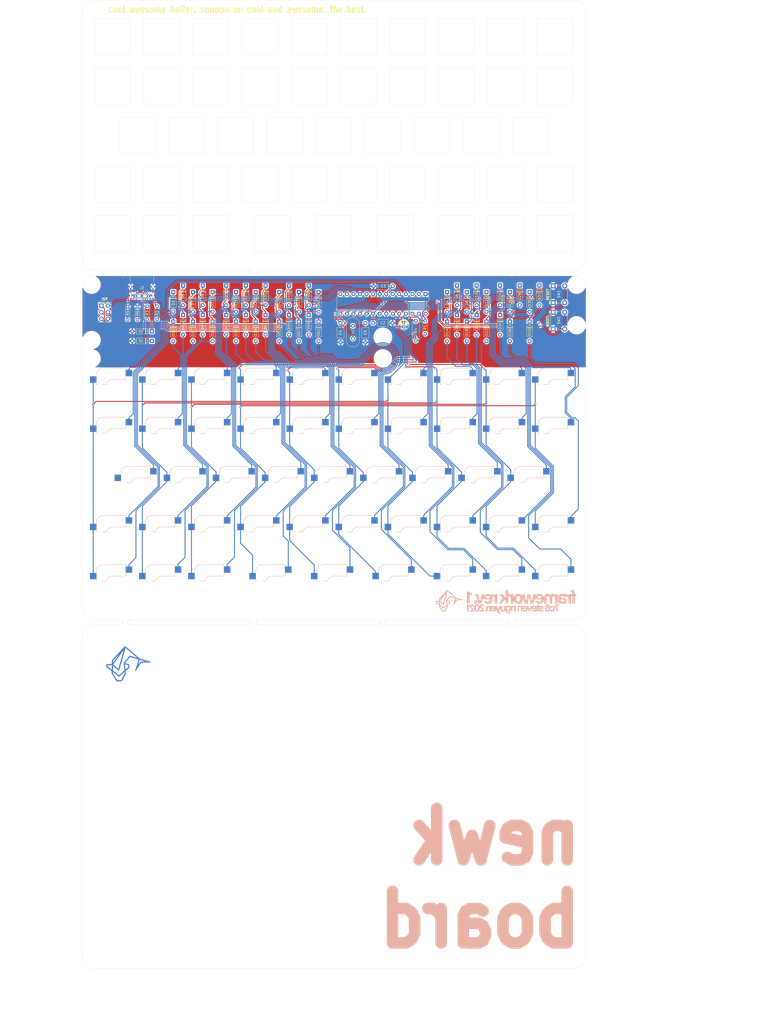
<source format=kicad_pcb>
(kicad_pcb (version 20240108) (generator "pcbnew") (generator_version "8.0")
  (title_block (title "framework") (date "2020-12-31") (rev "1") (company "7c8") (comment 1 "Ortholinear keyboard with a rotary encoder."))
  (layers (0 "F.Cu" signal) (31 "B.Cu" signal) (34 "B.Paste" user) (35 "F.Paste" user) (36 "B.SilkS" user "B.Silkscreen") (37 "F.SilkS" user "F.Silkscreen") (38 "B.Mask" user) (39 "F.Mask" user) (44 "Edge.Cuts" user))
  (net 0 "")
  (net 1 "GND")
  (net 2 "+5V")
  (net 3 "Net-(U1-XTAL2{slash}PB7)")
  (net 4 "Net-(U1-XTAL1{slash}PB6)")
  (net 5 "Net-(D1-K)")
  (net 6 "Net-(D2-K)")
  (net 7 "Net-(D3-A)")
  (net 8 "Net-(D4-A)")
  (net 9 "Net-(D5-A)")
  (net 10 "Net-(D6-A)")
  (net 11 "Net-(D7-A)")
  (net 12 "Net-(D8-A)")
  (net 13 "Net-(D9-A)")
  (net 14 "Net-(D10-A)")
  (net 15 "Net-(D11-A)")
  (net 16 "Net-(D12-A)")
  (net 17 "Net-(D13-A)")
  (net 18 "Net-(D14-A)")
  (net 19 "Net-(D15-A)")
  (net 20 "Net-(D16-A)")
  (net 21 "Net-(D17-A)")
  (net 22 "Net-(D18-A)")
  (net 23 "Net-(D19-A)")
  (net 24 "Net-(D20-A)")
  (net 25 "Net-(D21-A)")
  (net 26 "Net-(D22-A)")
  (net 27 "Net-(D23-A)")
  (net 28 "Net-(D24-A)")
  (net 29 "Net-(D25-A)")
  (net 30 "Net-(D26-A)")
  (net 31 "Net-(D27-A)")
  (net 32 "Net-(D28-A)")
  (net 33 "Net-(D29-A)")
  (net 34 "Net-(D30-A)")
  (net 35 "Net-(D31-A)")
  (net 36 "Net-(D32-A)")
  (net 37 "Net-(D33-A)")
  (net 38 "Net-(D34-A)")
  (net 39 "Net-(D35-A)")
  (net 40 "Net-(D36-A)")
  (net 41 "Net-(D37-A)")
  (net 42 "Net-(D39-A)")
  (net 43 "Net-(D40-A)")
  (net 44 "Net-(D41-A)")
  (net 45 "Net-(D43-A)")
  (net 46 "Net-(D45-A)")
  (net 47 "Net-(D47-A)")
  (net 48 "Net-(D49-A)")
  (net 49 "Net-(D51-A)")
  (net 50 "Net-(D53-A)")
  (net 51 "Net-(D55-A)")
  (net 52 "Net-(D57-A)")
  (net 53 "Net-(D59-A)")
  (net 54 "Net-(D61-A)")
  (net 55 "Net-(J2-CC2)")
  (net 56 "Net-(J2-CC1)")
  (net 57 "r0")
  (net 58 "r1")
  (net 59 "r2")
  (net 60 "r3")
  (net 61 "r4")
  (net 62 "mosi")
  (net 63 "r9")
  (net 64 "miso")
  (net 65 "rst")
  (net 66 "d-")
  (net 67 "d+")
  (net 68 "r6")
  (net 69 "c0")
  (net 70 "c1")
  (net 71 "c2")
  (net 72 "c3")
  (net 73 "c4")
  (net 74 "c5")
  (net 75 "ea")
  (net 76 "eb")
  (net 77 "r8")
  (footprint "framework:D_DO-35_SOD27_P7.62mm_Horizontal" (layer "F.Cu") (at 244.475375 190.464625 -90)
    (property "Reference" "D10")
    (property "Value" "D" (hide yes))
  )
  (footprint "framework:CP_Radial_D4.0mm_P1.50mm" (layer "F.Cu") (at 216.18575 206.45875 90)
    (property "Reference" "C1")
    (property "Value" "4u7")
  )
  (footprint "framework:D_DO-35_SOD27_P7.62mm_Horizontal" (layer "F.Cu") (at 126.825375 193.004625 -90)
    (property "Reference" "D3")
    (property "Value" "D" (hide yes))
  )
  (footprint "framework:C_Axial_L3.8mm_D2.6mm_P7.50mm_Horizontal" (layer "F.Cu") (at 191.67475 205.01525 -90)
    (property "Reference" "C4")
    (property "Value" "22p")
  )
  (footprint "framework:D_DO-35_SOD27_P7.62mm_Horizontal" (layer "F.Cu") (at 118.52275 211.9435 180)
    (property "Reference" "D1")
    (property "Value" "3v6" (hide yes))
  )
  (footprint "framework:C_Axial_L3.8mm_D2.6mm_P7.50mm_Horizontal" (layer "F.Cu") (at 201.32675 205.01525 -90)
    (property "Reference" "C5")
    (property "Value" "22p")
  )
  (footprint "framework:Crystal_HC49-4H_Vertical" (layer "F.Cu") (at 196.50075 211.01325 90)
    (property "Reference" "Y1")
    (property "Value" "16M")
  )
  (footprint "framework:C_Axial_L3.8mm_D2.6mm_P7.50mm_Horizontal" (layer "F.Cu") (at 211.955125 190.718625 180)
    (property "Reference" "C3")
    (property "Value" "0u1")
  )
  (footprint "framework:D_DO-35_SOD27_P7.62mm_Horizontal" (layer "F.Cu") (at 118.52275 208.19725 180)
    (property "Reference" "D2")
    (property "Value" "3v6" (hide yes))
  )
  (footprint "framework:D_DO-35_SOD27_P7.62mm_Horizontal" (layer "F.Cu") (at 134.445375 193.004625 -90)
    (property "Reference" "D7")
    (property "Value" "D" (hide yes))
  )
  (footprint "framework:D_DO-35_SOD27_P7.62mm_Horizontal" (layer "F.Cu") (at 126.825375 204.434625 -90)
    (property "Reference" "D13")
    (property "Value" "D" (hide yes))
  )
  (footprint "framework:C_Axial_L3.8mm_D2.6mm_P7.50mm_Horizontal" (layer "F.Cu") (at 204.36775 204.95875)
    (property "Reference" "C2")
    (property "Value" "0u1")
  )
  (footprint "framework:D_DO-35_SOD27_P7.62mm_Horizontal" (layer "F.Cu") (at 248.285375 193.004625 -90)
    (property "Reference" "D12")
    (property "Value" "D" (hide yes))
  )
  (footprint "framework:D_DO-35_SOD27_P7.62mm_Horizontal" (layer "F.Cu") (at 240.665375 193.004625 -90)
    (property "Reference" "D8")
    (property "Value" "D" (hide yes))
  )
  (footprint "framework:D_DO-35_SOD27_P7.62mm_Horizontal" (layer "F.Cu") (at 142.065375 193.004625 -90)
    (property "Reference" "D11")
    (property "Value" "D" (hide yes))
  )
  (footprint "framework:D_DO-35_SOD27_P7.62mm_Horizontal" (layer "F.Cu") (at 138.255375 190.464625 -90)
    (property "Reference" "D9")
    (property "Value" "D" (hide yes))
  )
  (footprint "framework:D_DO-35_SOD27_P7.62mm_Horizontal" (layer "F.Cu") (at 233.045375 193.004625 -90)
    (property "Reference" "D4")
    (property "Value" "D" (hide yes))
  )
  (footprint "framework:D_DO-35_SOD27_P7.62mm_Horizontal" (layer "F.Cu") (at 236.855375 190.464625 -90)
    (property "Reference" "D6")
    (property "Value" "D" (hide yes))
  )
  (footprint "framework:D_DO-35_SOD27_P7.62mm_Horizontal" (layer "F.Cu") (at 183.165375 204.434625 -90)
    (property "Reference" "D61")
    (property "Value" "D" (hide yes))
  )
  (footprint "framework:D_DO-35_SOD27_P7.62mm_Horizontal" (layer "F.Cu") (at 167.925375 204.434625 -90)
    (property "Reference" "D53")
    (property "Value" "D" (hide yes))
  )
  (footprint "framework:D_DO-35_SOD27_P7.62mm_Horizontal" (layer "F.Cu") (at 171.735375 201.894625 -90)
    (property "Reference" "D55")
    (property "Value" "D" (hide yes))
  )
  (footprint "framework:D_DO-35_SOD27_P7.62mm_Horizontal" (layer "F.Cu") (at 183.165375 193.004625 -90)
    (property "Reference" "D51")
    (property "Value" "D" (hide yes))
  )
  (footprint "framework:USB_C_Receptacle_GCT_USB4085" (layer "F.Cu") (at 117.615375 195.254625 180)
    (property "Reference" "J2")
    (property "Value" "USB_C_Receptacle_USB2.0")
  )
  (footprint "framework:Kailh_socket_MX_no_fsilk" (layer "F.Cu") (at 103.330375 229.453625)
    (property "Reference" "SW3" (hide yes))
    (property "Value" "SW_Push_45deg")
  )
  (footprint "framework:SW_PUSH_6mm_H4.3mm" (layer "F.Cu") (at 278.650375 200.823625 -90)
    (property "Reference" "SW2")
    (property "Value" "SW_Push")
  )
  (footprint "framework:SW_PUSH_6mm_H4.3mm" (layer "F.Cu") (at 278.660375 190.613625 -90)
    (property "Reference" "SW1")
    (property "Value" "SW_Push")
  )
  (footprint "framework:R_Axial_DIN0204_L3.6mm_D1.6mm_P5.08mm_Horizontal" (layer "F.Cu") (at 112.93475 198.656125 -90)
    (property "Reference" "R6")
    (property "Value" "5k1")
  )
  (footprint "framework:D_DO-35_SOD27_P7.62mm_Horizontal" (layer "F.Cu") (at 175.545375 204.434625 -90)
    (property "Reference" "D57")
    (property "Value" "D" (hide yes))
  )
  (footprint "framework:R_Axial_DIN0204_L3.6mm_D1.6mm_P5.08mm_Horizontal" (layer "F.Cu") (at 109.12475 198.656125 -90)
    (property "Reference" "R5")
    (property "Value" "5k1")
  )
  (footprint "framework:R_Axial_DIN0207_L6.3mm_D2.5mm_P7.62mm_Horizontal" (layer "F.Cu") (at 220.88475 204.13325 -90)
    (property "Reference" "R4")
    (property "Value" "1k5")
  )
  (footprint "framework:R_Axial_DIN0204_L3.6mm_D1.6mm_P5.08mm_Horizontal" (layer "F.Cu") (at 116.74475 203.62525 90)
    (property "Reference" "R3")
    (property "Value" "75")
  )
  (footprint "framework:R_Axial_DIN0204_L3.6mm_D1.6mm_P5.08mm_Horizontal" (layer "F.Cu") (at 120.55475 203.62525 90)
    (property "Reference" "R2")
    (property "Value" "75")
  )
  (footprint "framework:R_Axial_DIN0204_L3.6mm_D1.6mm_P5.08mm_Horizontal" (layer "F.Cu") (at 224.56775 209.21325 90)
    (property "Reference" "R1")
    (property "Value" "10k")
  )
  (footprint "framework:D_DO-35_SOD27_P7.62mm_Horizontal" (layer "F.Cu") (at 179.355375 201.894625 -90)
    (property "Reference" "D59")
    (property "Value" "D" (hide yes))
  )
  (footprint "framework:D_DO-35_SOD27_P7.62mm_Horizontal" (layer "F.Cu") (at 147.375375 201.894625 -90)
    (property "Reference" "D33")
    (property "Value" "D" (hide yes))
  )
  (footprint "framework:D_DO-35_SOD27_P7.62mm_Horizontal" (layer "F.Cu") (at 158.805375 204.434625 -90)
    (property "Reference" "D39")
    (property "Value" "D" (hide yes))
  )
  (footprint "framework:D_DO-35_SOD27_P7.62mm_Horizontal" (layer "F.Cu") (at 154.995375 201.894625 -90)
    (property "Reference" "D37")
    (property "Value" "D" (hide yes))
  )
  (footprint "framework:D_DO-35_SOD27_P7.62mm_Horizontal" (layer "F.Cu") (at 253.595375 190.464625 -90)
    (property "Reference" "D24")
    (property "Value" "D" (hide yes))
  )
  (footprint "framework:D_DO-35_SOD27_P7.62mm_Horizontal" (layer "F.Cu") (at 233.045375 204.434625 -90)
    (property "Reference" "D14")
    (property "Value" "D" (hide yes))
  )
  (footprint "framework:D_DO-35_SOD27_P7.62mm_Horizontal" (layer "F.Cu") (at 134.445375 204.434625 -90)
    (property "Reference" "D17")
    (property "Value" "D" (hide yes))
  )
  (footprint "framework:D_DO-35_SOD27_P7.62mm_Horizontal" (layer "F.Cu") (at 265.025375 193.004625 -90)
    (property "Reference" "D30")
    (property "Value" "D" (hide yes))
  )
  (footprint "framework:D_DO-35_SOD27_P7.62mm_Horizontal" (layer "F.Cu") (at 171.735375 190.464625 -90)
    (property "Reference" "D45")
    (property "Value" "D" (hide yes))
  )
  (footprint "framework:D_DO-35_SOD27_P7.62mm_Horizontal" (layer "F.Cu") (at 175.545375 193.004625 -90)
    (property "Reference" "D47")
    (property "Value" "D" (hide yes))
  )
  (footprint "framework:D_DO-35_SOD27_P7.62mm_Horizontal" (layer "F.Cu") (at 158.805375 193.004625 -90)
    (property "Reference" "D29")
    (property "Value" "D" (hide yes))
  )
  (footprint "framework:D_DO-35_SOD27_P7.62mm_Horizontal" (layer "F.Cu") (at 167.925375 193.004625 -90)
    (property "Reference" "D43")
    (property "Value" "D" (hide yes))
  )
  (footprint "framework:D_DO-35_SOD27_P7.62mm_Horizontal" (layer "F.Cu") (at 151.185375 193.004625 -90)
    (property "Reference" "D25")
    (property "Value" "D" (hide yes))
  )
  (footprint "framework:D_DO-35_SOD27_P7.62mm_Horizontal" (layer "F.Cu") (at 162.615375 201.894625 -90)
    (property "Reference" "D41")
    (property "Value" "D" (hide yes))
  )
  (footprint "framework:D_DO-35_SOD27_P7.62mm_Horizontal" (layer "F.Cu") (at 248.285375 204.434625 -90)
    (property "Reference" "D22")
    (property "Value" "D" (hide yes))
  )
  (footprint "framework:D_DO-35_SOD27_P7.62mm_Horizontal" (layer "F.Cu") (at 265.025375 204.434625 -90)
    (property "Reference" "D40")
    (property "Value" "D" (hide yes))
  )
  (footprint "framework:D_DO-35_SOD27_P7.62mm_Horizontal" (layer "F.Cu") (at 257.405375 193.004625 -90)
    (property "Reference" "D26")
    (property "Value" "D" (hide yes))
  )
  (footprint "framework:D_DO-35_SOD27_P7.62mm_Horizontal" (layer "F.Cu") (at 257.405375 204.434625 -90)
    (property "Reference" "D36")
    (property "Value" "D" (hide yes))
  )
  (footprint "framework:D_DO-35_SOD27_P7.62mm_Horizontal" (layer "F.Cu") (at 151.185375 204.434625 -90)
    (property "Reference" "D35")
    (property "Value" "D" (hide yes))
  )
  (footprint "framework:D_DO-35_SOD27_P7.62mm_Horizontal" (layer "F.Cu") (at 253.595375 201.894625 -90)
    (property "Reference" "D34")
    (property "Value" "D" (hide yes))
  )
  (footprint "framework:D_DO-35_SOD27_P7.62mm_Horizontal" (layer "F.Cu") (at 261.215375 190.464625 -90)
    (property "Reference" "D28")
    (property "Value" "D" (hide yes))
  )
  (footprint "framework:D_DO-35_SOD27_P7.62mm_Horizontal" (layer "F.Cu") (at 130.635375 201.894625 -90)
    (property "Reference" "D15")
    (property "Value" "D" (hide yes))
  )
  (footprint "framework:D_DO-35_SOD27_P7.62mm_Horizontal" (layer "F.Cu") (at 147.375375 190.464625 -90)
    (property "Reference" "D23")
    (property "Value" "D" (hide yes))
  )
  (footprint "framework:D_DO-35_SOD27_P7.62mm_Horizontal" (layer "F.Cu") (at 244.475375 201.894625 -90)
    (property "Reference" "D20")
    (property "Value" "D" (hide yes))
  )
  (footprint "framework:D_DO-35_SOD27_P7.62mm_Horizontal" (layer "F.Cu") (at 236.855375 201.894625 -90)
    (property "Reference" "D16")
    (property "Value" "D" (hide yes))
  )
  (footprint "framework:D_DO-35_SOD27_P7.62mm_Horizontal" (layer "F.Cu") (at 154.995375 190.464625 -90)
    (property "Reference" "D27")
    (property "Value" "D" (hide yes))
  )
  (footprint "framework:D_DO-35_SOD27_P7.62mm_Horizontal" (layer "F.Cu") (at 142.065375 204.434625 -90)
    (property "Reference" "D21")
    (property "Value" "D" (hide yes))
  )
  (footprint "framework:D_DO-35_SOD27_P7.62mm_Horizontal" (layer "F.Cu") (at 179.355375 190.464625 -90)
    (property "Reference" "D49")
    (property "Value" "D" (hide yes))
  )
  (footprint "framework:D_DO-35_SOD27_P7.62mm_Horizontal" (layer "F.Cu") (at 162.615375 190.464625 -90)
    (property "Reference" "D31")
    (property "Value" "D" (hide yes))
  )
  (footprint "framework:D_DO-35_SOD27_P7.62mm_Horizontal" (layer "F.Cu") (at 138.255375 201.894625 -90)
    (property "Reference" "D19")
    (property "Value" "D" (hide yes))
  )
  (footprint "framework:D_DO-35_SOD27_P7.62mm_Horizontal" (layer "F.Cu") (at 268.835375 190.464625 -90)
    (property "Reference" "D32")
    (property "Value" "D" (hide yes))
  )
  (footprint "framework:D_DO-35_SOD27_P7.62mm_Horizontal" (layer "F.Cu") (at 240.665375 204.434625 -90)
    (property "Reference" "D18")
    (property "Value" "D" (hide yes))
  )
  (footprint "graphics:framework" (layer "F.Cu") (at 275.734691 214.19391)
    (property "Reference" "G***" (hide yes))
    (property "Value" "LOGO" (hide yes))
  )
  (footprint "panelization:mouse-bite-2mm-slot" (layer "F.Cu") (at 108.105375 185.591125)
    (property "Reference" "mouse-bite-2mm-slot" (hide yes))
    (property "Value" "VAL**" (hide yes))
  )
  (footprint "panelization:mouse-bite-2mm-slot" (layer "F.Cu") (at 208.105375 320.941125)
    (property "Reference" "mouse-bite-2mm-slot" (hide yes))
    (property "Value" "VAL**" (hide yes))
  )
  (footprint "panelization:mouse-bite-2mm-slot" (layer "F.Cu") (at 158.105375 320.941125)
    (property "Reference" "mouse-bite-2mm-slot" (hide yes))
    (property "Value" "VAL**" (hide yes))
  )
  (footprint "panelization:mouse-bite-2mm-slot" (layer "F.Cu") (at 258.105375 320.941125)
    (property "Reference" "mouse-bite-2mm-slot" (hide yes))
    (property "Value" "VAL**" (hide yes))
  )
  (footprint "panelization:mouse-bite-2mm-slot" (layer "F.Cu") (at 108.105375 320.941125)
    (property "Reference" "mouse-bite-2mm-slot" (hide yes))
    (property "Value" "VAL**" (hide yes))
  )
  (footprint "panelization:mouse-bite-2mm-slot" (layer "F.Cu") (at 208.105375 185.591125)
    (property "Reference" "mouse-bite-2mm-slot" (hide yes))
    (property "Value" "VAL**" (hide yes))
  )
  (footprint "panelization:mouse-bite-2mm-slot" (layer "F.Cu") (at 158.105375 185.591125)
    (property "Reference" "mouse-bite-2mm-slot" (hide yes))
    (property "Value" "VAL**" (hide yes))
  )
  (footprint "panelization:mouse-bite-2mm-slot" (layer "F.Cu") (at 258.105375 185.591125)
    (property "Reference" "mouse-bite-2mm-slot" (hide yes))
    (property "Value" "VAL**" (hide yes))
  )
  (footprint "MountingHole:MountingHole_2.2mm_M2" (layer "F.Cu") (at 95.13975 83.388)
    (property "Reference" "REF**" (hide yes))
    (property "Value" "MountingHole_2.2mm_M2")
  )
  (footprint "MountingHole:MountingHole_2.2mm_M2" (layer "F.Cu") (at 283.2585 316.36925)
    (property "Reference" "REF**" (hide yes))
    (property "Value" "MountingHole_2.2mm_M2")
  )
  (footprint "MountingHole:MountingHole_2.2mm_M2" (layer "F.Cu") (at 283.2585 83.388)
    (property "Reference" "REF**" (hide yes))
    (property "Value" "MountingHole_2.2mm_M2")
  )
  (footprint "MountingHole:MountingHole_2.2mm_M2" (layer "F.Cu") (at 283.2585 181.01925)
    (property "Reference" "REF**" (hide yes))
    (property "Value" "MountingHole_2.2mm_M2")
  )
  (footprint "MountingHole:MountingHole_2.2mm_M2" (layer "F.Cu") (at 95.13975 325.513)
    (property "Reference" "REF**" (hide yes))
    (property "Value" "MountingHole_2.2mm_M2")
  )
  (footprint "MountingHole:MountingHole_2.2mm_M2" (layer "F.Cu") (at 283.2585 451.71925)
    (property "Reference" "REF**" (hide yes))
    (property "Value" "MountingHole_2.2mm_M2")
  )
  (footprint "MountingHole:MountingHole_2.2mm_M2" (layer "F.Cu") (at 95.13975 451.71925)
    (property "Reference" "REF**" (hide yes))
    (property "Value" "MountingHole_2.2mm_M2")
  )
  (footprint "MountingHole:MountingHole_2.2mm_M2" (layer "F.Cu") (at 95.13975 218.738)
    (property "Reference" "REF**" (hide yes))
    (property "Value" "MountingHole_2.2mm_M2")
  )
  (footprint "MountingHole:MountingHole_2.2mm_M2" (layer "F.Cu") (at 246.205375 122.678625)
    (property "Reference" "REF**" (hide yes))
    (property "Value" "MountingHole_2.2mm_M2")
  )
  (footprint "MountingHole:MountingHole_2.2mm_M2" (layer "F.Cu") (at 283.2585 190.163)
    (property "Reference" "REF**" (hide yes))
    (property "Value" "MountingHole_2.2mm_M2")
  )
  (footprint "MountingHole:MountingHole_2.2mm_M2" (layer "F.Cu") (at 283.2585 373.138)
    (property "Reference" "REF**" (hide yes))
    (property "Value" "MountingHole_2.2mm_M2")
  )
  (footprint "MountingHole:MountingHole_2.2mm_M2" (layer "F.Cu") (at 95.13975 316.36925)
    (property "Reference" "REF**" (hide yes))
    (property "Value" "MountingHole_2.2mm_M2")
  )
  (footprint "MountingHole:MountingHole_2.2mm_M2" (layer "F.Cu") (at 283.2585 237.788)
    (property "Reference" "REF**" (hide yes))
    (property "Value" "MountingHole_2.2mm_M2")
  )
  (footprint "MountingHole:MountingHole_2.2mm_M2" (layer "F.Cu") (at 208.105375 316.36925)
    (property "Reference" "REF**" (hide yes))
    (property "Value" "MountingHole_2.2mm_M2")
  )
  (footprint "MountingHole:MountingHole_2.2mm_M2" (layer "F.Cu") (at 246.205375 258.028625)
    (property "Reference" "REF**" (hide yes))
    (property "Value" "MountingHole_2.2mm_M2")
  )
  (footprint "MountingHole:MountingHole_2.2mm_M2" (layer "F.Cu") (at 208.105375 83.388)
    (property "Reference" "REF**" (hide yes))
    (property "Value" "MountingHole_2.2mm_M2")
  )
  (footprint "MountingHole:MountingHole_2.2mm_M2" (layer "F.Cu") (at 208.105375 181.01925)
    (property "Reference" "REF**" (hide yes))
    (property "Value" "MountingHole_2.2mm_M2")
  )
  (footprint "MountingHole:MountingHole_2.2mm_M2" (layer "F.Cu") (at 170.005375 122.297375)
    (property "Reference" "REF**" (hide yes))
    (property "Value" "MountingHole_2.2mm_M2")
  )
  (footprint "MountingHole:MountingHole_2.2mm_M2" (layer "F.Cu") (at 95.13975 354.088)
    (property "Reference" "REF**" (hide yes))
    (property "Value" "MountingHole_2.2mm_M2")
  )
  (footprint "MountingHole:MountingHole_2.2mm_M2" (layer "F.Cu") (at 208.105375 354.088)
    (property "Reference" "REF**" (hide yes))
    (property "Value" "MountingHole_2.2mm_M2")
  )
  (footprint "MountingHole:MountingHole_2.2mm_M2" (layer "F.Cu") (at 170.005375 258.028625)
    (property "Reference" "REF**" (hide yes))
    (property "Value" "MountingHole_2.2mm_M2")
  )
  (footprint "MountingHole:MountingHole_2.2mm_M2" (layer "F.Cu") (at 162.861625 393.759875)
    (property "Reference" "REF**" (hide yes))
    (property "Value" "MountingHole_2.2mm_M2")
  )
  (footprint "MountingHole:MountingHole_2.2mm_M2" (layer "F.Cu") (at 208.105375 451.71925)
    (property "Reference" "REF**" (hide yes))
    (property "Value" "MountingHole_2.2mm_M2")
  )
  (footprint "MountingHole:MountingHole_2.2mm_M2" (layer "F.Cu") (at 208.105375 218.738 180)
    (property "Reference" "REF**" (hide yes))
    (property "Value" "MountingHole_2.2mm_M2")
  )
  (footprint "MountingHole:MountingHole_2.2mm_M2" (layer "F.Cu") (at 95.13975 181.01925)
    (property "Reference" "REF**" (hide yes))
    (property "Value" "MountingHole_2.2mm_M2")
  )
  (footprint "MountingHole:MountingHole_2.2mm_M2" (layer "F.Cu") (at 283.2585 325.513)
    (property "Reference" "REF**" (hide yes))
    (property "Value" "MountingHole_2.2mm_M2")
  )
  (footprint "MountingHole:MountingHole_2.2mm_M2" (layer "F.Cu") (at 95.13975 190.163)
    (property "Reference" "REF**" (hide yes))
    (property "Value" "MountingHole_2.2mm_M2")
  )
  (footprint "MountingHole:MountingHole_2.2mm_M2" (layer "F.Cu") (at 246.205375 393.378625)
    (property "Reference" "REF**" (hide yes))
    (property "Value" "MountingHole_2.2mm_M2")
  )
  (footprint "framework:Kailh_socket_MX_no_fsilk" (layer "F.Cu") (at 189.055375 267.553625)
    (property "Reference" "SW47" (hide yes))
    (property "Value" "SW_Push_45deg")
  )
  (footprint "framework:Kailh_socket_MX_no_fsilk" (layer "F.Cu") (at 165.144125 305.653625)
    (property "Reference" "SW41" (hide yes))
    (property "Value" "SW_Push_45deg")
  )
  (footprint "framework:DIP-28_W7.62mm" (layer "F.Cu") (at 224.655125 193.766625 -90)
    (property "Reference" "U1")
    (property "Value" "ATmega328P-PU")
  )
  (footprint "framework:Kailh_socket_MX_no_fsilk" (layer "F.Cu") (at 274.780375 286.603625)
    (property "Reference" "SW40" (hide yes))
    (property "Value" "SW_Push_45deg")
  )
  (footprint "framework:Kailh_socket_MX_no_fsilk" (layer "F.Cu") (at 212.867875 305.653625)
    (property "Reference" "SW60" (hide yes))
    (property "Value" "SW_Push_45deg")
  )
  (footprint "framework:Kailh_socket_MX_no_fsilk" (layer "F.Cu") (at 198.580375 286.603625)
    (property "Reference" "SW58" (hide yes))
    (property "Value" "SW_Push_45deg")
  )
  (footprint "framework:Kailh_socket_MX_no_fsilk" (layer "F.Cu") (at 179.530375 248.503625)
    (property "Reference" "SW45" (hide yes))
    (property "Value" "SW_Push_45deg")
  )
  (footprint "framework:Kailh_socket_MX_no_fsilk" (layer "F.Cu") (at 189.055375 305.653625)
    (property "Reference" "SW51" (hide yes))
    (property "Value" "SW_Push_45deg")
  )
  (footprint "framework:Kailh_socket_MX_no_fsilk" (layer "F.Cu") (at 208.105375 267.553625)
    (property "Reference" "SW56" (hide yes))
    (property "Value" "SW_Push_45deg")
  )
  (footprint "framework:Kailh_socket_MX_no_fsilk" (layer "F.Cu") (at 198.580375 248.503625)
    (property "Reference" "SW54" (hide yes))
    (property "Value" "SW_Push_45deg")
  )
  (footprint "framework:Kailh_socket_MX_no_fsilk" (layer "F.Cu") (at 198.580375 229.453625)
    (property "Reference" "SW53" (hide yes))
    (property "Value" "SW_Push_45deg")
  )
  (footprint "framework:Kailh_socket_MX_no_fsilk" (layer "F.Cu") (at 179.530375 286.603625)
    (property "Reference" "SW49" (hide yes))
    (property "Value" "SW_Push_45deg")
  )
  (footprint "framework:Kailh_socket_MX_no_fsilk" (layer "F.Cu") (at 179.530375 229.453625)
    (property "Reference" "SW43" (hide yes))
    (property "Value" "SW_Push_45deg")
  )
  (footprint "framework:Kailh_socket_MX_no_fsilk" (layer "F.Cu") (at 274.780375 248.503625)
    (property "Reference" "SW36" (hide yes))
    (property "Value" "SW_Push_45deg")
  )
  (footprint "framework:Kailh_socket_MX_no_fsilk" (layer "F.Cu") (at 141.430375 229.453625)
    (property "Reference" "SW23" (hide yes))
    (property "Value" "SW_Push_45deg")
  )
  (footprint "framework:Kailh_socket_MX_no_fsilk" (layer "F.Cu") (at 122.380375 286.603625)
    (property "Reference" "SW19" (hide yes))
    (property "Value" "SW_Push_45deg")
  )
  (footprint "framework:Kailh_socket_MX_no_fsilk" (layer "F.Cu") (at 150.955375 267.553625)
    (property "Reference" "SW27" (hide yes))
    (property "Value" "SW_Push_45deg")
  )
  (footprint "framework:Kailh_socket_MX_no_fsilk" (layer "F.Cu") (at 103.330375 286.603625)
    (property "Reference" "SW9" (hide yes))
    (property "Value" "SW_Push_45deg")
  )
  (footprint "framework:Kailh_socket_MX_no_fsilk" (layer "F.Cu") (at 227.155375 267.553625)
    (property "Reference" "SW8" (hide yes))
    (property "Value" "SW_Push_45deg")
  )
  (footprint "framework:Kailh_socket_MX_no_fsilk" (layer "F.Cu") (at 265.255375 267.553625)
    (property "Reference" "SW28" (hide yes))
    (property "Value" "SW_Push_45deg")
  )
  (footprint "framework:Kailh_socket_MX_no_fsilk" (layer "F.Cu") (at 122.380375 305.653625)
    (property "Reference" "SW21" (hide yes))
    (property "Value" "SW_Push_45deg")
  )
  (footprint "framework:Kailh_socket_MX_no_fsilk" (layer "F.Cu") (at 170.005375 267.553625)
    (property "Reference" "SW37" (hide yes))
    (property "Value" "SW_Push_45deg")
  )
  (footprint "framework:Kailh_socket_MX_no_fsilk" (layer "F.Cu") (at 160.480375 248.503625)
    (property "Reference" "SW35" (hide yes))
    (property "Value" "SW_Push_45deg")
  )
  (footprint "framework:Kailh_socket_MX_no_fsilk" (layer "F.Cu") (at 274.780375 229.453625)
    (property "Reference" "SW34" (hide yes))
    (property "Value" "SW_Push_45deg")
  )
  (footprint "framework:Kailh_socket_MX_no_fsilk" (layer "F.Cu") (at 103.330375 248.503625)
    (property "Reference" "SW5" (hide yes))
    (property "Value" "SW_Push_45deg")
  )
  (footprint "framework:Kailh_socket_MX_no_fsilk" (layer "F.Cu") (at 255.730375 286.603625)
    (property "Reference" "SW30" (hide yes))
    (property "Value" "SW_Push_45deg")
  )
  (footprint "framework:Kailh_socket_MX_no_fsilk" (layer "F.Cu") (at 255.730375 305.653625)
    (property "Reference" "SW22" (hide yes))
    (property "Value" "SW_Push_45deg")
  )
  (footprint "framework:Kailh_socket_MX_no_fsilk" (layer "F.Cu") (at 122.380375 229.453625)
    (property "Reference" "SW13" (hide yes))
    (property "Value" "SW_Push_45deg")
  )
  (footprint "framework:Kailh_socket_MX_no_fsilk" (layer "F.Cu") (at 112.855375 267.553625)
    (property "Reference" "SW7" (hide yes))
    (property "Value" "SW_Push_45deg")
  )
  (footprint "framework:Kailh_socket_MX_no_fsilk" (layer "F.Cu") (at 131.905375 267.553625)
    (property "Reference" "SW17" (hide yes))
    (property "Value" "SW_Push_45deg")
  )
  (footprint "framework:Kailh_socket_MX_no_fsilk" (layer "F.Cu") (at 274.780375 305.653625)
    (property "Reference" "SW32" (hide yes))
    (property "Value" "SW_Push_45deg")
  )
  (footprint "framework:Kailh_socket_MX_no_fsilk" (layer "F.Cu") (at 141.430375 305.653625)
    (property "Reference" "SW31" (hide yes))
    (property "Value" "SW_Push_45deg")
  )
  (footprint "framework:Kailh_socket_MX_no_fsilk" (layer "F.Cu") (at 217.630375 286.603625)
    (property "Reference" "SW10" (hide yes))
    (property "Value" "SW_Push_45deg")
  )
  (footprint "framework:Kailh_socket_MX_no_fsilk" (layer "F.Cu") (at 236.680375 229.453625)
    (property "Reference" "SW14" (hide yes))
    (property "Value" "SW_Push_45deg")
  )
  (footprint "framework:Kailh_socket_MX_no_fsilk" (layer "F.Cu") (at 255.730375 248.503625)
    (property "Reference" "SW26" (hide yes))
    (property "Value" "SW_Push_45deg")
  )
  (footprint "framework:Kailh_socket_MX_no_fsilk" (layer "F.Cu") (at 141.430375 248.503625)
    (property "Reference" "SW25" (hide yes))
    (property "Value" "SW_Push_45deg")
  )
  (footprint "framework:Kailh_socket_MX_no_fsilk" (layer "F.Cu") (at 217.630375 248.503625)
    (property "Reference" "SW6" (hide yes))
    (property "Value" "SW_Push_45deg")
  )
  (footprint "framework:Kailh_socket_MX_no_fsilk" (layer "F.Cu") (at 160.480375 229.453625)
    (property "Reference" "SW33" (hide yes))
    (property "Value" "SW_Push_45deg")
  )
  (footprint "framework:Kailh_socket_MX_no_fsilk" (layer "F.Cu") (at 141.430375 286.603625)
    (property "Reference" "SW29" (hide yes))
    (property "Value" "SW_Push_45deg")
  )
  (footprint "framework:Kailh_socket_MX_no_fsilk" (layer "F.Cu") (at 255.730375 229.453625)
    (property "Reference" "SW24" (hide yes))
    (property "Value" "SW_Push_45deg")
  )
  (footprint "framework:Kailh_socket_MX_no_fsilk" (layer "F.Cu") (at 246.205375 267.553625)
    (property "Reference" "SW18" (hide yes))
    (property "Value" "SW_Push_45deg")
  )
  (footprint "framework:Kailh_socket_MX_no_fsilk" (layer "F.Cu") (at 236.680375 248.503625)
    (property "Reference" "SW16" (hide yes))
    (property "Value" "SW_Push_45deg")
  )
  (footprint "framework:Kailh_socket_MX_no_fsilk" (layer "F.Cu") (at 236.680375 286.603625)
    (property "Reference" "SW20" (hide yes))
    (property "Value" "SW_Push_45deg")
  )
  (footprint "framework:Kailh_socket_MX_no_fsilk" (layer "F.Cu") (at 122.380375 248.503625)
    (property "Reference" "SW15" (hide yes))
    (property "Value" "SW_Push_45deg")
  )
  (footprint "framework:Kailh_socket_MX_no_fsilk" (layer "F.Cu") (at 236.680375 305.653625)
    (property "Reference" "SW12" (hide yes))
    (property "Value" "SW_Push_45deg")
  )
  (footprint "framework:Kailh_socket_MX_no_fsilk" (layer "F.Cu") (at 217.630375 229.453625)
    (property "Reference" "SW4" (hide yes))
    (property "Value" "SW_Push_45deg")
  )
  (footprint "framework:Kailh_socket_MX_no_fsilk" (layer "F.Cu") (at 103.330375 305.653625)
    (property "Reference" "SW11" (hide yes))
    (property "Value" "SW_Push_45deg")
  )
  (footprint "framework:Kailh_socket_MX_no_fsilk" (layer "F.Cu") (at 160.480375 286.603625)
    (property "Reference" "SW39" (hide yes))
    (property "Value" "SW_Push_45deg")
  )
  (footprint "framework:PinHeader_2x03_P2.54mm_Vertical" (layer "F.Cu") (at 98.933 198.291)
    (property "Reference" "J1")
    (property "Value" "AVR-ISP-6")
  )
  (footprint "MountingHole:MountingHole_2.2mm_M2" (layer "F.Cu") (at 208.10586 210.40359)
    (property "Reference" "REF**" (hide yes))
    (property "Value" "MountingHole_2.2mm_M2")
  )
  (footprint "MountingHole:MountingHole_2.2mm_M2" (layer "F.Cu") (at 283.25947 341.609875)
    (property "Reference" "REF**" (hide yes))
    (property "Value" "MountingHole_2.2mm_M2")
  )
  (footprint "MountingHole:MountingHole_2.2mm_M2" (layer "F.Cu") (at 283.25947 205.878625)
    (property "Reference" "REF**" (hide yes))
    (property "Value" "MountingHole_2.2mm_M2")
  )
  (footprint "MountingHole:MountingHole_2.2mm_M2" (layer "F.Cu") (at 208.10586 345.75359)
    (property "Reference" "REF**" (hide yes))
    (property "Value" "MountingHole_2.2mm_M2")
  )
  (footprint "MountingHole:MountingHole_2.2mm_M2" (layer "F.Cu") (at 95.13975 211.59422)
    (property "Reference" "REF**" (hide yes))
    (property "Value" "MountingHole_2.2mm_M2")
  )
  (footprint "framework:D_DO-35_SOD27_P7.62mm_Horizontal" (layer "F.Cu") (at 130.635375 190.464625 -90)
    (property "Reference" "D5")
    (property "Value" "D" (hide yes))
  )
  (footprint "MountingHole:MountingHole_2.2mm_M2" (layer "F.Cu") (at 95.13975 346.94422)
    (property "Reference" "REF**" (hide yes))
    (property "Value" "MountingHole_2.2mm_M2")
  )
  (footprint "framework:7c8stevennguyen" (layer "B.Cu") (at 258.632 315.86125 180)
    (property "Reference" "G***" (hide yes))
    (property "Value" "LOGO" (hide yes))
  )
  (footprint "framework:framework_rev1" (layer "B.Cu") (at 261.9467 311.18765 180)
    (property "Reference" "G***" (hide yes))
    (property "Value" "LOGO" (hide yes))
  )
  (footprint "framework:7c8small" (layer "B.Cu") (at 233.882875 312.718 180)
    (property "Reference" "G***" (hide yes))
    (property "Value" "LOGO" (hide yes))
  )
  (footprint "framework:7c8" (layer "B.Cu") (at 109.485665 337.137775 180)
    (property "Reference" "G***" (hide yes))
    (property "Value" "LOGO" (hide yes))
  )
  (gr_line (start 110.330375 87.103625) (end 96.330375 87.103625) (stroke (width 0.05)) (layer "Edge.Cuts"))
  (gr_line (start 115.380375 101.103625) (end 129.380375 101.103625) (stroke (width 0.05)) (layer "Edge.Cuts"))
  (gr_line (start 129.380375 87.103625) (end 115.380375 87.103625) (stroke (width 0.05)) (layer "Edge.Cuts"))
  (gr_line (start 129.380375 120.153625) (end 129.380375 106.153625) (stroke (width 0.05)) (layer "Edge.Cuts"))
  (gr_line (start 115.380375 106.153625) (end 115.380375 120.153625) (stroke (width 0.05)) (layer "Edge.Cuts"))
  (gr_line (start 157.955375 139.203625) (end 157.955375 125.203625) (stroke (width 0.05)) (layer "Edge.Cuts"))
  (gr_line (start 124.905375 139.203625) (end 138.905375 139.203625) (stroke (width 0.05)) (layer "Edge.Cuts"))
  (gr_line (start 115.380375 158.253625) (end 129.380375 158.253625) (stroke (width 0.05)) (layer "Edge.Cuts"))
  (gr_line (start 115.380375 144.253625) (end 115.380375 158.253625) (stroke (width 0.05)) (layer "Edge.Cuts"))
  (gr_line (start 129.380375 101.103625) (end 129.380375 87.103625) (stroke (width 0.05)) (layer "Edge.Cuts"))
  (gr_line (start 96.330375 87.103625) (end 96.330375 101.103625) (stroke (width 0.05)) (layer "Edge.Cuts"))
  (gr_line (start 96.330375 101.103625) (end 110.330375 101.103625) (stroke (width 0.05)) (layer "Edge.Cuts"))
  (gr_line (start 96.330375 106.153625) (end 96.330375 120.153625) (stroke (width 0.05)) (layer "Edge.Cuts"))
  (gr_line (start 138.905375 125.203625) (end 124.905375 125.203625) (stroke (width 0.05)) (layer "Edge.Cuts"))
  (gr_line (start 148.430375 144.253625) (end 134.430375 144.253625) (stroke (width 0.05)) (layer "Edge.Cuts"))
  (gr_line (start 96.330375 158.253625) (end 110.330375 158.253625) (stroke (width 0.05)) (layer "Edge.Cuts"))
  (gr_line (start 105.855375 139.203625) (end 119.855375 139.203625) (stroke (width 0.05)) (layer "Edge.Cuts"))
  (gr_line (start 115.380375 87.103625) (end 115.380375 101.103625) (stroke (width 0.05)) (layer "Edge.Cuts"))
  (gr_line (start 143.955375 139.203625) (end 157.955375 139.203625) (stroke (width 0.05)) (layer "Edge.Cuts"))
  (gr_line (start 134.430375 177.303625) (end 148.430375 177.303625) (stroke (width 0.05)) (layer "Edge.Cuts"))
  (gr_line (start 148.430375 177.303625) (end 148.430375 163.303625) (stroke (width 0.05)) (layer "Edge.Cuts"))
  (gr_line (start 110.330375 101.103625) (end 110.330375 87.103625) (stroke (width 0.05)) (layer "Edge.Cuts"))
  (gr_line (start 148.430375 163.303625) (end 134.430375 163.303625) (stroke (width 0.05)) (layer "Edge.Cuts"))
  (gr_line (start 148.430375 158.253625) (end 148.430375 144.253625) (stroke (width 0.05)) (layer "Edge.Cuts"))
  (gr_line (start 110.330375 120.153625) (end 110.330375 106.153625) (stroke (width 0.05)) (layer "Edge.Cuts"))
  (gr_line (start 129.380375 144.253625) (end 115.380375 144.253625) (stroke (width 0.05)) (layer "Edge.Cuts"))
  (gr_line (start 134.430375 163.303625) (end 134.430375 177.303625) (stroke (width 0.05)) (layer "Edge.Cuts"))
  (gr_line (start 115.380375 120.153625) (end 129.380375 120.153625) (stroke (width 0.05)) (layer "Edge.Cuts"))
  (gr_line (start 158.242875 177.303625) (end 172.242875 177.303625) (stroke (width 0.05)) (layer "Edge.Cuts"))
  (gr_line (start 172.242875 177.303625) (end 172.242875 163.303625) (stroke (width 0.05)) (layer "Edge.Cuts"))
  (gr_line (start 124.905375 125.203625) (end 124.905375 139.203625) (stroke (width 0.05)) (layer "Edge.Cuts"))
  (gr_line (start 172.242875 163.303625) (end 158.242875 163.303625) (stroke (width 0.05)) (layer "Edge.Cuts"))
  (gr_line (start 158.242875 163.303625) (end 158.242875 177.303625) (stroke (width 0.05)) (layer "Edge.Cuts"))
  (gr_line (start 110.330375 158.253625) (end 110.330375 144.253625) (stroke (width 0.05)) (layer "Edge.Cuts"))
  (gr_line (start 110.330375 144.253625) (end 96.330375 144.253625) (stroke (width 0.05)) (layer "Edge.Cuts"))
  (gr_line (start 96.330375 144.253625) (end 96.330375 158.253625) (stroke (width 0.05)) (layer "Edge.Cuts"))
  (gr_line (start 110.330375 106.153625) (end 96.330375 106.153625) (stroke (width 0.05)) (layer "Edge.Cuts"))
  (gr_line (start 119.855375 139.203625) (end 119.855375 125.203625) (stroke (width 0.05)) (layer "Edge.Cuts"))
  (gr_line (start 96.330375 120.153625) (end 110.330375 120.153625) (stroke (width 0.05)) (layer "Edge.Cuts"))
  (gr_line (start 119.855375 125.203625) (end 105.855375 125.203625) (stroke (width 0.05)) (layer "Edge.Cuts"))
  (gr_line (start 129.380375 106.153625) (end 115.380375 106.153625) (stroke (width 0.05)) (layer "Edge.Cuts"))
  (gr_line (start 134.430375 144.253625) (end 134.430375 158.253625) (stroke (width 0.05)) (layer "Edge.Cuts"))
  (gr_line (start 138.905375 139.203625) (end 138.905375 125.203625) (stroke (width 0.05)) (layer "Edge.Cuts"))
  (gr_line (start 129.380375 158.253625) (end 129.380375 144.253625) (stroke (width 0.05)) (layer "Edge.Cuts"))
  (gr_line (start 134.430375 158.253625) (end 148.430375 158.253625) (stroke (width 0.05)) (layer "Edge.Cuts"))
  (gr_line (start 105.855375 125.203625) (end 105.855375 139.203625) (stroke (width 0.05)) (layer "Edge.Cuts"))
  (gr_line (start 153.480375 106.153625) (end 153.480375 120.153625) (stroke (width 0.05)) (layer "Edge.Cuts"))
  (gr_line (start 167.480375 144.253625) (end 153.480375 144.253625) (stroke (width 0.05)) (layer "Edge.Cuts"))
  (gr_line (start 177.005375 125.203625) (end 163.005375 125.203625) (stroke (width 0.05)) (layer "Edge.Cuts"))
  (gr_line (start 163.005375 125.203625) (end 163.005375 139.203625) (stroke (width 0.05)) (layer "Edge.Cuts"))
  (gr_line (start 177.005375 139.203625) (end 177.005375 125.203625) (stroke (width 0.05)) (layer "Edge.Cuts"))
  (gr_line (start 253.205375 139.203625) (end 253.205375 125.203625) (stroke (width 0.05)) (layer "Edge.Cuts"))
  (gr_line (start 229.680375 144.253625) (end 229.680375 158.253625) (stroke (width 0.05)) (layer "Edge.Cuts"))
  (gr_line (start 248.730375 101.103625) (end 262.730375 101.103625) (stroke (width 0.05)) (layer "Edge.Cuts"))
  (gr_line (start 243.680375 87.103625) (end 229.680375 87.103625) (stroke (width 0.05)) (layer "Edge.Cuts"))
  (gr_line (start 167.480375 158.253625) (end 167.480375 144.253625) (stroke (width 0.05)) (layer "Edge.Cuts"))
  (gr_line (start 243.680375 106.153625) (end 229.680375 106.153625) (stroke (width 0.05)) (layer "Edge.Cuts"))
  (gr_line (start 167.480375 106.153625) (end 153.480375 106.153625) (stroke (width 0.05)) (layer "Edge.Cuts"))
  (gr_line (start 243.680375 101.103625) (end 243.680375 87.103625) (stroke (width 0.05)) (layer "Edge.Cuts"))
  (gr_line (start 239.205375 139.203625) (end 253.205375 139.203625) (stroke (width 0.05)) (layer "Edge.Cuts"))
  (gr_line (start 229.680375 106.153625) (end 229.680375 120.153625) (stroke (width 0.05)) (layer "Edge.Cuts"))
  (gr_line (start 262.730375 120.153625) (end 262.730375 106.153625) (stroke (width 0.05)) (layer "Edge.Cuts"))
  (gr_line (start 229.680375 158.253625) (end 243.680375 158.253625) (stroke (width 0.05)) (layer "Edge.Cuts"))
  (gr_line (start 163.005375 139.203625) (end 177.005375 139.203625) (stroke (width 0.05)) (layer "Edge.Cuts"))
  (gr_line (start 281.780375 101.103625) (end 281.780375 87.103625) (stroke (width 0.05)) (layer "Edge.Cuts"))
  (gr_line (start 281.780375 87.103625) (end 267.780375 87.103625) (stroke (width 0.05)) (layer "Edge.Cuts"))
  (gr_line (start 167.480375 120.153625) (end 167.480375 106.153625) (stroke (width 0.05)) (layer "Edge.Cuts"))
  (gr_line (start 153.480375 158.253625) (end 167.480375 158.253625) (stroke (width 0.05)) (layer "Edge.Cuts"))
  (gr_line (start 229.680375 87.103625) (end 229.680375 101.103625) (stroke (width 0.05)) (layer "Edge.Cuts"))
  (gr_line (start 239.205375 125.203625) (end 239.205375 139.203625) (stroke (width 0.05)) (layer "Edge.Cuts"))
  (gr_line (start 243.680375 158.253625) (end 243.680375 144.253625) (stroke (width 0.05)) (layer "Edge.Cuts"))
  (gr_line (start 229.680375 101.103625) (end 243.680375 101.103625) (stroke (width 0.05)) (layer "Edge.Cuts"))
  (gr_line (start 267.780375 87.103625) (end 267.780375 101.103625) (stroke (width 0.05)) (layer "Edge.Cuts"))
  (gr_line (start 153.480375 144.253625) (end 153.480375 158.253625) (stroke (width 0.05)) (layer "Edge.Cuts"))
  (gr_line (start 153.480375 120.153625) (end 167.480375 120.153625) (stroke (width 0.05)) (layer "Edge.Cuts"))
  (gr_line (start 262.730375 163.303625) (end 248.730375 163.303625) (stroke (width 0.05)) (layer "Edge.Cuts"))
  (gr_line (start 248.730375 177.303625) (end 262.730375 177.303625) (stroke (width 0.05)) (layer "Edge.Cuts"))
  (gr_line (start 262.730375 177.303625) (end 262.730375 163.303625) (stroke (width 0.05)) (layer "Edge.Cuts"))
  (gr_line (start 281.780375 177.303625) (end 281.780375 163.303625) (stroke (width 0.05)) (layer "Edge.Cuts"))
  (gr_line (start 248.730375 163.303625) (end 248.730375 177.303625) (stroke (width 0.05)) (layer "Edge.Cuts"))
  (gr_line (start 281.780375 163.303625) (end 267.780375 163.303625) (stroke (width 0.05)) (layer "Edge.Cuts"))
  (gr_line (start 267.780375 163.303625) (end 267.780375 177.303625) (stroke (width 0.05)) (layer "Edge.Cuts"))
  (gr_line (start 267.780375 177.303625) (end 281.780375 177.303625) (stroke (width 0.05)) (layer "Edge.Cuts"))
  (gr_arc (start 106.105375 319.941125) (mid 107.105375 320.941125) (end 106.105375 321.941125) (stroke (width 0.05)) (layer "Edge.Cuts"))
  (gr_line (start 110.105375 319.941125) (end 156.105375 319.941125) (stroke (width 0.05)) (layer "Edge.Cuts"))
  (gr_line (start 110.105375 321.941125) (end 156.105375 321.941125) (stroke (width 0.05)) (layer "Edge.Cuts"))
  (gr_line (start 210.105375 319.941125) (end 256.105375 319.941125) (stroke (width 0.05)) (layer "Edge.Cuts"))
  (gr_arc (start 160.105375 186.591125) (mid 159.105375 185.591125) (end 160.105375 184.591125) (stroke (width 0.05)) (layer "Edge.Cuts"))
  (gr_line (start 160.105375 186.591125) (end 206.105375 186.591125) (stroke (width 0.05)) (layer "Edge.Cuts"))
  (gr_arc (start 256.105375 319.941125) (mid 257.105375 320.941125) (end 256.105375 321.941125) (stroke (width 0.05)) (layer "Edge.Cuts"))
  (gr_line (start 210.105375 321.941125) (end 256.105375 321.941125) (stroke (width 0.05)) (layer "Edge.Cuts"))
  (gr_arc (start 156.105375 184.591125) (mid 157.105375 185.591125) (end 156.105375 186.591125) (stroke (width 0.05)) (layer "Edge.Cuts"))
  (gr_arc (start 106.105375 184.591125) (mid 107.105375 185.591125) (end 106.105375 186.591125) (stroke (width 0.05)) (layer "Edge.Cuts"))
  (gr_line (start 160.105375 319.941125) (end 206.105375 319.941125) (stroke (width 0.05)) (layer "Edge.Cuts"))
  (gr_arc (start 110.105375 321.941125) (mid 109.105375 320.941125) (end 110.105375 319.941125) (stroke (width 0.05)) (layer "Edge.Cuts"))
  (gr_line (start 110.105375 186.591125) (end 156.105375 186.591125) (stroke (width 0.05)) (layer "Edge.Cuts"))
  (gr_line (start 210.105375 186.591125) (end 256.105375 186.591125) (stroke (width 0.05)) (layer "Edge.Cuts"))
  (gr_arc (start 206.105375 319.941125) (mid 207.105375 320.941125) (end 206.105375 321.941125) (stroke (width 0.05)) (layer "Edge.Cuts"))
  (gr_line (start 210.105375 184.591125) (end 256.105375 184.591125) (stroke (width 0.05)) (layer "Edge.Cuts"))
  (gr_arc (start 210.105375 321.941125) (mid 209.105375 320.941125) (end 210.105375 319.941125) (stroke (width 0.05)) (layer "Edge.Cuts"))
  (gr_arc (start 156.105375 319.941125) (mid 157.105375 320.941125) (end 156.105375 321.941125) (stroke (width 0.05)) (layer "Edge.Cuts"))
  (gr_arc (start 160.105375 321.941125) (mid 159.105375 320.941125) (end 160.105375 319.941125) (stroke (width 0.05)) (layer "Edge.Cuts"))
  (gr_line (start 160.105375 321.941125) (end 206.105375 321.941125) (stroke (width 0.05)) (layer "Edge.Cuts"))
  (gr_arc (start 260.105375 321.941125) (mid 259.105375 320.941125) (end 260.105375 319.941125) (stroke (width 0.05)) (layer "Edge.Cuts"))
  (gr_line (start 160.105375 184.591125) (end 206.105375 184.591125) (stroke (width 0.05)) (layer "Edge.Cuts"))
  (gr_arc (start 256.105375 184.591125) (mid 257.105375 185.591125) (end 256.105375 186.591125) (stroke (width 0.05)) (layer "Edge.Cuts"))
  (gr_arc (start 210.105375 186.591125) (mid 209.105375 185.591125) (end 210.105375 184.591125) (stroke (width 0.05)) (layer "Edge.Cuts"))
  (gr_arc (start 260.105375 186.591125) (mid 259.105375 185.591125) (end 260.105375 184.591125) (stroke (width 0.05)) (layer "Edge.Cuts"))
  (gr_arc (start 110.105375 186.591125) (mid 109.105375 185.591125) (end 110.105375 184.591125) (stroke (width 0.05)) (layer "Edge.Cuts"))
  (gr_arc (start 206.105375 184.591125) (mid 207.105375 185.591125) (end 206.105375 186.591125) (stroke (width 0.05)) (layer "Edge.Cuts"))
  (gr_line (start 110.105375 184.591125) (end 156.105375 184.591125) (stroke (width 0.05)) (layer "Edge.Cuts"))
  (gr_line (start 210.630375 144.253625) (end 210.630375 158.253625) (stroke (width 0.05)) (layer "Edge.Cuts"))
  (gr_line (start 186.530375 120.153625) (end 186.530375 106.153625) (stroke (width 0.05)) (layer "Edge.Cuts"))
  (gr_line (start 191.580375 87.103625) (end 191.580375 101.103625) (stroke (width 0.05)) (layer "Edge.Cuts"))
  (gr_line (start 205.580375 87.103625) (end 191.580375 87.103625) (stroke (width 0.05)) (layer "Edge.Cuts"))
  (gr_line (start 205.580375 158.253625) (end 205.580375 144.253625) (stroke (width 0.05)) (layer "Edge.Cuts"))
  (gr_line (start 224.630375 106.153625) (end 210.630375 106.153625) (stroke (width 0.05)) (layer "Edge.Cuts"))
  (gr_line (start 201.105375 139.203625) (end 215.105375 139.203625) (stroke (width 0.05)) (layer "Edge.Cuts"))
  (gr_line (start 148.430375 87.103625) (end 134.430375 87.103625) (stroke (width 0.05)) (layer "Edge.Cuts"))
  (gr_line (start 191.580375 144.253625) (end 191.580375 158.253625) (stroke (width 0.05)) (layer "Edge.Cuts"))
  (gr_line (start 201.105375 125.203625) (end 201.105375 139.203625) (stroke (width 0.05)) (layer "Edge.Cuts"))
  (gr_line (start 224.630375 158.253625) (end 224.630375 144.253625) (stroke (width 0.05)) (layer "Edge.Cuts"))
  (gr_line (start 134.430375 120.153625) (end 148.430375 120.153625) (stroke (width 0.05)) (layer "Edge.Cuts"))
  (gr_line (start 148.430375 101.103625) (end 148.430375 87.103625) (stroke (width 0.05)) (layer "Edge.Cuts"))
  (gr_line (start 196.055375 125.203625) (end 182.055375 125.203625) (stroke (width 0.05)) (layer "Edge.Cuts"))
  (gr_line (start 172.530375 120.153625) (end 186.530375 120.153625) (stroke (width 0.05)) (layer "Edge.Cuts"))
  (gr_line (start 220.155375 139.203625) (end 234.155375 139.203625) (stroke (width 0.05)) (layer "Edge.Cuts"))
  (gr_line (start 167.480375 87.103625) (end 153.480375 87.103625) (stroke (width 0.05)) (layer "Edge.Cuts"))
  (gr_line (start 191.580375 106.153625) (end 191.580375 120.153625) (stroke (width 0.05)) (layer "Edge.Cuts"))
  (gr_line (start 224.630375 120.153625) (end 224.630375 106.153625) (stroke (width 0.05)) (layer "Edge.Cuts"))
  (gr_line (start 191.580375 158.253625) (end 205.580375 158.253625) (stroke (width 0.05)) (layer "Edge.Cuts"))
  (gr_line (start 148.430375 120.153625) (end 148.430375 106.153625) (stroke (width 0.05)) (layer "Edge.Cuts"))
  (gr_line (start 134.430375 101.103625) (end 148.430375 101.103625) (stroke (width 0.05)) (layer "Edge.Cuts"))
  (gr_line (start 148.430375 106.153625) (end 134.430375 106.153625) (stroke (width 0.05)) (layer "Edge.Cuts"))
  (gr_line (start 210.630375 101.103625) (end 224.630375 101.103625) (stroke (width 0.05)) (layer "Edge.Cuts"))
  (gr_line (start 153.480375 101.103625) (end 167.480375 101.103625) (stroke (width 0.05)) (layer "Edge.Cuts"))
  (gr_line (start 210.630375 158.253625) (end 224.630375 158.253625) (stroke (width 0.05)) (layer "Edge.Cuts"))
  (gr_line (start 167.480375 101.103625) (end 167.480375 87.103625) (stroke (width 0.05)) (layer "Edge.Cuts"))
  (gr_line (start 215.105375 125.203625) (end 201.105375 125.203625) (stroke (width 0.05)) (layer "Edge.Cuts"))
  (gr_line (start 215.105375 139.203625) (end 215.105375 125.203625) (stroke (width 0.05)) (layer "Edge.Cuts"))
  (gr_line (start 210.630375 106.153625) (end 210.630375 120.153625) (stroke (width 0.05)) (layer "Edge.Cuts"))
  (gr_line (start 205.580375 144.253625) (end 191.580375 144.253625) (stroke (width 0.05)) (layer "Edge.Cuts"))
  (gr_line (start 220.155375 125.203625) (end 220.155375 139.203625) (stroke (width 0.05)) (layer "Edge.Cuts"))
  (gr_line (start 172.530375 106.153625) (end 172.530375 120.153625) (stroke (width 0.05)) (layer "Edge.Cuts"))
  (gr_line (start 234.155375 125.203625) (end 220.155375 125.203625) (stroke (width 0.05)) (layer "Edge.Cuts"))
  (gr_line (start 157.955375 125.203625) (end 143.955375 125.203625) (stroke (width 0.05)) (layer "Edge.Cuts"))
  (gr_line (start 143.955375 125.203625) (end 143.955375 139.203625) (stroke (width 0.05)) (layer "Edge.Cuts"))
  (gr_line (start 134.430375 106.153625) (end 134.430375 120.153625) (stroke (width 0.05)) (layer "Edge.Cuts"))
  (gr_line (start 134.430375 87.103625) (end 134.430375 101.103625) (stroke (width 0.05)) (layer "Edge.Cuts"))
  (gr_line (start 210.630375 120.153625) (end 224.630375 120.153625) (stroke (width 0.05)) (layer "Edge.Cuts"))
  (gr_line (start 153.480375 87.103625) (end 153.480375 101.103625) (stroke (width 0.05)) (layer "Edge.Cuts"))
  (gr_line (start 205.580375 106.153625) (end 191.580375 106.153625) (stroke (width 0.05)) (layer "Edge.Cuts"))
  (gr_line (start 224.630375 144.253625) (end 210.630375 144.253625) (stroke (width 0.05)) (layer "Edge.Cuts"))
  (gr_line (start 191.580375 120.153625) (end 205.580375 120.153625) (stroke (width 0.05)) (layer "Edge.Cuts"))
  (gr_line (start 205.580375 101.103625) (end 205.580375 87.103625) (stroke (width 0.05)) (layer "Edge.Cuts"))
  (gr_line (start 186.530375 144.253625) (end 172.530375 144.253625) (stroke (width 0.05)) (layer "Edge.Cuts"))
  (gr_line (start 234.155375 139.203625) (end 234.155375 125.203625) (stroke (width 0.05)) (layer "Edge.Cuts"))
  (gr_arc (start 91.567875 326.703625) (mid 92.962779 323.336029) (end 96.330375 321.941125) (stroke (width 0.05)) (layer "Edge.Cuts"))
  (gr_line (start 286.830375 326.703625) (end 286.830375 450.528625) (stroke (width 0.05)) (layer "Edge.Cuts"))
  (gr_line (start 115.380375 177.303625) (end 129.380375 177.303625) (stroke (width 0.05)) (layer "Edge.Cuts"))
  (gr_line (start 91.567875 179.828625) (end 91.567875 84.578625) (stroke (width 0.05)) (layer "Edge.Cuts"))
  (gr_line (start 96.330375 163.303625) (end 96.330375 177.303625) (stroke (width 0.05)) (layer "Edge.Cuts"))
  (gr_line (start 129.380375 163.303625) (end 115.380375 163.303625) (stroke (width 0.05)) (layer "Edge.Cuts"))
  (gr_arc (start 91.567875 84.578625) (mid 92.962779 81.211029) (end 96.330375 79.816125) (stroke (width 0.05)) (layer "Edge.Cuts"))
  (gr_arc (start 96.330375 455.291125) (mid 92.962779 453.896221) (end 91.567875 450.528625) (stroke (width 0.05)) (layer "Edge.Cuts"))
  (gr_arc (start 96.330375 184.591125) (mid 92.962779 183.196221) (end 91.567875 179.828625) (stroke (width 0.05)) (layer "Edge.Cuts"))
  (gr_arc (start 286.830375 450.528625) (mid 285.435471 453.896221) (end 282.067875 455.291125) (stroke (width 0.05)) (layer "Edge.Cuts"))
  (gr_arc (start 282.067875 186.591125) (mid 285.435471 187.986029) (end 286.830375 191.353625) (stroke (width 0.05)) (layer "Edge.Cuts"))
  (gr_arc (start 96.330375 319.941125) (mid 92.962779 318.546221) (end 91.567875 315.178625) (stroke (width 0.05)) (layer "Edge.Cuts"))
  (gr_line (start 286.830375 315.178625) (end 286.830375 191.353625) (stroke (width 0.05)) (layer "Edge.Cuts"))
  (gr_arc (start 282.067875 79.816125) (mid 285.435471 81.211029) (end 286.830375 84.578625) (stroke (width 0.05)) (layer "Edge.Cuts"))
  (gr_line (start 115.380375 163.303625) (end 115.380375 177.303625) (stroke (width 0.05)) (layer "Edge.Cuts"))
  (gr_line (start 110.330375 163.303625) (end 96.330375 163.303625) (stroke (width 0.05)) (layer "Edge.Cuts"))
  (gr_line (start 129.380375 177.303625) (end 129.380375 163.303625) (stroke (width 0.05)) (layer "Edge.Cuts"))
  (gr_arc (start 286.830375 179.828625) (mid 285.435471 183.196221) (end 282.067875 184.591125) (stroke (width 0.05)) (layer "Edge.Cuts"))
  (gr_arc (start 286.830375 315.178625) (mid 285.435471 318.546221) (end 282.067875 319.941125) (stroke (width 0.05)) (layer "Edge.Cuts"))
  (gr_arc (start 91.567875 191.353625) (mid 92.962779 187.986029) (end 96.330375 186.591125) (stroke (width 0.05)) (layer "Edge.Cuts"))
  (gr_arc (start 282.067875 321.941125) (mid 285.435471 323.336029) (end 286.830375 326.703625) (stroke (width 0.05)) (layer "Edge.Cuts"))
  (gr_line (start 110.330375 177.303625) (end 110.330375 163.303625) (stroke (width 0.05)) (layer "Edge.Cuts"))
  (gr_line (start 96.330375 177.303625) (end 110.330375 177.303625) (stroke (width 0.05)) (layer "Edge.Cuts"))
  (gr_line (start 91.567875 191.353625) (end 91.567875 315.178625) (stroke (width 0.05)) (layer "Edge.Cuts"))
  (gr_line (start 281.780375 120.153625) (end 281.780375 106.153625) (stroke (width 0.05)) (layer "Edge.Cuts"))
  (gr_line (start 210.630375 87.103625) (end 210.630375 101.103625) (stroke (width 0.05)) (layer "Edge.Cuts"))
  (gr_line (start 281.780375 158.253625) (end 281.780375 144.253625) (stroke (width 0.05)) (layer "Edge.Cuts"))
  (gr_line (start 262.730375 144.253625) (end 248.730375 144.253625) (stroke (width 0.05)) (layer "Edge.Cuts"))
  (gr_line (start 243.680375 120.153625) (end 243.680375 106.153625) (stroke (width 0.05)) (layer "Edge.Cuts"))
  (gr_line (start 229.680375 120.153625) (end 243.680375 120.153625) (stroke (width 0.05)) (layer "Edge.Cuts"))
  (gr_line (start 267.780375 158.253625) (end 281.780375 158.253625) (stroke (width 0.05)) (layer "Edge.Cuts"))
  (gr_line (start 281.780375 144.253625) (end 267.780375 144.253625) (stroke (width 0.05)) (layer "Edge.Cuts"))
  (gr_line (start 182.055375 125.203625) (end 182.055375 139.203625) (stroke (width 0.05)) (layer "Edge.Cuts"))
  (gr_line (start 258.255375 125.203625) (end 258.255375 139.203625) (stroke (width 0.05)) (layer "Edge.Cuts"))
  (gr_line (start 267.780375 120.153625) (end 281.780375 120.153625) (stroke (width 0.05)) (layer "Edge.Cuts"))
  (gr_line (start 205.580375 120.153625) (end 205.580375 106.153625) (stroke (width 0.05)) (layer "Edge.Cuts"))
  (gr_line (start 224.630375 87.103625) (end 210.630375 87.103625) (stroke (width 0.05)) (layer "Edge.Cuts"))
  (gr_line (start 186.530375 101.103625) (end 186.530375 87.103625) (stroke (width 0.05)) (layer "Edge.Cuts"))
  (gr_line (start 186.530375 158.253625) (end 186.530375 144.253625) (stroke (width 0.05)) (layer "Edge.Cuts"))
  (gr_line (start 224.630375 101.103625) (end 224.630375 87.103625) (stroke (width 0.05)) (layer "Edge.Cuts"))
  (gr_line (start 186.530375 87.103625) (end 172.530375 87.103625) (stroke (width 0.05)) (layer "Edge.Cuts"))
  (gr_line (start 186.530375 106.153625) (end 172.530375 106.153625) (stroke (width 0.05)) (layer "Edge.Cuts"))
  (gr_line (start 248.730375 120.153625) (end 262.730375 120.153625) (stroke (width 0.05)) (layer "Edge.Cuts"))
  (gr_line (start 258.255375 139.203625) (end 272.255375 139.203625) (stroke (width 0.05)) (layer "Edge.Cuts"))
  (gr_line (start 172.530375 87.103625) (end 172.530375 101.103625) (stroke (width 0.05)) (layer "Edge.Cuts"))
  (gr_line (start 182.055375 139.203625) (end 196.055375 139.203625) (stroke (width 0.05)) (layer "Edge.Cuts"))
  (gr_line (start 172.530375 101.103625) (end 186.530375 101.103625) (stroke (width 0.05)) (layer "Edge.Cuts"))
  (gr_line (start 272.255375 125.203625) (end 258.255375 125.203625) (stroke (width 0.05)) (layer "Edge.Cuts"))
  (gr_line (start 272.255375 139.203625) (end 272.255375 125.203625) (stroke (width 0.05)) (layer "Edge.Cuts"))
  (gr_line (start 262.730375 158.253625) (end 262.730375 144.253625) (stroke (width 0.05)) (layer "Edge.Cuts"))
  (gr_line (start 281.780375 106.153625) (end 267.780375 106.153625) (stroke (width 0.05)) (layer "Edge.Cuts"))
  (gr_line (start 267.780375 101.103625) (end 281.780375 101.103625) (stroke (width 0.05)) (layer "Edge.Cuts"))
  (gr_line (start 262.730375 87.103625) (end 248.730375 87.103625) (stroke (width 0.05)) (layer "Edge.Cuts"))
  (gr_line (start 248.730375 87.103625) (end 248.730375 101.103625) (stroke (width 0.05)) (layer "Edge.Cuts"))
  (gr_line (start 243.680375 144.253625) (end 229.680375 144.253625) (stroke (width 0.05)) (layer "Edge.Cuts"))
  (gr_line (start 172.530375 158.253625) (end 186.530375 158.253625) (stroke (width 0.05)) (layer "Edge.Cuts"))
  (gr_line (start 196.055375 139.203625) (end 196.055375 125.203625) (stroke (width 0.05)) (layer "Edge.Cuts"))
  (gr_line (start 248.730375 144.253625) (end 248.730375 158.253625) (stroke (width 0.05)) (layer "Edge.Cuts"))
  (gr_line (start 267.780375 106.153625) (end 267.780375 120.153625) (stroke (width 0.05)) (layer "Edge.Cuts"))
  (gr_line (start 253.205375 125.203625) (end 239.205375 125.203625) (stroke (width 0.05)) (layer "Edge.Cuts"))
  (gr_line (start 172.530375 144.253625) (end 172.530375 158.253625) (stroke (width 0.05)) (layer "Edge.Cuts"))
  (gr_line (start 262.730375 106.153625) (end 248.730375 106.153625) (stroke (width 0.05)) (layer "Edge.Cuts"))
  (gr_line (start 267.780375 144.253625) (end 267.780375 158.253625) (stroke (width 0.05)) (layer "Edge.Cuts"))
  (gr_line (start 248.730375 106.153625) (end 248.730375 120.153625) (stroke (width 0.05)) (layer "Edge.Cuts"))
  (gr_line (start 248.730375 158.253625) (end 262.730375 158.253625) (stroke (width 0.05)) (layer "Edge.Cuts"))
  (gr_line (start 191.580375 101.103625) (end 205.580375 101.103625) (stroke (width 0.05)) (layer "Edge.Cuts"))
  (gr_line (start 262.730375 101.103625) (end 262.730375 87.103625) (stroke (width 0.05)) (layer "Edge.Cuts"))
  (gr_line (start 219.867875 177.303625) (end 219.867875 163.303625) (stroke (width 0.05)) (layer "Edge.Cuts"))
  (gr_line (start 182.055375 163.303625) (end 182.055375 177.303625) (stroke (width 0.05)) (layer "Edge.Cuts"))
  (gr_line (start 260.105375 186.591125) (end 282.067875 186.591125) (stroke (width 0.05)) (layer "Edge.Cuts"))
  (gr_line (start 96.330375 184.591125) (end 106.105375 184.591125) (stroke (width 0.05)) (layer "Edge.Cuts"))
  (gr_line (start 282.067875 455.291125) (end 96.330375 455.291125) (stroke (width 0.05)) (layer "Edge.Cuts"))
  (gr_line (start 182.055375 177.303625) (end 196.055375 177.303625) (stroke (width 0.05)) (layer "Edge.Cuts"))
  (gr_line (start 229.680375 163.303625) (end 229.680375 177.303625) (stroke (width 0.05)) (layer "Edge.Cuts"))
  (gr_line (start 205.867875 177.303625) (end 219.867875 177.303625) (stroke (width 0.05)) (layer "Edge.Cuts"))
  (gr_line (start 96.330375 319.941125) (end 106.105375 319.941125) (stroke (width 0.05)) (layer "Edge.Cuts"))
  (gr_line (start 196.055375 163.303625) (end 182.055375 163.303625) (stroke (width 0.05)) (layer "Edge.Cuts"))
  (gr_line (start 260.105375 184.591125) (end 282.067875 184.591125) (stroke (width 0.05)) (layer "Edge.Cuts"))
  (gr_line (start 91.567875 450.528625) (end 91.567875 326.703625) (stroke (width 0.05)) (layer "Edge.Cuts"))
  (gr_line (start 229.680375 177.303625) (end 243.680375 177.303625) (stroke (width 0.05)) (layer "Edge.Cuts"))
  (gr_line (start 286.830375 84.578625) (end 286.830375 179.828625) (stroke (width 0.05)) (layer "Edge.Cuts"))
  (gr_line (start 196.055375 177.303625) (end 196.055375 163.303625) (stroke (width 0.05)) (layer "Edge.Cuts"))
  (gr_line (start 260.105375 321.941125) (end 282.067875 321.941125) (stroke (width 0.05)) (layer "Edge.Cuts"))
  (gr_line (start 219.867875 163.303625) (end 205.867875 163.303625) (stroke (width 0.05)) (layer "Edge.Cuts"))
  (gr_line (start 106.105375 321.941125) (end 96.330375 321.941125) (stroke (width 0.05)) (layer "Edge.Cuts"))
  (gr_line (start 96.330375 186.591125) (end 106.105375 186.591125) (stroke (width 0.05)) (layer "Edge.Cuts"))
  (gr_line (start 205.867875 163.303625) (end 205.867875 177.303625) (stroke (width 0.05)) (layer "Edge.Cuts"))
  (gr_line (start 243.680375 163.303625) (end 229.680375 163.303625) (stroke (width 0.05)) (layer "Edge.Cuts"))
  (gr_line (start 260.105375 319.941125) (end 282.067875 319.941125) (stroke (width 0.05)) (layer "Edge.Cuts"))
  (gr_line (start 243.680375 177.303625) (end 243.680375 163.303625) (stroke (width 0.05)) (layer "Edge.Cuts"))
  (gr_line (start 96.330375 79.816125) (end 282.067875 79.816125) (stroke (width 0.05)) (layer "Edge.Cuts"))
  (gr_text "newk\nboard" (at 286.830375 420.191125 0) (layer "B.SilkS") (effects (font (size 20 18) (thickness 4.5) (bold yes)) (justify left mirror)))
  (gr_text "cool awesome baller, sooooo so cool and awesome. the best." (at 151.622563 83.388 0) (layer "F.SilkS") (effects (font (size 2.5 2.1) (thickness 0.5) (bold yes))))
  (segment (start 117.615375 195.254625) (end 117.615375 193.904625) (width 0.5) (layer "F.Cu") (net 1))
  (segment (start 118.965375 194.274625) (end 117.985375 194.274625) (width 0.5) (layer "F.Cu") (net 1))
  (segment (start 110.315375 194.274625) (end 111.295375 194.274625) (width 0.5) (layer "F.Cu") (net 1))
  (segment (start 111.295375 194.274625) (end 111.665375 193.904625) (width 0.5) (layer "F.Cu") (net 1))
  (segment (start 111.665375 195.254625) (end 111.665375 193.904625) (width 0.5) (layer "F.Cu") (net 1))
  (segment (start 117.985375 194.274625) (end 117.615375 193.904625) (width 0.5) (layer "F.Cu") (net 1))
  (segment (start 209.45475 201.347) (end 209.415125 201.386625) (width 0.35) (layer "F.Cu") (net 1))
  (segment (start 110.315375 194.274625) (end 111.295375 194.274625) (width 0.5) (layer "B.Cu") (net 1))
  (segment (start 117.985375 194.274625) (end 117.615375 193.904625) (width 0.5) (layer "B.Cu") (net 1))
  (segment (start 117.615375 193.904625) (end 117.615375 195.254625) (width 0.5) (layer "B.Cu") (net 1))
  (segment (start 118.965375 194.274625) (end 117.985375 194.274625) (width 0.5) (layer "B.Cu") (net 1))
  (segment (start 111.295375 194.274625) (end 111.665375 193.904625) (width 0.5) (layer "B.Cu") (net 1))
  (segment (start 110.90275 211.451625) (end 110.950375 211.49925) (width 0.35) (layer "B.Cu") (net 1))
  (segment (start 111.665375 193.904625) (end 111.665375 195.254625) (width 0.5) (layer "B.Cu") (net 1))
  (segment (start 110.90275 211.959625) (end 110.950375 212.00725) (width 0.35) (layer "B.Cu") (net 1))
  (segment (start 274.160375 190.613625) (end 274.130375 190.643625) (width 0.35) (layer "B.Cu") (net 1))
  (segment (start 274.130375 190.643625) (end 274.080375 190.643625) (width 0.35) (layer "B.Cu") (net 1))
  (segment (start 220.88475 210.62188) (end 220.88475 211.75325) (width 0.35) (layer "F.Cu") (net 2))
  (segment (start 216.18575 206.45875) (end 217.13575 206.45875) (width 0.35) (layer "F.Cu") (net 2))
  (segment (start 217.13575 206.45875) (end 220.88475 210.20775) (width 0.35) (layer "F.Cu") (net 2))
  (segment (start 220.88475 210.20775) (end 220.88475 210.62188) (width 0.35) (layer "F.Cu") (net 2))
  (segment (start 204.335125 201.386625) (end 209.415125 196.306625) (width 0.35) (layer "F.Cu") (net 2))
  (segment (start 116.765375 195.254625) (end 116.765375 195.778) (width 0.35) (layer "F.Cu") (net 2))
  (segment (start 116.228749 204.700251) (end 124.490753 204.700251) (width 0.35) (layer "F.Cu") (net 2))
  (segment (start 209.415125 196.306625) (end 209.415125 193.766625) (width 0.35) (layer "F.Cu") (net 2))
  (segment (start 124.490753 204.700251) (end 125.400128 205.609626) (width 0.35) (layer "F.Cu") (net 2))
  (segment (start 115.141375 203.612877) (end 115.141375 197.402) (width 0.35) (layer "F.Cu") (net 2))
  (segment (start 203.160124 200.211624) (end 204.335125 201.386625) (width 0.35) (layer "F.Cu") (net 2))
  (segment (start 204.36775 204.95875) (end 204.37475 204.95875) (width 0.35) (layer "F.Cu") (net 2))
  (segment (start 211.955125 190.718625) (end 209.415125 193.258625) (width 0.35) (layer "F.Cu") (net 2))
  (segment (start 209.415125 193.258625) (end 209.415125 193.766625) (width 0.35) (layer "F.Cu") (net 2))
  (segment (start 115.141375 197.402) (end 116.765375 195.778) (width 0.35) (layer "F.Cu") (net 2))
  (segment (start 116.228749 204.700251) (end 115.141375 203.612877) (width 0.35) (layer "F.Cu") (net 2))
  (segment (start 125.400128 205.609626) (end 184.265376 205.609626) (width 0.35) (layer "F.Cu") (net 2))
  (segment (start 184.265376 205.609626) (end 189.663378 200.211624) (width 0.35) (layer "F.Cu") (net 2))
  (segment (start 189.663378 200.211624) (end 203.160124 200.211624) (width 0.35) (layer "F.Cu") (net 2))
  (segment (start 208.61417 204.95875) (end 204.36775 204.95875) (width 0.35) (layer "F.Cu") (net 2))
  (segment (start 210.11417 206.45875) (end 208.61417 204.95875) (width 0.35) (layer "F.Cu") (net 2))
  (segment (start 216.18575 206.45875) (end 210.11417 206.45875) (width 0.35) (layer "F.Cu") (net 2))
  (segment (start 220.88475 211.75325) (end 222.02775 211.75325) (width 0.35) (layer "B.Cu") (net 2))
  (segment (start 222.02775 211.75325) (end 224.56775 209.21325) (width 0.35) (layer "B.Cu") (net 2))
  (segment (start 116.765375 193.409651) (end 116.765375 193.904625) (width 0.35) (layer "B.Cu") (net 2))
  (segment (start 204.36775 201.41925) (end 204.335125 201.386625) (width 0.35) (layer "B.Cu") (net 2))
  (segment (start 112.515375 193.409651) (end 112.745402 193.179624) (width 0.35) (layer "B.Cu") (net 2))
  (segment (start 116.765375 193.904625) (end 116.765375 195.254625) (width 0.5) (layer "B.Cu") (net 2))
  (segment (start 112.515375 193.904625) (end 112.515375 195.254625) (width 0.5) (layer "B.Cu") (net 2))
  (segment (start 112.515375 193.904625) (end 112.515375 193.409651) (width 0.35) (layer "B.Cu") (net 2))
  (segment (start 112.745402 193.179624) (end 116.535348 193.179624) (width 0.35) (layer "B.Cu") (net 2))
  (segment (start 116.535348 193.179624) (end 116.765375 193.409651) (width 0.35) (layer "B.Cu") (net 2))
  (segment (start 204.36775 204.95875) (end 204.36775 201.41925) (width 0.35) (layer "B.Cu") (net 2))
  (segment (start 101.473 198.291) (end 102.675081 198.291) (width 0.35) (layer "B.Cu") (net 2))
  (segment (start 112.515375 195.749599) (end 112.005724 196.25925) (width 0.35) (layer "B.Cu") (net 2))
  (segment (start 102.675081 198.291) (end 104.706831 196.25925) (width 0.35) (layer "B.Cu") (net 2))
  (segment (start 112.515375 195.254625) (end 112.515375 195.749599) (width 0.35) (layer "B.Cu") (net 2))
  (segment (start 104.706831 196.25925) (end 112.005724 196.25925) (width 0.35) (layer "B.Cu") (net 2))
  (segment (start 204.37475 201.42625) (end 204.335125 201.386625) (width 0.35) (layer "B.Cu") (net 2))
  (segment (start 196.428832 198.561594) (end 196.978842 198.011584) (width 0.35) (layer "B.Cu") (net 3))
  (segment (start 201.795125 196.71964) (end 201.795125 193.766625) (width 0.35) (layer "B.Cu") (net 3))
  (segment (start 194.116655 199.111604) (end 194.666664 198.561594) (width 0.35) (layer "B.Cu") (net 3))
  (segment (start 194.666664 198.561594) (end 196.428832 198.561594) (width 0.35) (layer "B.Cu") (net 3))
  (segment (start 191.67475 205.01525) (end 189.910114 203.250614) (width 0.35) (layer "B.Cu") (net 3))
  (segment (start 196.978842 198.011584) (end 198.495092 198.011584) (width 0.35) (layer "B.Cu") (net 3))
  (segment (start 189.910114 200.594803) (end 191.393313 199.111604) (width 0.35) (layer "B.Cu") (net 3))
  (segment (start 191.393313 199.111604) (end 194.116655 199.111604) (width 0.35) (layer "B.Cu") (net 3))
  (segment (start 199.045102 197.461574) (end 201.053191 197.461574) (width 0.35) (layer "B.Cu") (net 3))
  (segment (start 198.495092 198.011584) (end 199.045102 197.461574) (width 0.35) (layer "B.Cu") (net 3))
  (segment (start 189.910114 203.250614) (end 189.910114 200.594803) (width 0.35) (layer "B.Cu") (net 3))
  (segment (start 201.053191 197.461574) (end 201.795125 196.71964) (width 0.35) (layer "B.Cu") (net 3))
  (segment (start 191.67475 205.01525) (end 196.50075 209.84125) (width 0.35) (layer "B.Cu") (net 3))
  (segment (start 196.50075 209.84125) (end 196.50075 211.01325) (width 0.35) (layer "B.Cu") (net 3))
  (segment (start 191.621134 199.661614) (end 190.460124 200.822624) (width 0.35) (layer "B.Cu") (net 4))
  (segment (start 201.281011 198.011584) (end 199.272923 198.011584) (width 0.35) (layer "B.Cu") (net 4))
  (segment (start 196.656654 199.111604) (end 194.894485 199.111604) (width 0.35) (layer "B.Cu") (net 4))
  (segment (start 204.335125 193.766625) (end 204.335125 194.95747) (width 0.35) (layer "B.Cu") (net 4))
  (segment (start 198.722914 198.561594) (end 197.206663 198.561594) (width 0.35) (layer "B.Cu") (net 4))
  (segment (start 199.272923 198.011584) (end 198.722914 198.561594) (width 0.35) (layer "B.Cu") (net 4))
  (segment (start 194.344475 199.661614) (end 191.621134 199.661614) (width 0.35) (layer "B.Cu") (net 4))
  (segment (start 204.335125 194.95747) (end 201.281011 198.011584) (width 0.35) (layer "B.Cu") (net 4))
  (segment (start 190.460124 200.822624) (end 190.460124 201.950626) (width 0.35) (layer "B.Cu") (net 4))
  (segment (start 197.206663 198.561594) (end 196.656654 199.111604) (width 0.35) (layer "B.Cu") (net 4))
  (segment (start 194.894485 199.111604) (end 194.344475 199.661614) (width 0.35) (layer "B.Cu") (net 4))
  (segment (start 200.20875 206.13325) (end 201.32675 205.01525) (width 0.35) (layer "B.Cu") (net 4))
  (segment (start 194.642748 206.13325) (end 196.50075 206.13325) (width 0.35) (layer "B.Cu") (net 4))
  (segment (start 190.460124 201.950626) (end 194.642748 206.13325) (width 0.35) (layer "B.Cu") (net 4))
  (segment (start 196.50075 206.13325) (end 200.20875 206.13325) (width 0.35) (layer "B.Cu") (net 4))
  (segment (start 116.74475 198.54525) (end 115.669749 199.620251) (width 0.35) (layer "B.Cu") (net 5))
  (segment (start 115.669749 199.620251) (end 115.669749 210.240499) (width 0.35) (layer "B.Cu") (net 5))
  (segment (start 115.065375 197.855824) (end 115.065375 195.749599) (width 0.35) (layer "B.Cu") (net 5))
  (segment (start 115.065375 194.977627) (end 115.065375 195.254625) (width 0.35) (layer "B.Cu") (net 5))
  (segment (start 115.669749 210.240499) (end 117.37275 211.9435) (width 0.35) (layer "B.Cu") (net 5))
  (segment (start 114.215375 194.127627) (end 115.065375 194.977627) (width 0.35) (layer "B.Cu") (net 5))
  (segment (start 117.37275 211.9435) (end 118.52275 211.9435) (width 0.35) (layer "B.Cu") (net 5))
  (segment (start 115.065375 195.749599) (end 115.065375 195.254625) (width 0.35) (layer "B.Cu") (net 5))
  (segment (start 116.74475 198.54525) (end 115.754801 198.54525) (width 0.35) (layer "B.Cu") (net 5))
  (segment (start 115.754801 198.54525) (end 115.065375 197.855824) (width 0.35) (layer "B.Cu") (net 5))
  (segment (start 114.215375 193.904625) (end 114.215375 194.127627) (width 0.35) (layer "B.Cu") (net 5))
  (segment (start 119.790385 193.182895) (end 119.307105 192.699615) (width 0.35) (layer "F.Cu") (net 6))
  (segment (start 119.307105 192.699615) (end 115.775411 192.699615) (width 0.35) (layer "F.Cu") (net 6))
  (segment (start 115.065375 194.127627) (end 115.065375 193.904625) (width 0.35) (layer "F.Cu") (net 6))
  (segment (start 119.790385 197.780885) (end 119.790385 193.182895) (width 0.35) (layer "F.Cu") (net 6))
  (segment (start 115.775411 192.699615) (end 115.065375 193.409651) (width 0.35) (layer "F.Cu") (net 6))
  (segment (start 114.215375 194.977627) (end 115.065375 194.127627) (width 0.35) (layer "F.Cu") (net 6))
  (segment (start 114.215375 195.254625) (end 114.215375 194.977627) (width 0.35) (layer "F.Cu") (net 6))
  (segment (start 115.065375 193.409651) (end 115.065375 193.904625) (width 0.35) (layer "F.Cu") (net 6))
  (segment (start 120.55475 198.54525) (end 119.790385 197.780885) (width 0.35) (layer "F.Cu") (net 6))
  (segment (start 120.55475 198.54525) (end 120.55475 199.535199) (width 0.35) (layer "B.Cu") (net 6))
  (segment (start 118.52275 201.567199) (end 118.52275 207.04725) (width 0.35) (layer "B.Cu") (net 6))
  (segment (start 118.52275 207.04725) (end 118.52275 208.19725) (width 0.35) (layer "B.Cu") (net 6))
  (segment (start 120.55475 199.535199) (end 118.52275 201.567199) (width 0.35) (layer "B.Cu") (net 6))
  (segment (start 125.372889 201.278617) (end 125.917383 201.278617) (width 0.35) (layer "B.Cu") (net 7))
  (segment (start 122.593335 211.905342) (end 122.593335 204.05817) (width 0.35) (layer "B.Cu") (net 7))
  (segment (start 109.620375 222.773625) (end 110.179375 222.214625) (width 0.35) (layer "B.Cu") (net 7))
  (segment (start 109.620375 224.373625) (end 109.620375 222.773625) (width 0.35) (layer "B.Cu") (net 7))
  (segment (start 122.593335 204.05817) (end 125.372889 201.278617) (width 0.35) (layer "B.Cu") (net 7))
  (segment (start 126.571375 200.624625) (end 126.825375 200.624625) (width 0.35) (layer "B.Cu") (net 7))
  (segment (start 110.179375 222.214625) (end 112.284052 222.214625) (width 0.35) (layer "B.Cu") (net 7))
  (segment (start 125.917383 201.278617) (end 126.571375 200.624625) (width 0.35) (layer "B.Cu") (net 7))
  (segment (start 112.284052 222.214625) (end 122.593335 211.905342) (width 0.35) (layer "B.Cu") (net 7))
  (segment (start 109.620375 224.373625) (end 110.125051 224.373625) (width 0.35) (layer "B.Cu") (net 7))
  (segment (start 232.489375 201.278615) (end 232.489375 201.180625) (width 0.35) (layer "B.Cu") (net 8))
  (segment (start 223.920375 222.773625) (end 225.020366 221.673634) (width 0.35) (layer "B.Cu") (net 8))
  (segment (start 232.489375 201.180625) (end 233.045375 200.624625) (width 0.35) (layer "B.Cu") (net 8))
  (segment (start 225.020366 221.673634) (end 225.020366 212.613633) (width 0.35) (layer "B.Cu") (net 8))
  (segment (start 227.305375 210.328625) (end 227.305375 204.050794) (width 0.35) (layer "B.Cu") (net 8))
  (segment (start 223.920375 224.373625) (end 223.920375 222.773625) (width 0.35) (layer "B.Cu") (net 8))
  (segment (start 230.077554 201.278615) (end 232.489375 201.278615) (width 0.35) (layer "B.Cu") (net 8))
  (segment (start 227.305375 204.050794) (end 230.077554 201.278615) (width 0.35) (layer "B.Cu") (net 8))
  (segment (start 227.305375 210.328625) (end 225.020366 212.613633) (width 0.35) (layer "B.Cu") (net 8))
  (segment (start 129.577554 198.778615) (end 129.941385 198.778615) (width 0.35) (layer "B.Cu") (net 9))
  (segment (start 123.143345 204.285991) (end 125.600711 201.828625) (width 0.35) (layer "B.Cu") (net 9))
  (segment (start 109.620375 243.423625) (end 109.620375 241.823625) (width 0.35) (layer "B.Cu") (net 9))
  (segment (start 125.600711 201.828625) (end 127.360377 201.828625) (width 0.35) (layer "B.Cu") (net 9))
  (segment (start 128.000376 201.188626) (end 128.000376 200.355794) (width 0.35) (layer "B.Cu") (net 9))
  (segment (start 127.360377 201.828625) (end 128.000376 201.188626) (width 0.35) (layer "B.Cu") (net 9))
  (segment (start 109.620375 241.823625) (end 111.305375 240.138625) (width 0.35) (layer "B.Cu") (net 9))
  (segment (start 123.143345 212.133162) (end 123.143345 204.285991) (width 0.35) (layer "B.Cu") (net 9))
  (segment (start 129.941385 198.778615) (end 130.635375 198.084625) (width 0.35) (layer "B.Cu") (net 9))
  (segment (start 128.000376 200.355794) (end 129.577554 198.778615) (width 0.35) (layer "B.Cu") (net 9))
  (segment (start 111.305375 240.138625) (end 111.305375 223.971132) (width 0.35) (layer "B.Cu") (net 9))
  (segment (start 111.305375 223.971132) (end 123.143345 212.133162) (width 0.35) (layer "B.Cu") (net 9))
  (segment (start 230.305375 201.828625) (end 233.580377 201.828625) (width 0.35) (layer "B.Cu") (net 10))
  (segment (start 227.855385 204.278615) (end 230.305375 201.828625) (width 0.35) (layer "B.Cu") (net 10))
  (segment (start 235.907394 199.619606) (end 236.855375 198.671625) (width 0.35) (layer "B.Cu") (net 10))
  (segment (start 234.305375 200.613961) (end 235.299731 199.619606) (width 0.35) (layer "B.Cu") (net 10))
  (segment (start 223.920375 241.823625) (end 225.570376 240.173624) (width 0.35) (layer "B.Cu") (net 10))
  (segment (start 233.580377 201.828625) (end 234.305375 201.103627) (width 0.35) (layer "B.Cu") (net 10))
  (segment (start 234.305375 201.103627) (end 234.305375 200.613961) (width 0.35) (layer "B.Cu") (net 10))
  (segment (start 235.299731 199.619606) (end 235.907394 199.619606) (width 0.35) (layer "B.Cu") (net 10))
  (segment (start 236.855375 198.671625) (end 236.855375 198.084625) (width 0.35) (layer "B.Cu") (net 10))
  (segment (start 225.570376 212.841454) (end 227.855385 210.556446) (width 0.35) (layer "B.Cu") (net 10))
  (segment (start 223.920375 243.423625) (end 223.920375 241.823625) (width 0.35) (layer "B.Cu") (net 10))
  (segment (start 225.570376 240.173624) (end 225.570376 212.841454) (width 0.35) (layer "B.Cu") (net 10))
  (segment (start 227.855385 210.556446) (end 227.855385 204.278615) (width 0.35) (layer "B.Cu") (net 10))
  (segment (start 134.445375 200.624625) (end 134.445375 200.468625) (width 0.35) (layer "B.Cu") (net 11))
  (segment (start 134.445375 200.624625) (end 133.379205 200.624625) (width 0.35) (layer "B.Cu") (net 11))
  (segment (start 132.083206 199.328625) (end 129.805375 199.328625) (width 0.35) (layer "B.Cu") (net 11))
  (segment (start 111.855385 252.716453) (end 119.145375 260.006443) (width 0.35) (layer "B.Cu") (net 11))
  (segment (start 133.379205 200.624625) (end 132.083206 199.328625) (width 0.35) (layer "B.Cu") (net 11))
  (segment (start 125.828532 202.378635) (end 123.693355 204.513812) (width 0.35) (layer "B.Cu") (net 11))
  (segment (start 129.805375 199.328625) (end 128.550384 200.583616) (width 0.35) (layer "B.Cu") (net 11))
  (segment (start 114.347714 221.706625) (end 111.855385 224.198953) (width 0.35) (layer "B.Cu") (net 11))
  (segment (start 127.588198 202.378635) (end 125.828532 202.378635) (width 0.35) (layer "B.Cu") (net 11))
  (segment (start 119.145375 260.006443) (end 119.145375 262.473625) (width 0.35) (layer "B.Cu") (net 11))
  (segment (start 123.693355 204.513812) (end 123.693355 212.360984) (width 0.35) (layer "B.Cu") (net 11))
  (segment (start 111.855385 224.198953) (end 111.855385 252.716453) (width 0.35) (layer "B.Cu") (net 11))
  (segment (start 128.550384 200.583616) (end 128.550384 201.416448) (width 0.35) (layer "B.Cu") (net 11))
  (segment (start 128.550384 201.416448) (end 127.588198 202.378635) (width 0.35) (layer "B.Cu") (net 11))
  (segment (start 123.693355 212.360984) (end 114.347714 221.706625) (width 0.35) (layer "B.Cu") (net 11))
  (segment (start 239.249192 200.169614) (end 235.527553 200.169614) (width 0.35) (layer "B.Cu") (net 12))
  (segment (start 233.808198 202.378635) (end 230.533195 202.378635) (width 0.35) (layer "B.Cu") (net 12))
  (segment (start 234.855385 201.331448) (end 233.808198 202.378635) (width 0.35) (layer "B.Cu") (net 12))
  (segment (start 234.855385 200.841782) (end 234.855385 201.331448) (width 0.35) (layer "B.Cu") (net 12))
  (segment (start 239.831203 200.751625) (end 239.249192 200.169614) (width 0.35) (layer "B.Cu") (net 12))
  (segment (start 233.445375 259.976443) (end 233.445375 262.473625) (width 0.35) (layer "B.Cu") (net 12))
  (segment (start 240.538375 200.751625) (end 239.831203 200.751625) (width 0.35) (layer "B.Cu") (net 12))
  (segment (start 230.533195 202.378635) (end 228.405395 204.506435) (width 0.35) (layer "B.Cu") (net 12))
  (segment (start 226.120386 252.651454) (end 233.445375 259.976443) (width 0.35) (layer "B.Cu") (net 12))
  (segment (start 235.527553 200.169614) (end 234.855385 200.841782) (width 0.35) (layer "B.Cu") (net 12))
  (segment (start 226.120386 213.069274) (end 226.120386 252.651454) (width 0.35) (layer "B.Cu") (net 12))
  (segment (start 240.665375 200.624625) (end 240.538375 200.751625) (width 0.35) (layer "B.Cu") (net 12))
  (segment (start 228.405395 210.784267) (end 226.120386 213.069274) (width 0.35) (layer "B.Cu") (net 12))
  (segment (start 228.405395 204.506435) (end 228.405395 210.784267) (width 0.35) (layer "B.Cu") (net 12))
  (segment (start 129.100394 201.644269) (end 127.816019 202.928645) (width 0.35) (layer "B.Cu") (net 13))
  (segment (start 120.910375 260.993625) (end 120.910375 268.333625) (width 0.35) (layer "B.Cu") (net 13))
  (segment (start 135.009376 201.799626) (end 133.776376 201.799626) (width 0.35) (layer "B.Cu") (net 13))
  (segment (start 112.405395 252.488645) (end 120.910375 260.993625) (width 0.35) (layer "B.Cu") (net 13))
  (segment (start 131.855385 199.878635) (end 130.033195 199.878635) (width 0.35) (layer "B.Cu") (net 13))
  (segment (start 135.620376 200.719624) (end 135.620376 201.188626) (width 0.35) (layer "B.Cu") (net 13))
  (segment (start 124.243365 212.588805) (end 115.379545 221.452625) (width 0.35) (layer "B.Cu") (net 13))
  (segment (start 115.379545 221.452625) (end 112.405395 224.426774) (width 0.35) (layer "B.Cu") (net 13))
  (segment (start 112.405395 224.426774) (end 112.405395 252.488645) (width 0.35) (layer "B.Cu") (net 13))
  (segment (start 130.033195 199.878635) (end 129.100394 200.811436) (width 0.35) (layer "B.Cu") (net 13))
  (segment (start 124.243365 204.741633) (end 124.243365 212.588805) (width 0.35) (layer "B.Cu") (net 13))
  (segment (start 129.100394 200.811436) (end 129.100394 201.644269) (width 0.35) (layer "B.Cu") (net 13))
  (segment (start 138.255375 198.084625) (end 135.620376 200.719624) (width 0.35) (layer "B.Cu") (net 13))
  (segment (start 109.620375 279.623625) (end 109.620375 281.523625) (width 0.35) (layer "B.Cu") (net 13))
  (segment (start 135.620376 201.188626) (end 135.009376 201.799626) (width 0.35) (layer "B.Cu") (net 13))
  (segment (start 126.056353 202.928645) (end 124.243365 204.741633) (width 0.35) (layer "B.Cu") (net 13))
  (segment (start 133.776376 201.799626) (end 131.855385 199.878635) (width 0.35) (layer "B.Cu") (net 13))
  (segment (start 120.910375 268.333625) (end 109.620375 279.623625) (width 0.35) (layer "B.Cu") (net 13))
  (segment (start 127.816019 202.928645) (end 126.056353 202.928645) (width 0.35) (layer "B.Cu") (net 13))
  (segment (start 241.229376 201.799626) (end 240.101374 201.799626) (width 0.35) (layer "B.Cu") (net 14))
  (segment (start 235.095375 268.348625) (end 223.920375 279.523625) (width 0.35) (layer "B.Cu") (net 14))
  (segment (start 241.840376 201.188626) (end 241.229376 201.799626) (width 0.35) (layer "B.Cu") (net 14))
  (segment (start 226.670396 252.423646) (end 235.095375 260.848625) (width 0.35) (layer "B.Cu") (net 14))
  (segment (start 239.021372 200.719624) (end 235.755374 200.719624) (width 0.35) (layer "B.Cu") (net 14))
  (segment (start 228.955405 211.012088) (end 226.670396 213.297094) (width 0.35) (layer "B.Cu") (net 14))
  (segment (start 240.101374 201.799626) (end 239.021372 200.719624) (width 0.35) (layer "B.Cu") (net 14))
  (segment (start 230.761015 202.928645) (end 228.955405 204.734255) (width 0.35) (layer "B.Cu") (net 14))
  (segment (start 228.955405 204.734255) (end 228.955405 211.012088) (width 0.35) (layer "B.Cu") (net 14))
  (segment (start 235.755374 200.719624) (end 235.405395 201.069603) (width 0.35) (layer "B.Cu") (net 14))
  (segment (start 244.475375 198.084625) (end 241.840376 200.719624) (width 0.35) (layer "B.Cu") (net 14))
  (segment (start 235.405395 201.559269) (end 234.036019 202.928645) (width 0.35) (layer "B.Cu") (net 14))
  (segment (start 235.405395 201.069603) (end 235.405395 201.559269) (width 0.35) (layer "B.Cu") (net 14))
  (segment (start 241.840376 200.719624) (end 241.840376 201.188626) (width 0.35) (layer "B.Cu") (net 14))
  (segment (start 234.036019 202.928645) (end 230.761015 202.928645) (width 0.35) (layer "B.Cu") (net 14))
  (segment (start 223.920375 279.523625) (end 223.920375 281.523625) (width 0.35) (layer "B.Cu") (net 14))
  (segment (start 226.670396 213.297094) (end 226.670396 252.423646) (width 0.35) (layer "B.Cu") (net 14))
  (segment (start 235.095375 260.848625) (end 235.095375 268.348625) (width 0.35) (layer "B.Cu") (net 14))
  (segment (start 112.955405 252.260837) (end 121.460375 260.765807) (width 0.35) (layer "B.Cu") (net 15))
  (segment (start 124.793375 206.974625) (end 124.793375 212.816625) (width 0.35) (layer "B.Cu") (net 15))
  (segment (start 121.460375 260.765807) (end 121.460375 268.561443) (width 0.35) (layer "B.Cu") (net 15))
  (segment (start 112.955405 224.654595) (end 112.955405 252.260837) (width 0.35) (layer "B.Cu") (net 15))
  (segment (start 132.974364 202.349636) (end 129.365375 205.958625) (width 0.35) (layer "B.Cu") (net 15))
  (segment (start 125.809375 205.958625) (end 124.793375 206.974625) (width 0.35) (layer "B.Cu") (net 15))
  (segment (start 129.365375 205.958625) (end 125.809375 205.958625) (width 0.35) (layer "B.Cu") (net 15))
  (segment (start 112.350375 295.953625) (end 109.620375 298.683625) (width 0.35) (layer "B.Cu") (net 15))
  (segment (start 142.065375 200.624625) (end 136.962207 200.624625) (width 0.35) (layer "B.Cu") (net 15))
  (segment (start 112.350375 277.671443) (end 112.350375 295.953625) (width 0.35) (layer "B.Cu") (net 15))
  (segment (start 121.460375 268.561443) (end 112.350375 277.671443) (width 0.35) (layer "B.Cu") (net 15))
  (segment (start 124.793375 212.816625) (end 112.955405 224.654595) (width 0.35) (layer "B.Cu") (net 15))
  (segment (start 135.237197 202.349636) (end 132.974364 202.349636) (width 0.35) (layer "B.Cu") (net 15))
  (segment (start 136.962207 200.624625) (end 135.237197 202.349636) (width 0.35) (layer "B.Cu") (net 15))
  (segment (start 109.620375 298.683625) (end 109.620375 300.573625) (width 0.35) (layer "B.Cu") (net 15))
  (segment (start 227.220406 252.195838) (end 235.645375 260.620807) (width 0.35) (layer "B.Cu") (net 16))
  (segment (start 226.390375 277.831443) (end 226.390375 285.913625) (width 0.35) (layer "B.Cu") (net 16))
  (segment (start 229.505415 209.128585) (end 229.505415 211.239909) (width 0.35) (layer "B.Cu") (net 16))
  (segment (start 242.970375 296.521443) (end 242.970375 300.573625) (width 0.35) (layer "B.Cu") (net 16))
  (segment (start 235.305375 206.328625) (end 232.305375 206.328625) (width 0.35) (layer "B.Cu") (net 16))
  (segment (start 226.390375 285.913625) (end 233.380375 292.903625) (width 0.35) (layer "B.Cu") (net 16))
  (segment (start 235.645375 260.620807) (end 235.645375 268.576443) (width 0.35) (layer "B.Cu") (net 16))
  (segment (start 239.352557 292.903625) (end 242.970375 296.521443) (width 0.35) (layer "B.Cu") (net 16))
  (segment (start 232.305375 206.328625) (end 229.505415 209.128585) (width 0.35) (layer "B.Cu") (net 16))
  (segment (start 227.220406 213.524915) (end 227.220406 252.195838) (width 0.35) (layer "B.Cu") (net 16))
  (segment (start 245.650376 203.259624) (end 238.374376 203.259624) (width 0.35) (layer "B.Cu") (net 16))
  (segment (start 229.505415 211.239909) (end 227.220406 213.524915) (width 0.35) (layer "B.Cu") (net 16))
  (segment (start 248.285375 200.624625) (end 245.650376 203.259624) (width 0.35) (layer "B.Cu") (net 16))
  (segment (start 233.380375 292.903625) (end 239.352557 292.903625) (width 0.35) (layer "B.Cu") (net 16))
  (segment (start 238.374376 203.259624) (end 235.305375 206.328625) (width 0.35) (layer "B.Cu") (net 16))
  (segment (start 235.645375 268.576443) (end 226.390375 277.831443) (width 0.35) (layer "B.Cu") (net 16))
  (segment (start 128.670375 222.773625) (end 129.770366 221.673634) (width 0.35) (layer "B.Cu") (net 17))
  (segment (start 128.670375 224.373625) (end 128.730375 224.373625) (width 0.35) (layer "B.Cu") (net 17))
  (segment (start 126.825375 214.340625) (end 126.825375 212.054625) (width 0.35) (layer "B.Cu") (net 17))
  (segment (start 129.770366 221.673634) (end 129.770366 217.285616) (width 0.35) (layer "B.Cu") (net 17))
  (segment (start 129.770366 217.285616) (end 126.825375 214.340625) (width 0.35) (layer "B.Cu") (net 17))
  (segment (start 128.670375 224.373625) (end 128.670375 222.773625) (width 0.35) (layer "B.Cu") (net 17))
  (segment (start 128.730375 224.373625) (end 129.770366 223.333634) (width 0.35) (layer "B.Cu") (net 17))
  (segment (start 242.970375 224.373625) (end 242.970375 222.773625) (width 0.35) (layer "B.Cu") (net 18))
  (segment (start 242.025375 221.828625) (end 236.305375 221.828625) (width 0.35) (layer "B.Cu") (net 18))
  (segment (start 236.305375 221.828625) (end 233.045375 218.568625) (width 0.35) (layer "B.Cu") (net 18))
  (segment (start 233.045375 218.568625) (end 233.045375 212.054625) (width 0.35) (layer "B.Cu") (net 18))
  (segment (start 242.970375 222.773625) (end 242.025375 221.828625) (width 0.35) (layer "B.Cu") (net 18))
  (segment (start 130.320376 217.257962) (end 130.635375 216.942963) (width 0.35) (layer "B.Cu") (net 19))
  (segment (start 130.320378 240.173622) (end 130.320378 217.257964) (width 0.35) (layer "B.Cu") (net 19))
  (segment (start 128.670375 243.423625) (end 128.670375 241.823625) (width 0.35) (layer "B.Cu") (net 19))
  (segment (start 128.670375 241.823625) (end 130.320378 240.173622) (width 0.35) (layer "B.Cu") (net 19))
  (segment (start 130.320378 217.257964) (end 130.320376 217.257962) (width 0.35) (layer "B.Cu") (net 19))
  (segment (start 130.635375 216.942963) (end 130.635375 209.514625) (width 0.35) (layer "B.Cu") (net 19))
  (segment (start 243.075367 221.278615) (end 239.255365 221.278615) (width 0.35) (layer "B.Cu") (net 20))
  (segment (start 244.620376 240.173624) (end 244.620376 222.823624) (width 0.35) (layer "B.Cu") (net 20))
  (segment (start 236.855375 218.878625) (end 236.855375 209.514625) (width 0.35) (layer "B.Cu") (net 20))
  (segment (start 239.255365 221.278615) (end 236.855375 218.878625) (width 0.35) (layer "B.Cu") (net 20))
  (segment (start 242.970375 241.823625) (end 244.620376 240.173624) (width 0.35) (layer "B.Cu") (net 20))
  (segment (start 244.620376 222.823624) (end 243.075367 221.278615) (width 0.35) (layer "B.Cu") (net 20))
  (segment (start 242.970375 243.423625) (end 242.970375 241.823625) (width 0.35) (layer "B.Cu") (net 20))
  (segment (start 130.870388 217.485785) (end 130.870388 252.476138) (width 0.35) (layer "B.Cu") (net 21))
  (segment (start 134.445375 213.910795) (end 130.870386 217.485783) (width 0.35) (layer "B.Cu") (net 21))
  (segment (start 130.870386 217.485783) (end 130.870388 217.485785) (width 0.35) (layer "B.Cu") (net 21))
  (segment (start 134.445375 212.054625) (end 134.445375 213.910795) (width 0.35) (layer "B.Cu") (net 21))
  (segment (start 138.195375 259.801125) (end 138.195375 262.473625) (width 0.35) (layer "B.Cu") (net 21))
  (segment (start 130.870388 252.476138) (end 131.192571 252.79832) (width 0.35) (layer "B.Cu") (net 21))
  (segment (start 131.192571 252.79832) (end 138.195375 259.801125) (width 0.35) (layer "B.Cu") (net 21))
  (segment (start 245.152553 222.595803) (end 245.200375 222.643625) (width 0.35) (layer "B.Cu") (net 22))
  (segment (start 243.303188 220.728605) (end 245.170386 222.595803) (width 0.35) (layer "B.Cu") (net 22))
  (segment (start 245.200375 251.727395) (end 252.495375 259.022395) (width 0.35) (layer "B.Cu") (net 22))
  (segment (start 252.495375 259.022395) (end 252.495375 262.473625) (width 0.35) (layer "B.Cu") (net 22))
  (segment (start 240.665375 212.054625) (end 240.665375 219.688625) (width 0.35) (layer "B.Cu") (net 22))
  (segment (start 245.200375 222.643625) (end 245.200375 251.727395) (width 0.35) (layer "B.Cu") (net 22))
  (segment (start 241.705355 220.728605) (end 243.303188 220.728605) (width 0.35) (layer "B.Cu") (net 22))
  (segment (start 245.170386 222.595803) (end 245.152553 222.595803) (width 0.35) (layer "B.Cu") (net 22))
  (segment (start 240.665375 219.688625) (end 241.705355 220.728605) (width 0.35) (layer "B.Cu") (net 22))
  (segment (start 138.255375 210.878625) (end 138.255375 209.514625) (width 0.35) (layer "B.Cu") (net 23))
  (segment (start 131.420398 217.713606) (end 131.420396 217.713604) (width 0.35) (layer "B.Cu") (net 23))
  (segment (start 131.420396 217.713604) (end 138.255375 210.878625) (width 0.35) (layer "B.Cu") (net 23))
  (segment (start 131.420388 252.24832) (end 139.845375 260.673307) (width 0.35) (layer "B.Cu") (net 23))
  (segment (start 128.670375 279.583625) (end 128.670375 281.523625) (width 0.35) (layer "B.Cu") (net 23))
  (segment (start 131.420388 217.713612) (end 131.420388 252.24832) (width 0.35) (layer "B.Cu") (net 23))
  (segment (start 139.845375 268.408625) (end 128.670375 279.583625) (width 0.35) (layer "B.Cu") (net 23))
  (segment (start 139.845375 260.673307) (end 139.845375 268.408625) (width 0.35) (layer "B.Cu") (net 23))
  (segment (start 131.420396 217.713604) (end 131.420388 217.713612) (width 0.35) (layer "B.Cu") (net 23))
  (segment (start 244.475375 209.514625) (end 244.475375 221.122962) (width 0.35) (layer "B.Cu") (net 24))
  (segment (start 245.750375 222.397961) (end 245.750375 251.493625) (width 0.35) (layer "B.Cu") (net 24))
  (segment (start 254.145375 259.888625) (end 254.145375 268.568625) (width 0.35) (layer "B.Cu") (net 24))
  (segment (start 245.720396 222.367982) (end 245.750375 222.397961) (width 0.35) (layer "B.Cu") (net 24))
  (segment (start 245.750375 251.493625) (end 254.145375 259.888625) (width 0.35) (layer "B.Cu") (net 24))
  (segment (start 244.475375 221.122962) (end 245.720396 222.367982) (width 0.35) (layer "B.Cu") (net 24))
  (segment (start 254.145375 268.568625) (end 242.970375 279.743625) (width 0.35) (layer "B.Cu") (net 24))
  (segment (start 242.970375 279.743625) (end 242.970375 281.523625) (width 0.35) (layer "B.Cu") (net 24))
  (segment (start 131.970408 217.941426) (end 131.970406 217.941424) (width 0.35) (layer "B.Cu") (net 25))
  (segment (start 131.970406 217.941424) (end 137.857205 212.054625) (width 0.35) (layer "B.Cu") (net 25))
  (segment (start 131.970406 243.787425) (end 131.970408 243.787423) (width 0.35) (layer "B.Cu") (net 25))
  (segment (start 137.857205 212.054625) (end 142.065375 212.054625) (width 0.35) (layer "B.Cu") (net 25))
  (segment (start 131.970406 217.941424) (end 131.970406 252.02052) (width 0.35) (layer "B.Cu") (net 25))
  (segment (start 128.670375 298.513625) (end 128.670375 300.573625) (width 0.35) (layer "B.Cu") (net 25))
  (segment (start 131.970406 252.02052) (end 140.395375 260.445489) (width 0.35) (layer "B.Cu") (net 25))
  (segment (start 140.395375 268.636443) (end 131.380375 277.651443) (width 0.35) (layer "B.Cu") (net 25))
  (segment (start 140.395375 260.445489) (end 140.395375 268.636443) (width 0.35) (layer "B.Cu") (net 25))
  (segment (start 131.380375 277.651443) (end 131.380375 295.803625) (width 0.35) (layer "B.Cu") (net 25))
  (segment (start 131.380375 295.803625) (end 128.670375 298.513625) (width 0.35) (layer "B.Cu") (net 25))
  (segment (start 245.910375 277.581443) (end 245.910375 286.163625) (width 0.35) (layer "B.Cu") (net 26))
  (segment (start 254.695375 268.796443) (end 245.910375 277.581443) (width 0.35) (layer "B.Cu") (net 26))
  (segment (start 262.020375 296.351443) (end 262.020375 300.573625) (width 0.35) (layer "B.Cu") (net 26))
  (segment (start 258.512557 292.843625) (end 262.020375 296.351443) (width 0.35) (layer "B.Cu") (net 26))
  (segment (start 246.270406 214.069594) (end 246.300375 214.099563) (width 0.35) (layer "B.Cu") (net 26))
  (segment (start 252.590375 292.843625) (end 258.512557 292.843625) (width 0.35) (layer "B.Cu") (net 26))
  (segment (start 254.695375 259.660807) (end 254.695375 268.796443) (width 0.35) (layer "B.Cu") (net 26))
  (segment (start 246.300375 251.265807) (end 254.695375 259.660807) (width 0.35) (layer "B.Cu") (net 26))
  (segment (start 248.285375 212.054625) (end 246.270406 214.069594) (width 0.35) (layer "B.Cu") (net 26))
  (segment (start 246.300375 214.099563) (end 246.300375 251.265807) (width 0.35) (layer "B.Cu") (net 26))
  (segment (start 245.910375 286.163625) (end 252.590375 292.843625) (width 0.35) (layer "B.Cu") (net 26))
  (segment (start 146.451383 198.778617) (end 147.145375 198.084625) (width 0.35) (layer "B.Cu") (net 27))
  (segment (start 145.882889 198.778617) (end 146.451383 198.778617) (width 0.35) (layer "B.Cu") (net 27))
  (segment (start 143.305375 201.35613) (end 145.882889 198.778617) (width 0.35) (layer "B.Cu") (net 27))
  (segment (start 147.720375 224.373625) (end 147.720375 221.521455) (width 0.35) (layer "B.Cu") (net 27))
  (segment (start 143.305375 217.106456) (end 143.305375 201.35613) (width 0.35) (layer "B.Cu") (net 27))
  (segment (start 147.720375 224.373625) (end 147.695375 224.373625) (width 0.35) (layer "B.Cu") (net 27))
  (segment (start 147.720375 221.521455) (end 143.305375 217.106456) (width 0.35) (layer "B.Cu") (net 27))
  (segment (start 147.145375 198.084625) (end 147.375375 198.084625) (width 0.35) (layer "B.Cu") (net 27))
  (segment (start 253.805375 221.828625) (end 249.460376 217.483626) (width 0.35) (layer "B.Cu") (net 28))
  (segment (start 252.960375 198.719625) (end 253.595375 198.084625) (width 0.35) (layer "B.Cu") (net 28))
  (segment (start 261.075375 221.828625) (end 253.805375 221.828625) (width 0.35) (layer "B.Cu") (net 28))
  (segment (start 249.460378 203.334622) (end 249.460378 200.895791) (width 0.35) (layer "B.Cu") (net 28))
  (segment (start 249.460376 203.334624) (end 249.460378 203.334622) (width 0.35) (layer "B.Cu") (net 28))
  (segment (start 249.460376 217.483626) (end 249.460376 203.334624) (width 0.35) (layer "B.Cu") (net 28))
  (segment (start 262.020375 224.373625) (end 262.020375 222.773625) (width 0.35) (layer "B.Cu") (net 28))
  (segment (start 262.020375 222.773625) (end 261.075375 221.828625) (width 0.35) (layer "B.Cu") (net 28))
  (segment (start 251.636544 198.719625) (end 252.960375 198.719625) (width 0.35) (layer "B.Cu") (net 28))
  (segment (start 249.460378 200.895791) (end 251.636544 198.719625) (width 0.35) (layer "B.Cu") (net 28))
  (segment (start 149.370376 240.173624) (end 149.370376 222.393626) (width 0.35) (layer "B.Cu") (net 29))
  (segment (start 143.855385 201.583951) (end 146.110711 199.328625) (width 0.35) (layer "B.Cu") (net 29))
  (segment (start 143.855385 216.878635) (end 143.855385 201.583951) (width 0.35) (layer "B.Cu") (net 29))
  (segment (start 146.110711 199.328625) (end 148.583205 199.328625) (width 0.35) (layer "B.Cu") (net 29))
  (segment (start 147.720375 241.823625) (end 149.370376 240.173624) (width 0.35) (layer "B.Cu") (net 29))
  (segment (start 147.720375 243.423625) (end 147.720375 241.823625) (width 0.35) (layer "B.Cu") (net 29))
  (segment (start 148.583205 199.328625) (end 149.879205 200.624625) (width 0.35) (layer "B.Cu") (net 29))
  (segment (start 149.370376 222.393626) (end 143.855385 216.878635) (width 0.35) (layer "B.Cu") (net 29))
  (segment (start 149.879205 200.624625) (end 151.185375 200.624625) (width 0.35) (layer "B.Cu") (net 29))
  (segment (start 256.658789 200.839211) (end 256.873375 200.624625) (width 0.35) (layer "B.Cu") (net 30))
  (segment (start 262.020375 241.823625) (end 263.670376 240.173624) (width 0.35) (layer "B.Cu") (net 30))
  (segment (start 262.125367 221.278615) (end 254.033195 221.278615) (width 0.35) (layer "B.Cu") (net 30))
  (segment (start 262.020375 243.423625) (end 262.020375 241.823625) (width 0.35) (layer "B.Cu") (net 30))
  (segment (start 263.670376 222.823624) (end 262.125367 221.278615) (width 0.35) (layer "B.Cu") (net 30))
  (segment (start 250.010386 217.255806) (end 250.010386 201.123613) (width 0.35) (layer "B.Cu") (net 30))
  (segment (start 255.098194 199.278615) (end 256.658789 200.839211) (width 0.35) (layer "B.Cu") (net 30))
  (segment (start 256.873375 200.624625) (end 257.405375 200.624625) (width 0.35) (layer "B.Cu") (net 30))
  (segment (start 263.670376 240.173624) (end 263.670376 222.823624) (width 0.35) (layer "B.Cu") (net 30))
  (segment (start 254.033195 221.278615) (end 250.010386 217.255806) (width 0.35) (layer "B.Cu") (net 30))
  (segment (start 250.010386 201.123613) (end 251.855384 199.278615) (width 0.35) (layer "B.Cu") (net 30))
  (segment (start 251.855384 199.278615) (end 255.098194 199.278615) (width 0.35) (layer "B.Cu") (net 30))
  (segment (start 154.301383 198.778617) (end 154.077553 198.778617) (width 0.35) (layer "B.Cu") (net 31))
  (segment (start 157.245375 260.086443) (end 157.245375 262.473625) (width 0.35) (layer "B.Cu") (net 31))
  (segment (start 148.355384 199.878635) (end 146.338532 199.878635) (width 0.35) (layer "B.Cu") (net 31))
  (segment (start 154.077553 198.778617) (end 152.360376 200.495793) (width 0.35) (layer "B.Cu") (net 31))
  (segment (start 144.405395 216.650815) (end 149.920386 222.165805) (width 0.35) (layer "B.Cu") (net 31))
  (segment (start 149.920386 252.761454) (end 157.245375 260.086443) (width 0.35) (layer "B.Cu") (net 31))
  (segment (start 152.360376 201.188627) (end 151.720377 201.828625) (width 0.35) (layer "B.Cu") (net 31))
  (segment (start 154.995375 198.084625) (end 154.301383 198.778617) (width 0.35) (layer "B.Cu") (net 31))
  (segment (start 146.338532 199.878635) (end 144.405395 201.811772) (width 0.35) (layer "B.Cu") (net 31))
  (segment (start 151.720377 201.828625) (end 150.305375 201.828625) (width 0.35) (layer "B.Cu") (net 31))
  (segment (start 149.920386 222.165805) (end 149.920386 252.761454) (width 0.35) (layer "B.Cu") (net 31))
  (segment (start 152.360376 200.495793) (end 152.360376 201.188627) (width 0.35) (layer "B.Cu") (net 31))
  (segment (start 150.305375 201.828625) (end 148.355384 199.878635) (width 0.35) (layer "B.Cu") (net 31))
  (segment (start 144.405395 201.811772) (end 144.405395 216.650815) (width 0.35) (layer "B.Cu") (net 31))
  (segment (start 250.560396 217.027986) (end 254.261015 220.728605) (width 0.35) (layer "B.Cu") (net 32))
  (segment (start 250.560396 201.351434) (end 250.560396 217.027986) (width 0.35) (layer "B.Cu") (net 32))
  (segment (start 254.870373 199.828625) (end 252.083205 199.828625) (width 0.35) (layer "B.Cu") (net 32))
  (segment (start 252.083205 199.828625) (end 250.560396 201.351434) (width 0.35) (layer "B.Cu") (net 32))
  (segment (start 261.215375 198.084625) (end 261.215375 198.568625) (width 0.35) (layer "B.Cu") (net 32))
  (segment (start 259.709383 200.074617) (end 259.694385 200.074617) (width 0.35) (layer "B.Cu") (net 32))
  (segment (start 256.870373 201.828625) (end 254.870373 199.828625) (width 0.35) (layer "B.Cu") (net 32))
  (segment (start 264.255365 222.630782) (end 264.255365 252.838615) (width 0.35) (layer "B.Cu") (net 32))
  (segment (start 254.261015 220.728605) (end 262.353188 220.728605) (width 0.35) (layer "B.Cu") (net 32))
  (segment (start 259.694385 200.074617) (end 257.940377 201.828625) (width 0.35) (layer "B.Cu") (net 32))
  (segment (start 262.353188 220.728605) (end 264.255365 222.630782) (width 0.35) (layer "B.Cu") (net 32))
  (segment (start 264.255365 252.838615) (end 271.545375 260.128625) (width 0.35) (layer "B.Cu") (net 32))
  (segment (start 257.940377 201.828625) (end 256.870373 201.828625) (width 0.35) (layer "B.Cu") (net 32))
  (segment (start 271.545375 260.128625) (end 271.545375 262.473625) (width 0.35) (layer "B.Cu") (net 32))
  (segment (start 261.215375 198.568625) (end 259.709383 200.074617) (width 0.35) (layer "B.Cu") (net 32))
  (segment (start 144.955405 216.422995) (end 150.470396 221.937984) (width 0.35) (layer "B.Cu") (net 33))
  (segment (start 158.805375 200.624625) (end 157.509375 199.328625) (width 0.35) (layer "B.Cu") (net 33))
  (segment (start 158.895375 260.958625) (end 158.895375 268.568625) (width 0.35) (layer "B.Cu") (net 33))
  (segment (start 146.566353 200.428645) (end 144.955405 202.039593) (width 0.35) (layer "B.Cu") (net 33))
  (segment (start 144.955405 202.039593) (end 144.955405 216.422995) (width 0.35) (layer "B.Cu") (net 33))
  (segment (start 147.720375 279.743625) (end 147.720375 281.523625) (width 0.35) (layer "B.Cu") (net 33))
  (segment (start 152.910386 201.416447) (end 151.948198 202.378635) (width 0.35) (layer "B.Cu") (net 33))
  (segment (start 150.470396 252.533646) (end 158.895375 260.958625) (width 0.35) (layer "B.Cu") (net 33))
  (segment (start 150.077554 202.378635) (end 148.127564 200.428645) (width 0.35) (layer "B.Cu") (net 33))
  (segment (start 150.470396 221.937984) (end 150.470396 252.533646) (width 0.35) (layer "B.Cu") (net 33))
  (segment (start 158.895375 268.568625) (end 147.720375 279.743625) (width 0.35) (layer "B.Cu") (net 33))
  (segment (start 157.509375 199.328625) (end 154.305375 199.328625) (width 0.35) (layer "B.Cu") (net 33))
  (segment (start 152.910386 200.723614) (end 152.910386 201.416447) (width 0.35) (layer "B.Cu") (net 33))
  (segment (start 148.127564 200.428645) (end 146.566353 200.428645) (width 0.35) (layer "B.Cu") (net 33))
  (segment (start 151.948198 202.378635) (end 150.077554 202.378635) (width 0.35) (layer "B.Cu") (net 33))
  (segment (start 154.305375 199.328625) (end 152.910386 200.723614) (width 0.35) (layer "B.Cu") (net 33))
  (segment (start 251.110406 201.579254) (end 251.110406 216.800166) (width 0.35) (layer "B.Cu") (net 34))
  (segment (start 256.642552 202.378635) (end 254.642553 200.378635) (width 0.35) (layer "B.Cu") (net 34))
  (segment (start 254.642553 200.378635) (end 252.311025 200.378635) (width 0.35) (layer "B.Cu") (net 34))
  (segment (start 252.311025 200.378635) (end 251.110406 201.579254) (width 0.35) (layer "B.Cu") (net 34))
  (segment (start 251.110406 216.800166) (end 254.488835 220.178595) (width 0.35) (layer "B.Cu") (net 34))
  (segment (start 273.195375 270.348625) (end 262.020375 281.523625) (width 0.35) (layer "B.Cu") (net 34))
  (segment (start 265.025375 200.624625) (end 259.922207 200.624625) (width 0.35) (layer "B.Cu") (net 34))
  (segment (start 264.805375 222.402962) (end 264.805375 252.610807) (width 0.35) (layer "B.Cu") (net 34))
  (segment (start 254.488835 220.178595) (end 262.581009 220.178595) (width 0.35) (layer "B.Cu") (net 34))
  (segment (start 273.195375 261.000807) (end 273.195375 270.348625) (width 0.35) (layer "B.Cu") (net 34))
  (segment (start 262.581009 220.178595) (end 264.805375 222.402962) (width 0.35) (layer "B.Cu") (net 34))
  (segment (start 258.168198 202.378635) (end 256.642552 202.378635) (width 0.35) (layer "B.Cu") (net 34))
  (segment (start 259.922207 200.624625) (end 258.168198 202.378635) (width 0.35) (layer "B.Cu") (net 34))
  (segment (start 264.805375 252.610807) (end 273.195375 261.000807) (width 0.35) (layer "B.Cu") (net 34))
  (segment (start 159.980376 199.153624) (end 159.980376 201.188626) (width 0.35) (layer "B.Cu") (net 35))
  (segment (start 153.460396 200.951434) (end 153.460396 201.644268) (width 0.35) (layer "B.Cu") (net 35))
  (segment (start 147.305375 203.328625) (end 145.505415 205.128585) (width 0.35) (layer "B.Cu") (net 35))
  (segment (start 150.570375 295.723625) (end 147.720375 298.573625) (width 0.35) (layer "B.Cu") (net 35))
  (segment (start 158.270373 201.828625) (end 157.630374 201.188626) (width 0.35) (layer "B.Cu") (net 35))
  (segment (start 151.020406 221.676871) (end 151.020406 252.305838) (width 0.35) (layer "B.Cu") (net 35))
  (segment (start 150.416353 202.928645) (end 150.016373 203.328625) (width 0.35) (layer "B.Cu") (net 35))
  (segment (start 157.630374 200.227454) (end 157.281555 199.878635) (width 0.35) (layer "B.Cu") (net 35))
  (segment (start 161.049375 198.084625) (end 159.980376 199.153624) (width 0.35) (layer "B.Cu") (net 35))
  (segment (start 154.533195 199.878635) (end 153.460396 200.951434) (width 0.35) (layer "B.Cu") (net 35))
  (segment (start 152.205355 202.899309) (end 152.205355 202.928645) (width 0.35) (layer "B.Cu") (net 35))
  (segment (start 157.630374 201.188626) (end 157.630374 200.227454) (width 0.35) (layer "B.Cu") (net 35))
  (segment (start 162.615375 198.084625) (end 161.049375 198.084625) (width 0.35) (layer "B.Cu") (net 35))
  (segment (start 159.445375 260.730807) (end 159.445375 268.796443) (width 0.35) (layer "B.Cu") (net 35))
  (segment (start 153.460396 201.644268) (end 152.205355 202.899309) (width 0.35) (layer "B.Cu") (net 35))
  (segment (start 145.505415 216.16188) (end 151.020406 221.676871) (width 0.35) (layer "B.Cu") (net 35))
  (segment (start 150.016373 203.328625) (end 147.305375 203.328625) (width 0.35) (layer "B.Cu") (net 35))
  (segment (start 159.980376 201.188626) (end 159.340377 201.828625) (width 0.35) (layer "B.Cu") (net 35))
  (segment (start 151.020406 252.305838) (end 159.445375 260.730807) (width 0.35) (layer "B.Cu") (net 35))
  (segment (start 157.281555 199.878635) (end 154.533195 199.878635) (width 0.35) (layer "B.Cu") (net 35))
  (segment (start 150.570375 277.671443) (end 150.570375 295.723625) (width 0.35) (layer "B.Cu") (net 35))
  (segment (start 147.720375 298.573625) (end 147.720375 300.573625) (width 0.35) (layer "B.Cu") (net 35))
  (segment (start 159.445375 268.796443) (end 150.570375 277.671443) (width 0.35) (layer "B.Cu") (net 35))
  (segment (start 159.340377 201.828625) (end 158.270373 201.828625) (width 0.35) (layer "B.Cu") (net 35))
  (segment (start 152.205355 202.928645) (end 150.416353 202.928645) (width 0.35) (layer "B.Cu") (net 35))
  (segment (start 145.505415 205.128585) (end 145.505415 216.16188) (width 0.35) (layer "B.Cu") (net 35))
  (segment (start 251.660416 204.440584) (end 251.660416 216.572346) (width 0.35) (layer "B.Cu") (net 36))
  (segment (start 266.090375 202.933625) (end 255.100375 202.933625) (width 0.35) (layer "B.Cu") (net 36))
  (segment (start 268.835375 200.188625) (end 266.090375 202.933625) (width 0.35) (layer "B.Cu") (net 36))
  (segment (start 251.660416 216.572346) (end 254.716655 219.628585) (width 0.35) (layer "B.Cu") (net 36))
  (segment (start 254.690375 203.343625) (end 252.757375 203.343625) (width 0.35) (layer "B.Cu") (net 36))
  (segment (start 264.660375 279.661443) (end 264.660375 288.313625) (width 0.35) (layer "B.Cu") (net 36))
  (segment (start 268.960375 292.613625) (end 277.080375 292.613625) (width 0.35) (layer "B.Cu") (net 36))
  (segment (start 281.070375 296.603625) (end 281.070375 300.573625) (width 0.35) (layer "B.Cu") (net 36))
  (segment (start 255.100375 202.933625) (end 254.690375 203.343625) (width 0.35) (layer "B.Cu") (net 36))
  (segment (start 254.716655 219.628585) (end 262.80883 219.628585) (width 0.35) (layer "B.Cu") (net 36))
  (segment (start 265.355385 222.175141) (end 265.355385 252.382999) (width 0.35) (layer "B.Cu") (net 36))
  (segment (start 273.745375 260.772989) (end 273.745375 270.576443) (width 0.35) (layer "B.Cu") (net 36))
  (segment (start 273.745375 270.576443) (end 264.660375 279.661443) (width 0.35) (layer "B.Cu") (net 36))
  (segment (start 277.080375 292.613625) (end 281.070375 296.603625) (width 0.35) (layer "B.Cu") (net 36))
  (segment (start 262.80883 219.628585) (end 265.355385 222.175141) (width 0.35) (layer "B.Cu") (net 36))
  (segment (start 252.757375 203.343625) (end 251.660416 204.440584) (width 0.35) (layer "B.Cu") (net 36))
  (segment (start 265.355385 252.382999) (end 273.745375 260.772989) (width 0.35) (layer "B.Cu") (net 36))
  (segment (start 264.660375 288.313625) (end 268.960375 292.613625) (width 0.35) (layer "B.Cu") (net 36))
  (segment (start 268.835375 198.084625) (end 268.835375 200.188625) (width 0.35) (layer "B.Cu") (net 36))
  (segment (start 166.770375 224.373625) (end 166.770375 221.951453) (width 0.35) (layer "B.Cu") (net 37))
  (segment (start 165.945783 221.126861) (end 151.248226 221.126861) (width 0.35) (layer "B.Cu") (net 37))
  (segment (start 151.248226 221.126861) (end 147.375375 217.25401) (width 0.35) (layer "B.Cu") (net 37))
  (segment (start 166.770375 221.951453) (end 165.945783 221.126861) (width 0.35) (layer "B.Cu") (net 37))
  (segment (start 147.375375 217.25401) (end 147.375375 209.514625) (width 0.35) (layer "B.Cu") (net 37))
  (segment (start 266.305375 222.328625) (end 263.055325 219.078575) (width 0.35) (layer "B.Cu") (net 38))
  (segment (start 281.070375 224.373625) (end 281.070375 222.773625) (width 0.35) (layer "B.Cu") (net 38))
  (segment (start 281.070375 222.773625) (end 280.625375 222.328625) (width 0.35) (layer "B.Cu") (net 38))
  (segment (start 253.595375 217.618625) (end 253.595375 209.514625) (width 0.35) (layer "B.Cu") (net 38))
  (segment (start 255.055325 219.078575) (end 253.595375 217.618625) (width 0.35) (layer "B.Cu") (net 38))
  (segment (start 263.055325 219.078575) (end 255.055325 219.078575) (width 0.35) (layer "B.Cu") (net 38))
  (segment (start 280.625375 222.328625) (end 266.305375 222.328625) (width 0.35) (layer "B.Cu") (net 38))
  (segment (start 151.185375 216.986456) (end 151.185375 213.185995) (width 0.35) (layer "B.Cu") (net 39))
  (segment (start 166.173603 220.576851) (end 154.77577 220.576851) (width 0.35) (layer "B.Cu") (net 39))
  (segment (start 168.420376 222.823624) (end 166.173603 220.576851) (width 0.35) (layer "B.Cu") (net 39))
  (segment (start 168.420376 240.055624) (end 168.420376 222.823624) (width 0.35) (layer "B.Cu") (net 39))
  (segment (start 151.185375 213.185995) (end 151.185375 212.054625) (width 0.35) (layer "B.Cu") (net 39))
  (segment (start 166.770375 243.423625) (end 166.770375 241.705625) (width 0.35) (layer "B.Cu") (net 39))
  (segment (start 166.770375 241.705625) (end 168.420376 240.055624) (width 0.35) (layer "B.Cu") (net 39))
  (segment (start 154.77577 220.576851) (end 151.185375 216.986456) (width 0.35) (layer "B.Cu") (net 39))
  (segment (start 263.283146 218.528565) (end 259.505315 218.528565) (width 0.35) (layer "B.Cu") (net 40))
  (segment (start 257.405375 216.428625) (end 257.405375 212.054625) (width 0.35) (layer "B.Cu") (net 40))
  (segment (start 266.533195 221.778615) (end 263.283146 218.528565) (width 0.35) (layer "B.Cu") (net 40))
  (segment (start 259.505315 218.528565) (end 257.405375 216.428625) (width 0.35) (layer "B.Cu") (net 40))
  (segment (start 281.675367 221.778615) (end 266.533195 221.778615) (width 0.35) (layer "B.Cu") (net 40))
  (segment (start 281.070375 242.011443) (end 281.070375 243.423625) (width 0.35) (layer "B.Cu") (net 40))
  (segment (start 282.640376 222.743624) (end 281.675367 221.778615) (width 0.35) (layer "B.Cu") (net 40))
  (segment (start 282.805375 222.908623) (end 282.640376 222.743624) (width 0.35) (layer "B.Cu") (net 40))
  (segment (start 278.870375 233.565807) (end 278.870375 239.811443) (width 0.35) (layer "B.Cu") (net 40))
  (segment (start 282.640376 222.743624) (end 282.720375 222.823623) (width 0.35) (layer "B.Cu") (net 40))
  (segment (start 278.870375 239.811443) (end 281.070375 242.011443) (width 0.35) (layer "B.Cu") (net 40))
  (segment (start 282.720375 229.715807) (end 278.870375 233.565807) (width 0.35) (layer "B.Cu") (net 40))
  (segment (start 282.720375 222.823623) (end 282.720375 229.715807) (width 0.35) (layer "B.Cu") (net 40))
  (segment (start 158.22576 220.026841) (end 166.401424 220.026841) (width 0.35) (layer "B.Cu") (net 41))
  (segment (start 154.995375 216.796456) (end 158.22576 220.026841) (width 0.35) (layer "B.Cu") (net 41))
  (segment (start 166.401424 220.026841) (end 168.970386 222.595803) (width 0.35) (layer "B.Cu") (net 41))
  (segment (start 154.995375 209.514625) (end 154.995375 216.796456) (width 0.35) (layer "B.Cu") (net 41))
  (segment (start 168.970386 251.697406) (end 176.295375 259.022395) (width 0.35) (layer "B.Cu") (net 41))
  (segment (start 168.970386 222.595803) (end 168.970386 251.697406) (width 0.35) (layer "B.Cu") (net 41))
  (segment (start 176.295375 259.022395) (end 176.295375 262.473625) (width 0.35) (layer "B.Cu") (net 41))
  (segment (start 166.629245 219.476831) (end 169.520396 222.367982) (width 0.35) (layer "B.Cu") (net 42))
  (segment (start 169.520396 222.367982) (end 169.520396 251.469598) (width 0.35) (layer "B.Cu") (net 42))
  (segment (start 162.17575 219.476831) (end 166.629245 219.476831) (width 0.35) (layer "B.Cu") (net 42))
  (segment (start 177.945375 268.598625) (end 166.770375 279.773625) (width 0.35) (layer "B.Cu") (net 42))
  (segment (start 166.770375 279.773625) (end 166.770375 281.523625) (width 0.35) (layer "B.Cu") (net 42))
  (segment (start 158.805375 216.106456) (end 162.17575 219.476831) (width 0.35) (layer "B.Cu") (net 42))
  (segment (start 169.520396 251.469598) (end 177.945375 259.894577) (width 0.35) (layer "B.Cu") (net 42))
  (segment (start 177.945375 259.894577) (end 177.945375 268.598625) (width 0.35) (layer "B.Cu") (net 42))
  (segment (start 158.805375 212.054625) (end 158.805375 216.106456) (width 0.35) (layer "B.Cu") (net 42))
  (segment (start 265.025375 218.548625) (end 265.025375 212.054625) (width 0.35) (layer "B.Cu") (net 43))
  (segment (start 282.131009 220.678595) (end 267.155345 220.678595) (width 0.35) (layer "B.Cu") (net 43))
  (segment (start 267.155345 220.678595) (end 265.025375 218.548625) (width 0.35) (layer "B.Cu") (net 43))
  (segment (start 281.070375 279.923625) (end 283.905395 277.088605) (width 0.35) (layer "B.Cu") (net 43))
  (segment (start 281.070375 281.523625) (end 281.070375 279.923625) (width 0.35) (layer "B.Cu") (net 43))
  (segment (start 283.905395 222.452981) (end 282.131009 220.678595) (width 0.35) (layer "B.Cu") (net 43))
  (segment (start 283.905395 242.983645) (end 283.905395 277.088605) (width 0.35) (layer "B.Cu") (net 43))
  (segment (start 283.905395 229.308605) (end 279.420375 233.793625) (width 0.35) (layer "B.Cu") (net 43))
  (segment (start 283.905395 222.452981) (end 283.905395 229.308605) (width 0.35) (layer "B.Cu") (net 43))
  (segment (start 279.420375 239.583625) (end 281.635375 241.798625) (width 0.35) (layer "B.Cu") (net 43))
  (segment (start 282.720375 241.798625) (end 283.905395 242.983645) (width 0.35) (layer "B.Cu") (net 43))
  (segment (start 279.420375 233.793625) (end 279.420375 239.583625) (width 0.35) (layer "B.Cu") (net 43))
  (segment (start 281.635375 241.798625) (end 282.720375 241.798625) (width 0.35) (layer "B.Cu") (net 43))
  (segment (start 165.792248 218.926821) (end 166.857066 218.926821) (width 0.35) (layer "B.Cu") (net 44))
  (segment (start 162.615375 215.749948) (end 165.792248 218.926821) (width 0.35) (layer "B.Cu") (net 44))
  (segment (start 162.615375 209.514625) (end 162.615375 215.749948) (width 0.35) (layer "B.Cu") (net 44))
  (segment (start 166.857066 218.926821) (end 169.952122 222.021878) (width 0.35) (layer "B.Cu") (net 44))
  (segment (start 178.510375 268.811443) (end 169.450375 277.871443) (width 0.35) (layer "B.Cu") (net 44))
  (segment (start 169.952123 222.021878) (end 170.057122 222.126878) (width 0.35) (layer "B.Cu") (net 44))
  (segment (start 169.450375 277.871443) (end 169.450375 287.541442) (width 0.35) (layer "B.Cu") (net 44))
  (segment (start 169.952122 222.021878) (end 169.952123 222.021878) (width 0.35) (layer "B.Cu") (net 44))
  (segment (start 170.057122 222.126878) (end 170.070396 222.140152) (width 0.35) (layer "B.Cu") (net 44))
  (segment (start 170.070396 251.24178) (end 178.510375 259.681759) (width 0.35) (layer "B.Cu") (net 44))
  (segment (start 169.450375 287.541442) (end 171.434125 289.525192) (width 0.35) (layer "B.Cu") (net 44))
  (segment (start 170.070396 222.140152) (end 170.070396 251.24178) (width 0.35) (layer "B.Cu") (net 44))
  (segment (start 178.510375 259.681759) (end 178.510375 268.811443) (width 0.35) (layer "B.Cu") (net 44))
  (segment (start 171.434125 289.525192) (end 171.434125 300.573625) (width 0.35) (layer "B.Cu") (net 44))
  (segment (start 170.057122 222.126878) (end 170.070406 222.140161) (width 0.35) (layer "B.Cu") (net 44))
  (segment (start 171.0367 222.328625) (end 167.0367 218.328625) (width 0.35) (layer "B.Cu") (net 45))
  (segment (start 165.971882 218.328625) (end 163.790376 216.147119) (width 0.35) (layer "B.Cu") (net 45))
  (segment (start 185.820375 224.373625) (end 185.820375 222.773625) (width 0.35) (layer "B.Cu") (net 45))
  (segment (start 185.375375 222.328625) (end 171.0367 222.328625) (width 0.35) (layer "B.Cu") (net 45))
  (segment (start 167.0367 218.328625) (end 165.971882 218.328625) (width 0.35) (layer "B.Cu") (net 45))
  (segment (start 163.790376 202.565793) (end 165.077554 201.278615) (width 0.35) (layer "B.Cu") (net 45))
  (segment (start 163.790376 216.147119) (end 163.790376 202.565793) (width 0.35) (layer "B.Cu") (net 45))
  (segment (start 165.077554 201.278615) (end 167.271385 201.278615) (width 0.35) (layer "B.Cu") (net 45))
  (segment (start 185.820375 222.773625) (end 185.375375 222.328625) (width 0.35) (layer "B.Cu") (net 45))
  (segment (start 167.925375 200.624625) (end 167.925375 200.708625) (width 0.35) (layer "B.Cu") (net 45))
  (segment (start 167.271385 201.278615) (end 167.925375 200.624625) (width 0.35) (layer "B.Cu") (net 45))
  (segment (start 170.962383 198.778617) (end 171.656375 198.084625) (width 0.35) (layer "B.Cu") (net 46))
  (segment (start 171.656375 198.084625) (end 171.735375 198.084625) (width 0.35) (layer "B.Cu") (net 46))
  (segment (start 169.305375 200.050795) (end 170.577553 198.778617) (width 0.35) (layer "B.Cu") (net 46))
  (segment (start 185.820375 241.823625) (end 187.470376 240.173624) (width 0.35) (layer "B.Cu") (net 46))
  (segment (start 164.340386 215.919298) (end 164.340386 202.793614) (width 0.35) (layer "B.Cu") (net 46))
  (segment (start 186.425367 221.778615) (end 171.26452 221.778615) (width 0.35) (layer "B.Cu") (net 46))
  (segment (start 168.460377 201.828625) (end 169.305375 200.983627) (width 0.35) (layer "B.Cu") (net 46))
  (segment (start 187.470376 222.823624) (end 186.425367 221.778615) (width 0.35) (layer "B.Cu") (net 46))
  (segment (start 185.820375 243.423625) (end 185.820375 241.823625) (width 0.35) (layer "B.Cu") (net 46))
  (segment (start 165.305375 201.828625) (end 168.460377 201.828625) (width 0.35) (layer "B.Cu") (net 46))
  (segment (start 166.199703 217.778615) (end 164.340386 215.919298) (width 0.35) (layer "B.Cu") (net 46))
  (segment (start 171.26452 221.778615) (end 167.264521 217.778615) (width 0.35) (layer "B.Cu") (net 46))
  (segment (start 164.340386 202.793614) (end 165.305375 201.828625) (width 0.35) (layer "B.Cu") (net 46))
  (segment (start 167.264521 217.778615) (end 166.199703 217.778615) (width 0.35) (layer "B.Cu") (net 46))
  (segment (start 187.470376 240.173624) (end 187.470376 222.823624) (width 0.35) (layer "B.Cu") (net 46))
  (segment (start 170.577553 198.778617) (end 170.962383 198.778617) (width 0.35) (layer "B.Cu") (net 46))
  (segment (start 169.305375 200.983627) (end 169.305375 200.050795) (width 0.35) (layer "B.Cu") (net 46))
  (segment (start 171.49234 221.228605) (end 186.653188 221.228605) (width 0.35) (layer "B.Cu") (net 47))
  (segment (start 188.020386 222.595803) (end 188.020386 252.821454) (width 0.35) (layer "B.Cu") (net 47))
  (segment (start 173.288204 199.328625) (end 170.805375 199.328625) (width 0.35) (layer "B.Cu") (net 47))
  (segment (start 169.855383 200.278617) (end 169.855383 201.211449) (width 0.35) (layer "B.Cu") (net 47))
  (segment (start 166.427524 217.228605) (end 167.492342 217.228605) (width 0.35) (layer "B.Cu") (net 47))
  (segment (start 170.805375 199.328625) (end 169.855383 200.278617) (width 0.35) (layer "B.Cu") (net 47))
  (segment (start 167.492342 217.228605) (end 171.49234 221.228605) (width 0.35) (layer "B.Cu") (net 47))
  (segment (start 174.584203 200.624625) (end 173.288204 199.328625) (width 0.35) (layer "B.Cu") (net 47))
  (segment (start 168.688198 202.378635) (end 165.533195 202.378635) (width 0.35) (layer "B.Cu") (net 47))
  (segment (start 164.890396 215.691477) (end 166.427524 217.228605) (width 0.35) (layer "B.Cu") (net 47))
  (segment (start 195.345375 260.146443) (end 195.345375 262.473625) (width 0.35) (layer "B.Cu") (net 47))
  (segment (start 186.653188 221.228605) (end 188.020386 222.595803) (width 0.35) (layer "B.Cu") (net 47))
  (segment (start 164.890396 203.021434) (end 164.890396 215.691477) (width 0.35) (layer "B.Cu") (net 47))
  (segment (start 169.855383 201.211449) (end 168.688198 202.378635) (width 0.35) (layer "B.Cu") (net 47))
  (segment (start 188.020386 252.821454) (end 195.345375 260.146443) (width 0.35) (layer "B.Cu") (net 47))
  (segment (start 165.533195 202.378635) (end 164.890396 203.021434) (width 0.35) (layer "B.Cu") (net 47))
  (segment (start 175.545375 200.624625) (end 174.584203 200.624625) (width 0.35) (layer "B.Cu") (net 47))
  (segment (start 185.820375 279.673625) (end 185.820375 281.523625) (width 0.35) (layer "B.Cu") (net 48))
  (segment (start 168.916019 202.928645) (end 165.761015 202.928645) (width 0.35) (layer "B.Cu") (net 48))
  (segment (start 165.761015 202.928645) (end 165.440406 203.249254) (width 0.35) (layer "B.Cu") (net 48))
  (segment (start 166.655345 216.678595) (end 167.720163 216.678595) (width 0.35) (layer "B.Cu") (net 48))
  (segment (start 176.805375 201.103627) (end 176.109376 201.799626) (width 0.35) (layer "B.Cu") (net 48))
  (segment (start 173.060383 199.878635) (end 171.255365 199.878635) (width 0.35) (layer "B.Cu") (net 48))
  (segment (start 170.405393 201.43927) (end 168.916019 202.928645) (width 0.35) (layer "B.Cu") (net 48))
  (segment (start 196.995375 261.018625) (end 196.995375 268.498625) (width 0.35) (layer "B.Cu") (net 48))
  (segment (start 165.440406 203.249254) (end 165.440406 215.463656) (width 0.35) (layer "B.Cu") (net 48))
  (segment (start 176.805375 200.634625) (end 176.805375 201.103627) (width 0.35) (layer "B.Cu") (net 48))
  (segment (start 188.570396 222.367982) (end 188.570396 252.593646) (width 0.35) (layer "B.Cu") (net 48))
  (segment (start 186.881009 220.678595) (end 188.570396 222.367982) (width 0.35) (layer "B.Cu") (net 48))
  (segment (start 196.995375 268.498625) (end 185.820375 279.673625) (width 0.35) (layer "B.Cu") (net 48))
  (segment (start 167.720163 216.678595) (end 168.042352 217.000784) (width 0.35) (layer "B.Cu") (net 48))
  (segment (start 165.440406 215.463656) (end 166.655345 216.678595) (width 0.35) (layer "B.Cu") (net 48))
  (segment (start 170.405393 200.728607) (end 170.405393 201.43927) (width 0.35) (layer "B.Cu") (net 48))
  (segment (start 171.72016 220.678595) (end 186.881009 220.678595) (width 0.35) (layer "B.Cu") (net 48))
  (segment (start 188.570396 252.593646) (end 196.995375 261.018625) (width 0.35) (layer "B.Cu") (net 48))
  (segment (start 176.109376 201.799626) (end 174.981374 201.799626) (width 0.35) (layer "B.Cu") (net 48))
  (segment (start 179.355375 198.084625) (end 176.805375 200.634625) (width 0.35) (layer "B.Cu") (net 48))
  (segment (start 168.042352 217.000787) (end 171.72016 220.678595) (width 0.35) (layer "B.Cu") (net 48))
  (segment (start 168.042352 217.000784) (end 168.042352 217.000787) (width 0.35) (layer "B.Cu") (net 48))
  (segment (start 174.981374 201.799626) (end 173.060383 199.878635) (width 0.35) (layer "B.Cu") (net 48))
  (segment (start 171.255365 199.878635) (end 170.405393 200.728607) (width 0.35) (layer "B.Cu") (net 48))
  (segment (start 165.990416 208.644586) (end 165.990416 215.235836) (width 0.35) (layer "B.Cu") (net 49))
  (segment (start 166.883165 216.128585) (end 167.947984 216.128585) (width 0.35) (layer "B.Cu") (net 49))
  (segment (start 175.617207 203.069626) (end 171.564374 203.069626) (width 0.35) (layer "B.Cu") (net 49))
  (segment (start 168.592362 216.772963) (end 168.592362 216.772967) (width 0.35) (layer "B.Cu") (net 49))
  (segment (start 188.560375 277.711443) (end 188.560375 285.321443) (width 0.35) (layer "B.Cu") (net 49))
  (segment (start 169.100376 205.534626) (end 165.990416 208.644586) (width 0.35) (layer "B.Cu") (net 49))
  (segment (start 169.100376 205.533624) (end 169.100376 205.534626) (width 0.35) (layer "B.Cu") (net 49))
  (segment (start 197.545375 260.790807) (end 197.545375 268.726443) (width 0.35) (layer "B.Cu") (net 49))
  (segment (start 171.564374 203.069626) (end 169.100376 205.533624) (width 0.35) (layer "B.Cu") (net 49))
  (segment (start 197.545375 268.726443) (end 188.560375 277.711443) (width 0.35) (layer "B.Cu") (net 49))
  (segment (start 187.10883 220.128585) (end 189.120406 222.140161) (width 0.35) (layer "B.Cu") (net 49))
  (segment (start 168.592362 216.772967) (end 171.94798 220.128585) (width 0.35) (layer "B.Cu") (net 49))
  (segment (start 165.990416 215.235836) (end 166.883165 216.128585) (width 0.35) (layer "B.Cu") (net 49))
  (segment (start 178.062208 200.624625) (end 175.617207 203.069626) (width 0.35) (layer "B.Cu") (net 49))
  (segment (start 195.345375 292.106443) (end 195.345375 300.573625) (width 0.35) (layer "B.Cu") (net 49))
  (segment (start 189.120406 222.140161) (end 189.120406 252.365838) (width 0.35) (layer "B.Cu") (net 49))
  (segment (start 167.947984 216.128585) (end 168.592362 216.772963) (width 0.35) (layer "B.Cu") (net 49))
  (segment (start 189.120406 252.365838) (end 197.545375 260.790807) (width 0.35) (layer "B.Cu") (net 49))
  (segment (start 171.94798 220.128585) (end 187.10883 220.128585) (width 0.35) (layer "B.Cu") (net 49))
  (segment (start 188.560375 285.321443) (end 195.345375 292.106443) (width 0.35) (layer "B.Cu") (net 49))
  (segment (start 183.165375 200.624625) (end 178.062208 200.624625) (width 0.35) (layer "B.Cu") (net 49))
  (segment (start 208.10495 214.927576) (end 208.478395 214.945922) (width 0.35) (layer "B.Cu") (net 50))
  (segment (start 211.897629 219.111445) (end 211.842767 219.481294) (width 0.35) (layer "B.Cu") (net 50))
  (segment (start 209.562975 215.217595) (end 209.900972 215.377456) (width 0.35) (layer "B.Cu") (net 50))
  (segment (start 207.361656 215.000784) (end 207.731505 214.945922) (width 0.35) (layer "B.Cu") (net 50))
  (segment (start 210.800052 221.432076) (end 210.523014 221.683169) (width 0.35) (layer "B.Cu") (net 50))
  (segment (start 211.466096 220.534021) (end 211.273875 220.854722) (width 0.35) (layer "B.Cu") (net 50))
  (segment (start 205.867089 224.373625) (end 204.870375 224.373625) (width 0.35) (layer "B.Cu") (net 50))
  (segment (start 208.105975 222.548) (end 207.692713 222.548) (width 0.35) (layer "B.Cu") (net 50))
  (segment (start 209.563998 222.257981) (end 209.21196 222.383942) (width 0.35) (layer "B.Cu") (net 50))
  (segment (start 209.900972 215.377456) (end 210.221672 215.569677) (width 0.35) (layer "B.Cu") (net 50))
  (segment (start 211.051145 221.155038) (end 210.800052 221.432076) (width 0.35) (layer "B.Cu") (net 50))
  (segment (start 211.750894 217.63159) (end 211.841743 217.994281) (width 0.35) (layer "B.Cu") (net 50))
  (segment (start 211.751918 219.843984) (end 211.625956 220.196023) (width 0.35) (layer "B.Cu") (net 50))
  (segment (start 210.521988 215.792406) (end 210.799028 216.043499) (width 0.35) (layer "B.Cu") (net 50))
  (segment (start 210.222698 221.905898) (end 209.901997 222.09812) (width 0.35) (layer "B.Cu") (net 50))
  (segment (start 207.349034 222.89168) (end 205.867089 224.373625) (width 0.35) (layer "B.Cu") (net 50))
  (segment (start 211.273875 220.854722) (end 211.051145 221.155038) (width 0.35) (layer "B.Cu") (net 50))
  (segment (start 208.479421 222.529653) (end 208.105975 222.548) (width 0.35) (layer "B.Cu") (net 50))
  (segment (start 207.692713 222.548) (end 207.349034 222.89168) (width 0.35) (layer "B.Cu") (net 50))
  (segment (start 210.799028 216.043499) (end 211.05012 216.320537) (width 0.35) (layer "B.Cu") (net 50))
  (segment (start 210.523014 221.683169) (end 210.222698 221.905898) (width 0.35) (layer "B.Cu") (net 50))
  (segment (start 211.842767 219.481294) (end 211.751918 219.843984) (width 0.35) (layer "B.Cu") (net 50))
  (segment (start 211.915975 218.738) (end 211.897629 219.111445) (width 0.35) (layer "B.Cu") (net 50))
  (segment (start 209.21196 222.383942) (end 208.84927 222.474791) (width 0.35) (layer "B.Cu") (net 50))
  (segment (start 209.901997 222.09812) (end 209.563998 222.257981) (width 0.35) (layer "B.Cu") (net 50))
  (segment (start 211.625956 220.196023) (end 211.466096 220.534021) (width 0.35) (layer "B.Cu") (net 50))
  (segment (start 205.24792 224.373625) (end 204.870375 224.373625) (width 0.35) (layer "B.Cu") (net 50))
  (segment (start 208.478395 214.945922) (end 208.848244 215.000784) (width 0.35) (layer "B.Cu") (net 50))
  (segment (start 209.210935 215.091633) (end 209.562975 215.217595) (width 0.35) (layer "B.Cu") (net 50))
  (segment (start 208.84927 222.474791) (end 208.479421 222.529653) (width 0.35) (layer "B.Cu") (net 50))
  (segment (start 206.308929 215.377456) (end 206.646926 215.217595) (width 0.35) (layer "B.Cu") (net 50))
  (segment (start 167.925375 213.276625) (end 174.227325 219.578575) (width 0.35) (layer "B.Cu") (net 50))
  (segment (start 210.221672 215.569677) (end 210.521988 215.792406) (width 0.35) (layer "B.Cu") (net 50))
  (segment (start 206.998965 215.091633) (end 207.361656 215.000784) (width 0.35) (layer "B.Cu") (net 50))
  (segment (start 211.624932 217.279551) (end 211.750894 217.63159) (width 0.35) (layer "B.Cu") (net 50))
  (segment (start 208.848244 215.000784) (end 209.210935 215.091633) (width 0.35) (layer "B.Cu") (net 50))
  (segment (start 211.896604 218.36413) (end 211.91495 218.737575) (width 0.35) (layer "B.Cu") (net 50))
  (segment (start 205.687912 215.792406) (end 205.988228 215.569677) (width 0.35) (layer "B.Cu") (net 50))
  (segment (start 205.988228 215.569677) (end 206.308929 215.377456) (width 0.35) (layer "B.Cu") (net 50))
  (segment (start 174.227325 219.578575) (end 187.33665 219.578575) (width 0.35) (layer "B.Cu") (net 50))
  (segment (start 211.27285 216.620853) (end 211.465071 216.941554) (width 0.35) (layer "B.Cu") (net 50))
  (segment (start 211.465071 216.941554) (end 211.624932 217.279551) (width 0.35) (layer "B.Cu") (net 50))
  (segment (start 210.799028 216.043499) (end 210.799028 216.043499) (width 0.35) (layer "B.Cu") (net 50))
  (segment (start 210.799028 216.043499) (end 210.799028 216.043499) (width 0.35) (layer "B.Cu") (net 50))
  (segment (start 206.646926 215.217595) (end 206.998965 215.091633) (width 0.35) (layer "B.Cu") (net 50))
  (segment (start 211.05012 216.320537) (end 211.27285 216.620853) (width 0.35) (layer "B.Cu") (net 50))
  (segment (start 199.668372 221.786) (end 205.410874 216.043499) (width 0.35) (layer "B.Cu") (net 50))
  (segment (start 189.544076 221.786) (end 199.668372 221.786) (width 0.35) (layer "B.Cu") (net 50))
  (segment (start 207.731505 214.945922) (end 208.10495 214.927576) (width 0.35) (layer "B.Cu") (net 50))
  (segment (start 211.841743 217.994281) (end 211.896604 218.36413) (width 0.35) (layer "B.Cu") (net 50))
  (segment (start 187.33665 219.578575) (end 189.544076 221.786) (width 0.35) (layer "B.Cu") (net 50))
  (segment (start 167.925375 212.054625) (end 167.925375 213.276625) (width 0.35) (layer "B.Cu") (net 50))
  (segment (start 205.410874 216.043499) (end 205.687912 215.792406) (width 0.35) (layer "B.Cu") (net 50))
  (segment (start 212.154088 217.061847) (end 211.97031 216.673282) (width 0.35) (layer "B.Cu") (net 51))
  (segment (start 205.008247 215.638751) (end 205.007187 215.639812) (width 0.35) (layer "B.Cu") (net 51))
  (segment (start 212.466404 218.308685) (end 212.403335 217.883505) (width 0.35) (layer "B.Cu") (net 51))
  (segment (start 212.486875 218.7395) (end 212.486874 218.738) (width 0.35) (layer "B.Cu") (net 51))
  (segment (start 211.749332 216.304602) (end 211.493282 215.959357) (width 0.35) (layer "B.Cu") (net 51))
  (segment (start 208.105375 214.35588) (end 207.67606 214.376971) (width 0.35) (layer "B.Cu") (net 51))
  (segment (start 189.771895 221.23599) (end 199.409784 221.23599) (width 0.35) (layer "B.Cu") (net 51))
  (segment (start 211.97031 216.673282) (end 211.749332 216.304602) (width 0.35) (layer "B.Cu") (net 51))
  (segment (start 187.564471 219.028565) (end 189.771895 221.23599) (width 0.35) (layer "B.Cu") (net 51))
  (segment (start 176.979315 219.028565) (end 187.564471 219.028565) (width 0.35) (layer "B.Cu") (net 51))
  (segment (start 205.007024 215.638751) (end 205.008247 215.638751) (width 0.35) (layer "B.Cu") (net 51))
  (segment (start 206.040657 214.873065) (end 205.671977 215.094043) (width 0.35) (layer "B.Cu") (net 51))
  (segment (start 209.376822 214.544481) (end 208.95987 214.44004) (width 0.35) (layer "B.Cu") (net 51))
  (segment (start 211.202503 215.638751) (end 210.884018 215.350093) (width 0.35) (layer "B.Cu") (net 51))
  (segment (start 210.538773 215.094043) (end 210.170093 214.873065) (width 0.35) (layer "B.Cu") (net 51))
  (segment (start 212.465784 219.168815) (end 212.486875 218.7395) (width 0.35) (layer "B.Cu") (net 51))
  (segment (start 171.735375 209.514625) (end 171.735375 213.784625) (width 0.35) (layer "B.Cu") (net 51))
  (segment (start 208.53469 214.376971) (end 208.105375 214.35588) (width 0.35) (layer "B.Cu") (net 51))
  (segment (start 171.735375 213.784625) (end 176.979315 219.028565) (width 0.35) (layer "B.Cu") (net 51))
  (segment (start 199.409784 221.23599) (end 205.007024 215.638751) (width 0.35) (layer "B.Cu") (net 51))
  (segment (start 206.833928 214.544481) (end 206.429222 214.689287) (width 0.35) (layer "B.Cu") (net 51))
  (segment (start 211.202503 215.638751) (end 211.203563 215.639812) (width 0.35) (layer "B.Cu") (net 51))
  (segment (start 207.67606 214.376971) (end 207.25088 214.44004) (width 0.35) (layer "B.Cu") (net 51))
  (segment (start 210.884018 215.350093) (end 210.538773 215.094043) (width 0.35) (layer "B.Cu") (net 51))
  (segment (start 207.25088 214.44004) (end 206.833928 214.544481) (width 0.35) (layer "B.Cu") (net 51))
  (segment (start 209.781528 214.689287) (end 209.376822 214.544481) (width 0.35) (layer "B.Cu") (net 51))
  (segment (start 205.326732 215.350093) (end 205.008247 215.638751) (width 0.35) (layer "B.Cu") (net 51))
  (segment (start 211.493282 215.959357) (end 211.204624 215.640872) (width 0.35) (layer "B.Cu") (net 51))
  (segment (start 212.298894 217.466553) (end 212.154088 217.061847) (width 0.35) (layer "B.Cu") (net 51))
  (segment (start 211.204624 215.640872) (end 211.203563 215.639812) (width 0.35) (layer "B.Cu") (net 51))
  (segment (start 208.103875 223.1195) (end 208.105375 223.119499) (width 0.35) (layer "B.Cu") (net 51))
  (segment (start 210.170093 214.873065) (end 209.781528 214.689287) (width 0.35) (layer "B.Cu") (net 51))
  (segment (start 206.429222 214.689287) (end 206.040657 214.873065) (width 0.35) (layer "B.Cu") (net 51))
  (segment (start 205.671977 215.094043) (end 205.326732 215.350093) (width 0.35) (layer "B.Cu") (net 51))
  (segment (start 208.95987 214.44004) (end 208.53469 214.376971) (width 0.35) (layer "B.Cu") (net 51))
  (segment (start 212.403335 217.883505) (end 212.298894 217.466553) (width 0.35) (layer "B.Cu") (net 51))
  (segment (start 212.487495 218.738) (end 212.466404 218.308685) (width 0.35) (layer "B.Cu") (net 51))
  (segment (start 212.298273 220.010946) (end 212.402714 219.593994) (width 0.35) (layer "B.Cu") (net 51))
  (segment (start 206.520376 224.498168) (end 207.899044 223.1195) (width 0.35) (layer "B.Cu") (net 51))
  (segment (start 207.899044 223.1195) (end 208.103875 223.1195) (width 0.35) (layer "B.Cu") (net 51))
  (segment (start 204.870375 243.423625) (end 204.870375 241.785) (width 0.35) (layer "B.Cu") (net 51))
  (segment (start 208.961369 223.035339) (end 209.378321 222.930898) (width 0.35) (layer "B.Cu") (net 51))
  (segment (start 210.171592 222.602315) (end 210.540272 222.381336) (width 0.35) (layer "B.Cu") (net 51))
  (segment (start 209.378321 222.930898) (end 209.783028 222.786092) (width 0.35) (layer "B.Cu") (net 51))
  (segment (start 211.49266 221.518142) (end 211.748711 221.172897) (width 0.35) (layer "B.Cu") (net 51))
  (segment (start 209.783028 222.786092) (end 210.171592 222.602315) (width 0.35) (layer "B.Cu") (net 51))
  (segment (start 208.53619 223.098409) (end 208.961369 223.035339) (width 0.35) (layer "B.Cu") (net 51))
  (segment (start 208.106875 223.1195) (end 208.53619 223.098409) (width 0.35) (layer "B.Cu") (net 51))
  (segment (start 211.204002 221.836627) (end 211.49266 221.518142) (width 0.35) (layer "B.Cu") (net 51))
  (segment (start 206.520376 240.134999) (end 206.520376 224.498168) (width 0.35) (layer "B.Cu") (net 51))
  (segment (start 212.153467 220.415653) (end 212.298273 220.010946) (width 0.35) (layer "B.Cu") (net 51))
  (segment (start 211.748711 221.172897) (end 211.96969 220.804217) (width 0.35) (layer "B.Cu") (net 51))
  (segment (start 211.96969 220.804217) (end 212.153467 220.415653) (width 0.35) (layer "B.Cu") (net 51))
  (segment (start 210.885517 222.125285) (end 211.204002 221.836627) (width 0.35) (layer "B.Cu") (net 51))
  (segment (start 210.540272 222.381336) (end 210.885517 222.125285) (width 0.35) (layer "B.Cu") (net 51))
  (segment (start 204.870375 241.785) (end 206.520376 240.134999) (width 0.35) (layer "B.Cu") (net 51))
  (segment (start 212.402714 219.593994) (end 212.465784 219.168815) (width 0.35) (layer "B.Cu") (net 51))
  (segment (start 204.599396 215.233579) (end 204.605196 215.233579) (width 0.35) (layer "B.Cu") (net 52))
  (segment (start 213.059617 218.738) (end 213.035781 218.252815) (width 0.35) (layer "B.Cu") (net 52))
  (segment (start 211.936019 215.597753) (end 211.609796 215.237821) (width 0.35) (layer "B.Cu") (net 52))
  (segment (start 209.071072 213.878871) (end 208.59056 213.807594) (width 0.35) (layer "B.Cu") (net 52))
  (segment (start 199.146994 220.68598) (end 204.599396 215.233579) (width 0.35) (layer "B.Cu") (net 52))
  (segment (start 213.035781 218.252815) (end 212.964504 217.772303) (width 0.35) (layer "B.Cu") (net 52))
  (segment (start 212.225392 215.987927) (end 211.936019 215.597753) (width 0.35) (layer "B.Cu") (net 52))
  (segment (start 209.542285 213.996903) (end 209.071072 213.878871) (width 0.35) (layer "B.Cu") (net 52))
  (segment (start 205.771962 214.368248) (end 205.355302 214.617983) (width 0.35) (layer "B.Cu") (net 52))
  (segment (start 208.105375 213.783758) (end 207.62019 213.807594) (width 0.35) (layer "B.Cu") (net 52))
  (segment (start 211.245622 214.907356) (end 210.855448 214.617983) (width 0.35) (layer "B.Cu") (net 52))
  (segment (start 205.355302 214.617983) (end 204.965128 214.907356) (width 0.35) (layer "B.Cu") (net 52))
  (segment (start 212.475127 216.404587) (end 212.225392 215.987927) (width 0.35) (layer "B.Cu") (net 52))
  (segment (start 211.605554 215.233579) (end 211.245622 214.907356) (width 0.35) (layer "B.Cu") (net 52))
  (segment (start 211.934776 221.881246) (end 212.224149 221.491072) (width 0.35) (layer "B.Cu") (net 52))
  (segment (start 210.855448 214.617983) (end 210.438788 214.368248) (width 0.35) (layer "B.Cu") (net 52))
  (segment (start 207.62019 213.807594) (end 207.139678 213.878871) (width 0.35) (layer "B.Cu") (net 52))
  (segment (start 212.963262 219.706697) (end 213.034539 219.226184) (width 0.35) (layer "B.Cu") (net 52))
  (segment (start 211.248621 222.567401) (end 211.608553 222.241178) (width 0.35) (layer "B.Cu") (net 52))
  (segment (start 207.139678 213.878871) (end 206.668465 213.996903) (width 0.35) (layer "B.Cu") (net 52))
  (segment (start 212.846472 217.30109) (end 212.68282 216.843717) (width 0.35) (layer "B.Cu") (net 52))
  (segment (start 206.668465 213.996903) (end 206.211092 214.160555) (width 0.35) (layer "B.Cu") (net 52))
  (segment (start 212.68282 216.843717) (end 212.475127 216.404587) (width 0.35) (layer "B.Cu") (net 52))
  (segment (start 210.441788 223.106511) (end 210.858447 222.856774) (width 0.35) (layer "B.Cu") (net 52))
  (segment (start 211.609796 215.237821) (end 211.607675 215.2357) (width 0.35) (layer "B.Cu") (net 52))
  (segment (start 212.681578 220.635282) (end 212.845228 220.177909) (width 0.35) (layer "B.Cu") (net 52))
  (segment (start 204.605196 215.233579) (end 204.603075 215.2357) (width 0.35) (layer "B.Cu") (net 52))
  (segment (start 211.608553 222.241178) (end 211.934776 221.881246) (width 0.35) (layer "B.Cu") (net 52))
  (segment (start 208.59056 213.807594) (end 208.105375 213.783758) (width 0.35) (layer "B.Cu") (net 52))
  (segment (start 208.108375 223.691) (end 208.105375 223.691) (width 0.35) (layer "B.Cu") (net 52))
  (segment (start 212.845228 220.177909) (end 212.963262 219.706697) (width 0.35) (layer "B.Cu") (net 52))
  (segment (start 210.858447 222.856774) (end 211.248621 222.567401) (width 0.35) (layer "B.Cu") (net 52))
  (segment (start 212.224149 221.491072) (end 212.473886 221.074413) (width 0.35) (layer "B.Cu") (net 52))
  (segment (start 209.999658 214.160555) (end 209.542285 213.996903) (width 0.35) (layer "B.Cu") (net 52))
  (segment (start 208.593559 223.667164) (end 209.074072 223.595887) (width 0.35) (layer "B.Cu") (net 52))
  (segment (start 212.964504 217.772303) (end 212.846472 217.30109) (width 0.35) (layer "B.Cu") (net 52))
  (segment (start 209.074072 223.595887) (end 209.545284 223.477853) (width 0.35) (layer "B.Cu") (net 52))
  (segment (start 210.438788 214.368248) (end 209.999658 214.160555) (width 0.35) (layer "B.Cu") (net 52))
  (segment (start 206.211092 214.160555) (end 205.771962 214.368248) (width 0.35) (layer "B.Cu") (net 52))
  (segment (start 209.545284 223.477853) (end 210.002657 223.314203) (width 0.35) (layer "B.Cu") (net 52))
  (segment (start 213.058375 218.741) (end 213.058375 218.738) (width 0.35) (layer "B.Cu") (net 52))
  (segment (start 204.965128 214.907356) (end 204.605196 215.233579) (width 0.35) (layer "B.Cu") (net 52))
  (segment (start 211.605554 215.233579) (end 211.607675 215.2357) (width 0.35) (layer "B.Cu") (net 52))
  (segment (start 210.002657 223.314203) (end 210.441788 223.106511) (width 0.35) (layer "B.Cu") (net 52))
  (segment (start 208.108375 223.691) (end 208.593559 223.667164) (width 0.35) (layer "B.Cu") (net 52))
  (segment (start 213.034539 219.226184) (end 213.058375 218.741) (width 0.35) (layer "B.Cu") (net 52))
  (segment (start 212.473886 221.074413) (end 212.681578 220.635282) (width 0.35) (layer "B.Cu") (net 52))
  (segment (start 175.545375 215.346456) (end 178.677474 218.478555) (width 0.35) (layer "B.Cu") (net 52))
  (segment (start 175.545375 212.054625) (end 175.545375 215.346456) (width 0.35) (layer "B.Cu") (net 52))
  (segment (start 187.792292 218.478555) (end 189.999717 220.68598) (width 0.35) (layer "B.Cu") (net 52))
  (segment (start 189.999717 220.68598) (end 199.146994 220.68598) (width 0.35) (layer "B.Cu") (net 52))
  (segment (start 178.677474 218.478555) (end 187.792292 218.478555) (width 0.35) (layer "B.Cu") (net 52))
  (segment (start 207.070386 224.725988) (end 207.070386 252.651454) (width 0.35) (layer "B.Cu") (net 52))
  (segment (start 214.395375 259.976443) (end 214.395375 262.473625) (width 0.35) (layer "B.Cu") (net 52))
  (segment (start 208.108375 223.691) (end 208.105374 223.691) (width 0.35) (layer "B.Cu") (net 52))
  (segment (start 208.105374 223.691) (end 207.070386 224.725988) (width 0.35) (layer "B.Cu") (net 52))
  (segment (start 207.070386 252.651454) (end 214.395375 259.976443) (width 0.35) (layer "B.Cu") (net 52))
  (segment (start 209.707746 213.449326) (end 209.182273 213.317701) (width 0.35) (layer "B.Cu") (net 53))
  (segment (start 210.707484 213.863431) (end 210.217787 213.631821) (width 0.35) (layer "B.Cu") (net 53))
  (segment (start 204.603523 214.464619) (end 204.202146 214.828407) (width 0.35) (layer "B.Cu") (net 53))
  (segment (start 210.217787 213.631821) (end 209.707746 213.449326) (width 0.35) (layer "B.Cu") (net 53))
  (segment (start 209.182273 213.317701) (end 208.646429 213.238217) (width 0.35) (layer "B.Cu") (net 53))
  (segment (start 198.894583 220.13597) (end 204.202146 214.828407) (width 0.35) (layer "B.Cu") (net 53))
  (segment (start 212.701451 215.671252) (end 212.378756 215.236148) (width 0.35) (layer "B.Cu") (net 53))
  (segment (start 205.038627 214.141924) (end 204.603523 214.464619) (width 0.35) (layer "B.Cu") (net 53))
  (segment (start 212.008604 214.828407) (end 212.011786 214.831589) (width 0.35) (layer "B.Cu") (net 53))
  (segment (start 190.227538 220.13597) (end 198.894583 220.13597) (width 0.35) (layer "B.Cu") (net 53))
  (segment (start 210.222288 223.842315) (end 210.711985 223.610705) (width 0.35) (layer "B.Cu") (net 53))
  (segment (start 212.013105 222.645729) (end 212.376893 222.24435) (width 0.35) (layer "B.Cu") (net 53))
  (segment (start 213.392186 220.34487) (end 213.52381 219.819398) (width 0.35) (layer "B.Cu") (net 53))
  (segment (start 212.978081 221.344608) (end 213.209691 220.854912) (width 0.35) (layer "B.Cu") (net 53))
  (segment (start 210.711985 223.610705) (end 211.176623 223.332212) (width 0.35) (layer "B.Cu") (net 53))
  (segment (start 211.172122 214.141924) (end 210.707484 213.863431) (width 0.35) (layer "B.Cu") (net 53))
  (segment (start 212.008604 214.828407) (end 211.607225 214.464619) (width 0.35) (layer "B.Cu") (net 53))
  (segment (start 181.721295 217.928545) (end 188.020113 217.928545) (width 0.35) (layer "B.Cu") (net 53))
  (segment (start 179.355375 209.514625) (end 179.355375 215.562625) (width 0.35) (layer "B.Cu") (net 53))
  (segment (start 207.56432 213.238217) (end 207.028475 213.317701) (width 0.35) (layer "B.Cu") (net 53))
  (segment (start 205.503264 213.863431) (end 205.038627 214.141924) (width 0.35) (layer "B.Cu") (net 53))
  (segment (start 213.394049 217.135627) (end 213.211554 216.625586) (width 0.35) (layer "B.Cu") (net 53))
  (segment (start 213.525674 217.6611) (end 213.394049 217.135627) (width 0.35) (layer "B.Cu") (net 53))
  (segment (start 213.629874 218.7425) (end 213.629874 218.738) (width 0.35) (layer "B.Cu") (net 53))
  (segment (start 211.611726 223.009517) (end 212.013105 222.645729) (width 0.35) (layer "B.Cu") (net 53))
  (segment (start 213.209691 220.854912) (end 213.392186 220.34487) (width 0.35) (layer "B.Cu") (net 53))
  (segment (start 209.186774 224.156434) (end 208.28383 224.290373) (width 0.35) (layer "B.Cu") (net 53))
  (segment (start 209.712247 224.02481) (end 210.222288 223.842315) (width 0.35) (layer "B.Cu") (net 53))
  (segment (start 213.631739 218.737999) (end 213.605158 218.196945) (width 0.35) (layer "B.Cu") (net 53))
  (segment (start 213.605158 218.196945) (end 213.525674 217.6611) (width 0.35) (layer "B.Cu") (net 53))
  (segment (start 211.176623 223.332212) (end 211.611726 223.009517) (width 0.35) (layer "B.Cu") (net 53))
  (segment (start 208.646429 213.238217) (end 208.105374 213.211636) (width 0.35) (layer "B.Cu") (net 53))
  (segment (start 179.355375 215.562625) (end 181.721295 217.928545) (width 0.35) (layer "B.Cu") (net 53))
  (segment (start 209.186774 224.156434) (end 209.712247 224.02481) (width 0.35) (layer "B.Cu") (net 53))
  (segment (start 188.020113 217.928545) (end 190.227538 220.13597) (width 0.35) (layer "B.Cu") (net 53))
  (segment (start 212.376893 222.24435) (end 212.699588 221.809247) (width 0.35) (layer "B.Cu") (net 53))
  (segment (start 206.503002 213.449326) (end 205.992961 213.631821) (width 0.35) (layer "B.Cu") (net 53))
  (segment (start 213.603295 219.283553) (end 213.629874 218.7425) (width 0.35) (layer "B.Cu") (net 53))
  (segment (start 212.378756 215.236148) (end 212.014968 214.834771) (width 0.35) (layer "B.Cu") (net 53))
  (segment (start 213.211554 216.625586) (end 212.979944 216.135889) (width 0.35) (layer "B.Cu") (net 53))
  (segment (start 212.699588 221.809247) (end 212.978081 221.344608) (width 0.35) (layer "B.Cu") (net 53))
  (segment (start 204.202146 214.828407) (end 204.198964 214.831589) (width 0.35) (layer "B.Cu") (net 53))
  (segment (start 205.992961 213.631821) (end 205.503264 213.863431) (width 0.35) (layer "B.Cu") (net 53))
  (segment (start 212.979944 216.135889) (end 212.701451 215.671252) (width 0.35) (layer "B.Cu") (net 53))
  (segment (start 212.014968 214.834771) (end 212.011786 214.831589) (width 0.35) (layer "B.Cu") (net 53))
  (segment (start 208.105374 213.211636) (end 207.56432 213.238217) (width 0.35) (layer "B.Cu") (net 53))
  (segment (start 207.028475 213.317701) (end 206.503002 213.449326) (width 0.35) (layer "B.Cu") (net 53))
  (segment (start 211.607225 214.464619) (end 211.172122 214.141924) (width 0.35) (layer "B.Cu") (net 53))
  (segment (start 213.52381 219.819398) (end 213.603295 219.283553) (width 0.35) (layer "B.Cu") (net 53))
  (segment (start 208.04979 224.524414) (end 208.28383 224.290373) (width 0.35) (layer "B.Cu") (net 53))
  (segment (start 207.620396 224.953808) (end 207.770477 224.803727) (width 0.35) (layer "B.Cu") (net 53))
  (segment (start 207.770477 224.803727) (end 208.04979 224.524414) (width 0.35) (layer "B.Cu") (net 53))
  (segment (start 207.770477 224.803727) (end 207.620406 224.953798) (width 0.35) (layer "B.Cu") (net 53))
  (segment (start 204.870375 279.573625) (end 204.870375 281.523625) (width 0.35) (layer "B.Cu") (net 53))
  (segment (start 207.620406 224.953798) (end 207.620406 252.423656) (width 0.35) (layer "B.Cu") (net 53))
  (segment (start 207.620406 252.423656) (end 216.090375 260.893625) (width 0.35) (layer "B.Cu") (net 53))
  (segment (start 216.090375 260.893625) (end 216.090375 268.353625) (width 0.35) (layer "B.Cu") (net 53))
  (segment (start 216.090375 268.353625) (end 204.870375 279.573625) (width 0.35) (layer "B.Cu") (net 53))
  (segment (start 212.420141 214.43172) (end 212.415898 214.427477) (width 0.35) (layer "B.Cu") (net 54))
  (segment (start 184.092035 217.378535) (end 188.247934 217.378535) (width 0.35) (layer "B.Cu") (net 54))
  (segment (start 213.177511 215.354577) (end 213.484761 215.867193) (width 0.35) (layer "B.Cu") (net 54))
  (segment (start 212.821494 214.874545) (end 213.177511 215.354577) (width 0.35) (layer "B.Cu") (net 54))
  (segment (start 206.917274 212.756533) (end 207.50845 212.66884) (width 0.35) (layer "B.Cu") (net 54))
  (segment (start 183.165375 216.451875) (end 184.092035 217.378535) (width 0.35) (layer "B.Cu") (net 54))
  (segment (start 203.799095 214.423234) (end 204.24192 214.021881) (width 0.35) (layer "B.Cu") (net 54))
  (segment (start 211.488797 213.665864) (end 211.968829 214.021881) (width 0.35) (layer "B.Cu") (net 54))
  (segment (start 213.740287 216.407457) (end 213.941627 216.970166) (width 0.35) (layer "B.Cu") (net 54))
  (segment (start 183.165375 212.054625) (end 183.165375 216.451875) (width 0.35) (layer "B.Cu") (net 54))
  (segment (start 204.24192 214.021881) (end 204.721952 213.665864) (width 0.35) (layer "B.Cu") (net 54))
  (segment (start 212.420141 214.43172) (end 212.821494 214.874545) (width 0.35) (layer "B.Cu") (net 54))
  (segment (start 213.941627 216.970166) (end 214.086842 217.549899) (width 0.35) (layer "B.Cu") (net 54))
  (segment (start 209.293474 212.756533) (end 209.873208 212.901748) (width 0.35) (layer "B.Cu") (net 54))
  (segment (start 198.636369 219.58596) (end 203.799095 214.423234) (width 0.35) (layer "B.Cu") (net 54))
  (segment (start 190.455359 219.58596) (end 198.636369 219.58596) (width 0.35) (layer "B.Cu") (net 54))
  (segment (start 213.484761 215.867193) (end 213.740287 216.407457) (width 0.35) (layer "B.Cu") (net 54))
  (segment (start 214.086842 217.549899) (end 214.174535 218.141075) (width 0.35) (layer "B.Cu") (net 54))
  (segment (start 214.174535 218.141075) (end 214.203861 218.737999) (width 0.35) (layer "B.Cu") (net 54))
  (segment (start 188.247934 217.378535) (end 190.455359 219.58596) (width 0.35) (layer "B.Cu") (net 54))
  (segment (start 208.105374 212.639514) (end 208.702298 212.66884) (width 0.35) (layer "B.Cu") (net 54))
  (segment (start 203.799095 214.423234) (end 203.794852 214.427477) (width 0.35) (layer "B.Cu") (net 54))
  (segment (start 204.721952 213.665864) (end 205.234568 213.358614) (width 0.35) (layer "B.Cu") (net 54))
  (segment (start 208.702298 212.66884) (end 209.293474 212.756533) (width 0.35) (layer "B.Cu") (net 54))
  (segment (start 212.411655 214.423234) (end 212.415898 214.427477) (width 0.35) (layer "B.Cu") (net 54))
  (segment (start 206.337541 212.901748) (end 206.917274 212.756533) (width 0.35) (layer "B.Cu") (net 54))
  (segment (start 205.234568 213.358614) (end 205.774832 213.103088) (width 0.35) (layer "B.Cu") (net 54))
  (segment (start 205.774832 213.103088) (end 206.337541 212.901748) (width 0.35) (layer "B.Cu") (net 54))
  (segment (start 209.873208 212.901748) (end 210.435916 213.103088) (width 0.35) (layer "B.Cu") (net 54))
  (segment (start 210.435916 213.103088) (end 210.97618 213.358614) (width 0.35) (layer "B.Cu") (net 54))
  (segment (start 211.968829 214.021881) (end 212.411655 214.423234) (width 0.35) (layer "B.Cu") (net 54))
  (segment (start 210.97618 213.358614) (end 211.488797 213.665864) (width 0.35) (layer "B.Cu") (net 54))
  (segment (start 207.50845 212.66884) (end 208.105374 212.639514) (width 0.35) (layer "B.Cu") (net 54))
  (segment (start 207.520375 285.011443) (end 219.157875 296.648943) (width 0.35) (layer "B.Cu") (net 54))
  (segment (start 214.201375 218.744001) (end 214.17205 219.340924) (width 0.35) (layer "B.Cu") (net 54))
  (segment (start 208.170406 252.195838) (end 216.640375 260.665807) (width 0.35) (layer "B.Cu") (net 54))
  (segment (start 211.494798 223.807649) (end 210.982182 224.1149) (width 0.35) (layer "B.Cu") (net 54))
  (segment (start 207.520375 277.701443) (end 207.520375 285.011443) (width 0.35) (layer "B.Cu") (net 54))
  (segment (start 209.299476 224.716982) (end 208.519329 224.832704) (width 0.35) (layer "B.Cu") (net 54))
  (segment (start 213.175025 222.127422) (end 212.819009 222.607454) (width 0.35) (layer "B.Cu") (net 54))
  (segment (start 213.939142 220.511833) (end 213.737802 221.074542) (width 0.35) (layer "B.Cu") (net 54))
  (segment (start 209.87921 224.571766) (end 209.299476 224.716982) (width 0.35) (layer "B.Cu") (net 54))
  (segment (start 211.974831 223.451632) (end 211.494798 223.807649) (width 0.35) (layer "B.Cu") (net 54))
  (segment (start 213.482276 221.614806) (end 213.175025 222.127422) (width 0.35) (layer "B.Cu") (net 54))
  (segment (start 219.157875 296.648943) (end 219.157875 300.573625) (width 0.35) (layer "B.Cu") (net 54))
  (segment (start 213.737802 221.074542) (end 213.482276 221.614806) (width 0.35) (layer "B.Cu") (net 54))
  (segment (start 216.640375 260.665807) (end 216.640375 268.581443) (width 0.35) (layer "B.Cu") (net 54))
  (segment (start 208.170406 225.181628) (end 208.170406 252.195838) (width 0.35) (layer "B.Cu") (net 54))
  (segment (start 212.819009 222.607454) (end 212.417657 223.05028) (width 0.35) (layer "B.Cu") (net 54))
  (segment (start 216.640375 268.581443) (end 207.520375 277.701443) (width 0.35) (layer "B.Cu") (net 54))
  (segment (start 214.084358 219.9321) (end 213.939142 220.511833) (width 0.35) (layer "B.Cu") (net 54))
  (segment (start 214.17205 219.340924) (end 214.084358 219.9321) (width 0.35) (layer "B.Cu") (net 54))
  (segment (start 208.519329 224.832704) (end 208.170406 225.181628) (width 0.35) (layer "B.Cu") (net 54))
  (segment (start 210.982182 224.1149) (end 210.441918 224.370426) (width 0.35) (layer "B.Cu") (net 54))
  (segment (start 214.201375 218.738) (end 214.201375 218.744001) (width 0.35) (layer "B.Cu") (net 54))
  (segment (start 212.417657 223.05028) (end 211.974831 223.451632) (width 0.35) (layer "B.Cu") (net 54))
  (segment (start 210.441918 224.370426) (end 209.87921 224.571766) (width 0.35) (layer "B.Cu") (net 54))
  (segment (start 113.240376 193.556624) (end 113.240376 193.779626) (width 0.35) (layer "F.Cu") (net 55))
  (segment (start 112.383367 192.699615) (end 113.240376 193.556624) (width 0.35) (layer "F.Cu") (net 55))
  (segment (start 109.973645 192.699615) (end 112.383367 192.699615) (width 0.35) (layer "F.Cu") (net 55))
  (segment (start 109.12475 202.746176) (end 108.049749 201.671175) (width 0.35) (layer "F.Cu") (net 55))
  (segment (start 109.37875 196.76725) (end 109.37875 193.29451) (width 0.35) (layer "F.Cu") (net 55))
  (segment (start 109.37875 193.29451) (end 109.973645 192.699615) (width 0.35) (layer "F.Cu") (net 55))
  (segment (start 113.240376 193.779626) (end 113.365375 193.904625) (width 0.35) (layer "F.Cu") (net 55))
  (segment (start 108.049749 201.671175) (end 108.049749 198.096251) (width 0.35) (layer "F.Cu") (net 55))
  (segment (start 108.049749 198.096251) (end 109.37875 196.76725) (width 0.35) (layer "F.Cu") (net 55))
  (segment (start 109.12475 203.736125) (end 109.12475 202.746176) (width 0.35) (layer "F.Cu") (net 55))
  (segment (start 114.591365 202.07951) (end 114.591365 197.174179) (width 0.35) (layer "F.Cu") (net 56))
  (segment (start 114.591365 197.174179) (end 115.915375 195.850169) (width 0.35) (layer "F.Cu") (net 56))
  (segment (start 115.915375 195.850169) (end 115.915375 195.749599) (width 0.35) (layer "F.Cu") (net 56))
  (segment (start 115.915375 195.749599) (end 115.915375 195.254625) (width 0.35) (layer "F.Cu") (net 56))
  (segment (start 112.93475 203.736125) (end 114.591365 202.07951) (width 0.35) (layer "F.Cu") (net 56))
  (segment (start 125.650374 195.329626) (end 125.650374 201.673624) (width 0.35) (layer "F.Cu") (net 57))
  (segment (start 167.925375 203.284625) (end 166.750374 202.109624) (width 0.35) (layer "F.Cu") (net 57))
  (segment (start 146.200374 199.223624) (end 147.375375 200.398625) (width 0.35) (layer "F.Cu") (net 57))
  (segment (start 126.825375 202.848625) (end 126.825375 204.434625) (width 0.35) (layer "F.Cu") (net 57))
  (segment (start 126.825375 193.004625) (end 126.825375 194.154625) (width 0.35) (layer "F.Cu") (net 57))
  (segment (start 126.825375 194.154625) (end 125.650374 195.329626) (width 0.35) (layer "F.Cu") (net 57))
  (segment (start 166.750374 195.329626) (end 167.925375 194.154625) (width 0.35) (layer "F.Cu") (net 57))
  (segment (start 147.375375 200.398625) (end 147.375375 201.894625) (width 0.35) (layer "F.Cu") (net 57))
  (segment (start 147.375375 190.464625) (end 147.375375 196.258625) (width 0.35) (layer "F.Cu") (net 57))
  (segment (start 166.750374 198.879001) (end 166.750374 195.329626) (width 0.35) (layer "F.Cu") (net 57))
  (segment (start 167.925375 204.434625) (end 167.925375 203.284625) (width 0.35) (layer "F.Cu") (net 57))
  (segment (start 125.650374 201.673624) (end 126.825375 202.848625) (width 0.35) (layer "F.Cu") (net 57))
  (segment (start 147.375375 196.258625) (end 146.200374 197.433626) (width 0.35) (layer "F.Cu") (net 57))
  (segment (start 167.925375 193.004625) (end 167.925375 194.154625) (width 0.35) (layer "F.Cu") (net 57))
  (segment (start 166.750374 202.109624) (end 166.750374 198.879001) (width 0.35) (layer "F.Cu") (net 57))
  (segment (start 146.200374 197.433626) (end 146.200374 199.223624) (width 0.35) (layer "F.Cu") (net 57))
  (via (at 166.750374 198.879001) (size 0.8) (drill 0.4) (layers "F.Cu" "B.Cu") (net 57))
  (via (at 147.375375 196.258625) (size 0.8) (drill 0.4) (layers "F.Cu" "B.Cu") (net 57))
  (segment (start 126.825375 193.004625) (end 126.825375 194.154625) (width 0.35) (layer "B.Cu") (net 57))
  (segment (start 158.336187 195.434604) (end 152.133523 195.434604) (width 0.35) (layer "B.Cu") (net 57))
  (segment (start 151.807515 195.108596) (end 150.869346 195.108596) (width 0.35) (layer "B.Cu") (net 57))
  (segment (start 147.255365 196.378635) (end 147.375375 196.258625) (width 0.35) (layer "B.Cu") (net 57))
  (segment (start 129.056385 196.378635) (end 147.255365 196.378635) (width 0.35) (layer "B.Cu") (net 57))
  (segment (start 161.156192 196.131613) (end 161.443204 196.418625) (width 0.35) (layer "B.Cu") (net 57))
  (segment (start 147.375375 191.614625) (end 147.375375 190.464625) (width 0.35) (layer "B.Cu") (net 57))
  (segment (start 126.825375 194.154625) (end 126.832375 194.154625) (width 0.35) (layer "B.Cu") (net 57))
  (segment (start 162.895375 196.418625) (end 164.805375 198.328625) (width 0.35) (layer "B.Cu") (net 57))
  (segment (start 166.199998 198.328625) (end 166.750374 198.879001) (width 0.35) (layer "B.Cu") (net 57))
  (segment (start 152.133523 195.434604) (end 151.807515 195.108596) (width 0.35) (layer "B.Cu") (net 57))
  (segment (start 150.869346 195.108596) (end 147.375375 191.614625) (width 0.35) (layer "B.Cu") (net 57))
  (segment (start 158.336187 195.434604) (end 159.033195 196.131613) (width 0.35) (layer "B.Cu") (net 57))
  (segment (start 171.703545 193.004625) (end 174.027544 195.328625) (width 0.35) (layer "B.Cu") (net 57))
  (segment (start 159.033195 196.131613) (end 161.156192 196.131613) (width 0.35) (layer "B.Cu") (net 57))
  (segment (start 126.832375 194.154625) (end 129.056385 196.378635) (width 0.35) (layer "B.Cu") (net 57))
  (segment (start 161.443204 196.418625) (end 162.895375 196.418625) (width 0.35) (layer "B.Cu") (net 57))
  (segment (start 167.925375 193.004625) (end 171.703545 193.004625) (width 0.35) (layer "B.Cu") (net 57))
  (segment (start 189.645205 193.766625) (end 191.635125 193.766625) (width 0.35) (layer "B.Cu") (net 57))
  (segment (start 164.805375 198.328625) (end 166.199998 198.328625) (width 0.35) (layer "B.Cu") (net 57))
  (segment (start 174.027544 195.328625) (end 179.805375 195.328625) (width 0.35) (layer "B.Cu") (net 57))
  (segment (start 187.533196 195.878635) (end 187.855385 195.556445) (width 0.35) (layer "B.Cu") (net 57))
  (segment (start 187.855385 195.556445) (end 189.645205 193.766625) (width 0.35) (layer "B.Cu") (net 57))
  (segment (start 179.805375 195.328625) (end 180.355384 195.878635) (width 0.35) (layer "B.Cu") (net 57))
  (segment (start 180.355384 195.878635) (end 187.533196 195.878635) (width 0.35) (layer "B.Cu") (net 57))
  (segment (start 254.805375 197.328625) (end 254.805375 199.47) (width 0.35) (layer "F.Cu") (net 58))
  (segment (start 253.595375 191.614625) (end 254.805375 192.824625) (width 0.35) (layer "F.Cu") (net 58))
  (segment (start 254.805375 196.828625) (end 254.805375 197.328625) (width 0.35) (layer "F.Cu") (net 58))
  (segment (start 253.595375 190.464625) (end 253.595375 191.614625) (width 0.35) (layer "F.Cu") (net 58))
  (segment (start 234.305375 201.103627) (end 234.305375 197.328625) (width 0.35) (layer "F.Cu") (net 58))
  (segment (start 233.045375 203.284625) (end 234.305375 202.024625) (width 0.35) (layer "F.Cu") (net 58))
  (segment (start 234.305375 202.024625) (end 234.305375 201.103627) (width 0.35) (layer "F.Cu") (net 58))
  (segment (start 233.045375 204.434625) (end 233.045375 203.284625) (width 0.35) (layer "F.Cu") (net 58))
  (segment (start 254.805375 192.824625) (end 254.805375 196.828625) (width 0.35) (layer "F.Cu") (net 58))
  (segment (start 254.805375 199.47) (end 253.595375 200.68) (width 0.35) (layer "F.Cu") (net 58))
  (segment (start 253.595375 200.68) (end 253.595375 201.894625) (width 0.35) (layer "F.Cu") (net 58))
  (segment (start 234.305375 195.414625) (end 234.305375 197.328625) (width 0.35) (layer "F.Cu") (net 58))
  (segment (start 233.045375 194.154625) (end 234.305375 195.414625) (width 0.35) (layer "F.Cu") (net 58))
  (segment (start 233.045375 193.004625) (end 233.045375 194.154625) (width 0.35) (layer "F.Cu") (net 58))
  (via (at 234.305375 197.328625) (size 0.8) (drill 0.4) (layers "F.Cu" "B.Cu") (net 58))
  (segment (start 242.577554 196.278615) (end 242.255365 196.600804) (width 0.35) (layer "B.Cu") (net 58))
  (segment (start 248.521894 196.278615) (end 242.577554 196.278615) (width 0.35) (layer "B.Cu") (net 58))
  (segment (start 197.434484 199.111604) (end 196.884474 199.661614) (width 0.35) (layer "B.Cu") (net 58))
  (segment (start 253.595375 193.538625) (end 252.805375 194.328625) (width 0.35) (layer "B.Cu") (net 58))
  (segment (start 253.595375 190.464625) (end 253.595375 193.538625) (width 0.35) (layer "B.Cu") (net 58))
  (segment (start 235.033196 196.600804) (end 234.305375 197.328625) (width 0.35) (layer "B.Cu") (net 58))
  (segment (start 233.045375 193.004625) (end 233.045375 194.310795) (width 0.35) (layer "B.Cu") (net 58))
  (segment (start 195.122305 199.661614) (end 194.572295 200.211624) (width 0.35) (layer "B.Cu") (net 58))
  (segment (start 250.471884 194.328625) (end 248.521894 196.278615) (width 0.35) (layer "B.Cu") (net 58))
  (segment (start 194.572295 200.211624) (end 192.810126 200.211624) (width 0.35) (layer "B.Cu") (net 58))
  (segment (start 192.810126 200.211624) (end 191.635125 201.386625) (width 0.35) (layer "B.Cu") (net 58))
  (segment (start 252.805375 194.328625) (end 250.471884 194.328625) (width 0.35) (layer "B.Cu") (net 58))
  (segment (start 196.884474 199.661614) (end 195.122305 199.661614) (width 0.35) (layer "B.Cu") (net 58))
  (segment (start 199.500744 198.561594) (end 198.950734 199.111604) (width 0.35) (layer "B.Cu") (net 58))
  (segment (start 233.045375 194.310795) (end 229.727585 197.628585) (width 0.35) (layer "B.Cu") (net 58))
  (segment (start 202.441841 197.628585) (end 201.508833 198.561594) (width 0.35) (layer "B.Cu") (net 58))
  (segment (start 242.255365 196.600804) (end 235.033196 196.600804) (width 0.35) (layer "B.Cu") (net 58))
  (segment (start 229.727585 197.628585) (end 202.441841 197.628585) (width 0.35) (layer "B.Cu") (net 58))
  (segment (start 198.950734 199.111604) (end 197.434484 199.111604) (width 0.35) (layer "B.Cu") (net 58))
  (segment (start 201.508833 198.561594) (end 199.500744 198.561594) (width 0.35) (layer "B.Cu") (net 58))
  (segment (start 171.735375 201.894625) (end 171.735375 200.744625) (width 0.35) (layer "F.Cu") (net 59))
  (segment (start 171.735375 200.744625) (end 170.305375 199.314625) (width 0.35) (layer "F.Cu") (net 59))
  (segment (start 170.305375 199.314625) (end 170.305375 198.828625) (width 0.35) (layer "F.Cu") (net 59))
  (segment (start 151.185375 203.208625) (end 151.185375 204.434625) (width 0.35) (layer "F.Cu") (net 59))
  (segment (start 129.460374 192.789626) (end 129.460374 199.483624) (width 0.35) (layer "F.Cu") (net 59))
  (segment (start 150.010374 197.533624) (end 150.010374 202.033624) (width 0.35) (layer "F.Cu") (net 59))
  (segment (start 130.635375 200.658625) (end 130.635375 201.894625) (width 0.35) (layer "F.Cu") (net 59))
  (segment (start 171.735375 190.464625) (end 171.735375 191.614625) (width 0.35) (layer "F.Cu") (net 59))
  (segment (start 171.735375 191.614625) (end 170.305375 193.044625) (width 0.35) (layer "F.Cu") (net 59))
  (segment (start 130.635375 190.464625) (end 130.635375 191.614625) (width 0.35) (layer "F.Cu") (net 59))
  (segment (start 170.305375 197.328625) (end 170.305375 198.828625) (width 0.35) (layer "F.Cu") (net 59))
  (segment (start 129.460374 199.483624) (end 130.635375 200.658625) (width 0.35) (layer "F.Cu") (net 59))
  (segment (start 151.185375 193.004625) (end 151.185375 194.154625) (width 0.35) (layer "F.Cu") (net 59))
  (segment (start 130.635375 191.614625) (end 129.460374 192.789626) (width 0.35) (layer "F.Cu") (net 59))
  (segment (start 170.305375 193.044625) (end 170.305375 197.328625) (width 0.35) (layer "F.Cu") (net 59))
  (segment (start 150.010374 195.329626) (end 150.010374 197.533624) (width 0.35) (layer "F.Cu") (net 59))
  (segment (start 151.185375 194.154625) (end 150.010374 195.329626) (width 0.35) (layer "F.Cu") (net 59))
  (segment (start 150.010374 202.033624) (end 151.185375 203.208625) (width 0.35) (layer "F.Cu") (net 59))
  (via (at 170.305375 197.328625) (size 0.8) (drill 0.4) (layers "F.Cu" "B.Cu") (net 59))
  (via (at 150.010374 197.533624) (size 0.8) (drill 0.4) (layers "F.Cu" "B.Cu") (net 59))
  (segment (start 148.133052 195.483624) (end 150.010374 197.360947) (width 0.35) (layer "B.Cu") (net 59))
  (segment (start 147.003374 195.483624) (end 148.133052 195.483624) (width 0.35) (layer "B.Cu") (net 59))
  (segment (start 130.635375 190.464625) (end 130.635375 194.914615) (width 0.35) (layer "B.Cu") (net 59))
  (segment (start 190.042376 192.591624) (end 193.000124 192.591624) (width 0.35) (layer "B.Cu") (net 59))
  (segment (start 163.445385 196.190805) (end 163.445385 196.190808) (width 0.35) (layer "B.Cu") (net 59))
  (segment (start 171.735375 190.464625) (end 171.735375 192.258625) (width 0.35) (layer "B.Cu") (net 59))
  (segment (start 150.010374 197.393624) (end 150.010374 197.533624) (width 0.35) (layer "B.Cu") (net 59))
  (segment (start 174.255365 194.778615) (end 180.033195 194.778615) (width 0.35) (layer "B.Cu") (net 59))
  (segment (start 171.735375 192.258625) (end 174.255365 194.778615) (width 0.35) (layer "B.Cu") (net 59))
  (segment (start 130.635375 194.914615) (end 131.549385 195.828625) (width 0.35) (layer "B.Cu") (net 59))
  (segment (start 131.549385 195.828625) (end 146.658373 195.828625) (width 0.35) (layer "B.Cu") (net 59))
  (segment (start 193.375126 192.966626) (end 194.175125 193.766625) (width 0.35) (layer "B.Cu") (net 59))
  (segment (start 193.000124 192.591624) (end 193.375126 192.966626) (width 0.35) (layer "B.Cu") (net 59))
  (segment (start 187.305375 195.328625) (end 190.042376 192.591624) (width 0.35) (layer "B.Cu") (net 59))
  (segment (start 180.583205 195.328625) (end 187.305375 195.328625) (width 0.35) (layer "B.Cu") (net 59))
  (segment (start 146.658373 195.828625) (end 147.003374 195.483624) (width 0.35) (layer "B.Cu") (net 59))
  (segment (start 180.033195 194.778615) (end 180.583205 195.328625) (width 0.35) (layer "B.Cu") (net 59))
  (segment (start 150.010374 197.360947) (end 150.010374 197.533624) (width 0.35) (layer "B.Cu") (net 59))
  (segment (start 152.035336 194.558586) (end 152.361344 194.884594) (width 0.35) (layer "B.Cu") (net 59))
  (segment (start 163.123196 195.868615) (end 163.445385 196.190805) (width 0.35) (layer "B.Cu") (net 59))
  (segment (start 164.358211 197.103634) (end 170.080384 197.103634) (width 0.35) (layer "B.Cu") (net 59))
  (segment (start 152.361344 194.884594) (end 158.564008 194.884594) (width 0.35) (layer "B.Cu") (net 59))
  (segment (start 163.445385 196.190808) (end 164.358211 197.103634) (width 0.35) (layer "B.Cu") (net 59))
  (segment (start 151.185375 194.154625) (end 151.589336 194.558586) (width 0.35) (layer "B.Cu") (net 59))
  (segment (start 151.589336 194.558586) (end 152.035336 194.558586) (width 0.35) (layer "B.Cu") (net 59))
  (segment (start 170.080384 197.103634) (end 170.305375 197.328625) (width 0.35) (layer "B.Cu") (net 59))
  (segment (start 151.185375 193.004625) (end 151.185375 194.154625) (width 0.35) (layer "B.Cu") (net 59))
  (segment (start 161.384013 195.581603) (end 161.671025 195.868615) (width 0.35) (layer "B.Cu") (net 59))
  (segment (start 159.261017 195.581603) (end 161.384013 195.581603) (width 0.35) (layer "B.Cu") (net 59))
  (segment (start 158.564008 194.884594) (end 159.261017 195.581603) (width 0.35) (layer "B.Cu") (net 59))
  (segment (start 149.805375 197.541623) (end 150.002375 197.541623) (width 0.35) (layer "B.Cu") (net 59))
  (segment (start 161.671025 195.868615) (end 163.123196 195.868615) (width 0.35) (layer "B.Cu") (net 59))
  (segment (start 150.002375 197.541623) (end 150.010374 197.533624) (width 0.35) (layer "B.Cu") (net 59))
  (segment (start 236.855375 201.894625) (end 236.855375 200.744625) (width 0.35) (layer "F.Cu") (net 60))
  (segment (start 236.855375 200.744625) (end 238.305375 199.294625) (width 0.35) (layer "F.Cu") (net 60))
  (segment (start 238.305375 199.294625) (end 238.305375 198.828625) (width 0.35) (layer "F.Cu") (net 60))
  (segment (start 258.580376 202.103626) (end 257.405375 203.278627) (width 0.35) (layer "F.Cu") (net 60))
  (segment (start 258.580376 199.103626) (end 258.580376 202.103626) (width 0.35) (layer "F.Cu") (net 60))
  (segment (start 236.855375 191.614625) (end 238.305375 193.064625) (width 0.35) (layer "F.Cu") (net 60))
  (segment (start 258.580376 195.329626) (end 258.580376 199.103626) (width 0.35) (layer "F.Cu") (net 60))
  (segment (start 257.405375 194.154625) (end 258.580376 195.329626) (width 0.35) (layer "F.Cu") (net 60))
  (segment (start 257.405375 193.004625) (end 257.405375 194.154625) (width 0.35) (layer "F.Cu") (net 60))
  (segment (start 238.305375 198.328625) (end 238.305375 198.828625) (width 0.35) (layer "F.Cu") (net 60))
  (segment (start 257.405375 203.278627) (end 257.405375 204.434625) (width 0.35) (layer "F.Cu") (net 60))
  (segment (start 236.855375 190.464625) (end 236.855375 191.614625) (width 0.35) (layer "F.Cu") (net 60))
  (segment (start 238.305375 193.064625) (end 238.305375 198.328625) (width 0.35) (layer "F.Cu") (net 60))
  (via (at 238.305375 198.328625) (size 0.8) (drill 0.4) (layers "F.Cu" "B.Cu") (net 60))
  (segment (start 199.728565 199.111604) (end 199.178556 199.661614) (width 0.35) (layer "B.Cu") (net 60))
  (segment (start 242.805375 196.828625) (end 241.305375 198.328625) (width 0.35) (layer "B.Cu") (net 60))
  (segment (start 257.405375 194.154625) (end 256.656406 194.903594) (width 0.35) (layer "B.Cu") (net 60))
  (segment (start 257.405375 193.004625) (end 257.405375 194.154625) (width 0.35) (layer "B.Cu") (net 60))
  (segment (start 197.112295 200.211624) (end 195.350126 200.211624) (width 0.35) (layer "B.Cu") (net 60))
  (segment (start 250.674745 194.903594) (end 248.749714 196.828625) (width 0.35) (layer "B.Cu") (net 60))
  (segment (start 229.955405 198.178595) (end 202.669662 198.178595) (width 0.35) (layer "B.Cu") (net 60))
  (segment (start 201.736653 199.111604) (end 199.728565 199.111604) (width 0.35) (layer "B.Cu") (net 60))
  (segment (start 202.669662 198.178595) (end 201.736653 199.111604) (width 0.35) (layer "B.Cu") (net 60))
  (segment (start 236.855375 193.778625) (end 236.233236 194.400764) (width 0.35) (layer "B.Cu") (net 60))
  (segment (start 197.662305 199.661614) (end 197.112295 200.211624) (width 0.35) (layer "B.Cu") (net 60))
  (segment (start 236.855375 190.464625) (end 236.855375 193.778625) (width 0.35) (layer "B.Cu") (net 60))
  (segment (start 236.233236 194.400764) (end 233.733236 194.400764) (width 0.35) (layer "B.Cu") (net 60))
  (segment (start 233.733236 194.400764) (end 229.955405 198.178595) (width 0.35) (layer "B.Cu") (net 60))
  (segment (start 199.178556 199.661614) (end 197.662305 199.661614) (width 0.35) (layer "B.Cu") (net 60))
  (segment (start 195.350126 200.211624) (end 194.175125 201.386625) (width 0.35) (layer "B.Cu") (net 60))
  (segment (start 241.305375 198.328625) (end 238.305375 198.328625) (width 0.35) (layer "B.Cu") (net 60))
  (segment (start 248.749714 196.828625) (end 242.805375 196.828625) (width 0.35) (layer "B.Cu") (net 60))
  (segment (start 256.656406 194.903594) (end 250.674745 194.903594) (width 0.35) (layer "B.Cu") (net 60))
  (segment (start 175.545375 203.196) (end 175.545375 204.434625) (width 0.35) (layer "F.Cu") (net 61))
  (segment (start 175.545375 194.154625) (end 174.305375 195.394625) (width 0.35) (layer "F.Cu") (net 61))
  (segment (start 134.445375 194.154625) (end 134.445375 193.004625) (width 0.35) (layer "F.Cu") (net 61))
  (segment (start 133.270374 202.109624) (end 133.270374 195.329626) (width 0.35) (layer "F.Cu") (net 61))
  (segment (start 174.305375 196.828625) (end 174.305375 198.328625) (width 0.35) (layer "F.Cu") (net 61))
  (segment (start 134.445375 204.434625) (end 134.445375 203.284625) (width 0.35) (layer "F.Cu") (net 61))
  (segment (start 174.305375 201.956) (end 175.545375 203.196) (width 0.35) (layer "F.Cu") (net 61))
  (segment (start 174.305375 198.328625) (end 174.305375 201.956) (width 0.35) (layer "F.Cu") (net 61))
  (segment (start 154.995375 201.894625) (end 154.995375 200.744625) (width 0.35) (layer "F.Cu") (net 61))
  (segment (start 153.820374 199.569624) (end 153.820374 192.789626) (width 0.35) (layer "F.Cu") (net 61))
  (segment (start 134.445375 203.284625) (end 133.270374 202.109624) (width 0.35) (layer "F.Cu") (net 61))
  (segment (start 175.545375 193.004625) (end 175.545375 194.154625) (width 0.35) (layer "F.Cu") (net 61))
  (segment (start 154.995375 191.614625) (end 154.995375 190.464625) (width 0.35) (layer "F.Cu") (net 61))
  (segment (start 154.995375 200.744625) (end 153.820374 199.569624) (width 0.35) (layer "F.Cu") (net 61))
  (segment (start 153.820374 192.789626) (end 154.995375 191.614625) (width 0.35) (layer "F.Cu") (net 61))
  (segment (start 133.270374 195.329626) (end 134.445375 194.154625) (width 0.35) (layer "F.Cu") (net 61))
  (segment (start 174.305375 195.394625) (end 174.305375 196.828625) (width 0.35) (layer "F.Cu") (net 61))
  (via (at 174.305375 198.328625) (size 0.8) (drill 0.4) (layers "F.Cu" "B.Cu") (net 61))
  (via (at 153.811186 197.309625) (size 0.8) (drill 0.4) (layers "F.Cu" "B.Cu") (net 61))
  (segment (start 134.445375 193.004625) (end 135.595375 193.004625) (width 0.35) (layer "B.Cu") (net 61))
  (segment (start 153.586195 197.084634) (end 153.811186 197.309625) (width 0.35) (layer "B.Cu") (net 61))
  (segment (start 172.530374 196.553624) (end 164.586032 196.553624) (width 0.35) (layer "B.Cu") (net 61))
  (segment (start 148.360873 194.933614) (end 150.185884 196.758626) (width 0.35) (layer "B.Cu") (net 61))
  (segment (start 135.595375 193.004625) (end 137.524364 194.933614) (width 0.35) (layer "B.Cu") (net 61))
  (segment (start 178.081395 193.004625) (end 179.305375 194.228605) (width 0.35) (layer "B.Cu") (net 61))
  (segment (start 195.540124 192.591624) (end 196.715125 193.766625) (width 0.35) (layer "B.Cu") (net 61))
  (segment (start 137.524364 195.047614) (end 137.755365 195.278615) (width 0.35) (layer "B.Cu") (net 61))
  (segment (start 159.488838 195.031593) (end 158.791829 194.334584) (width 0.35) (layer "B.Cu") (net 61))
  (segment (start 174.305375 198.328625) (end 172.530374 196.553624) (width 0.35) (layer "B.Cu") (net 61))
  (segment (start 155.805375 192.424625) (end 154.995375 191.614625) (width 0.35) (layer "B.Cu") (net 61))
  (segment (start 189.814555 192.041614) (end 193.227945 192.041614) (width 0.35) (layer "B.Cu") (net 61))
  (segment (start 146.775553 194.933614) (end 148.360873 194.933614) (width 0.35) (layer "B.Cu") (net 61))
  (segment (start 155.805375 193.828625) (end 155.805375 192.424625) (width 0.35) (layer "B.Cu") (net 61))
  (segment (start 137.524364 194.933614) (end 137.524364 195.047614) (width 0.35) (layer "B.Cu") (net 61))
  (segment (start 175.545375 193.004625) (end 178.081395 193.004625) (width 0.35) (layer "B.Cu") (net 61))
  (segment (start 187.077555 194.778615) (end 189.814555 192.041614) (width 0.35) (layer "B.Cu") (net 61))
  (segment (start 164.586032 196.553624) (end 163.351016 195.318606) (width 0.35) (layer "B.Cu") (net 61))
  (segment (start 193.227945 192.041614) (end 193.777955 192.591624) (width 0.35) (layer "B.Cu") (net 61))
  (segment (start 163.351016 195.318606) (end 161.898846 195.318605) (width 0.35) (layer "B.Cu") (net 61))
  (segment (start 180.811026 194.778615) (end 187.077555 194.778615) (width 0.35) (layer "B.Cu") (net 61))
  (segment (start 193.777955 192.591624) (end 195.540124 192.591624) (width 0.35) (layer "B.Cu") (net 61))
  (segment (start 150.185884 196.758626) (end 151.124053 196.758626) (width 0.35) (layer "B.Cu") (net 61))
  (segment (start 161.898846 195.318605) (end 161.611834 195.031593) (width 0.35) (layer "B.Cu") (net 61))
  (segment (start 158.791829 194.334584) (end 156.311334 194.334584) (width 0.35) (layer "B.Cu") (net 61))
  (segment (start 156.311334 194.334584) (end 155.805375 193.828625) (width 0.35) (layer "B.Cu") (net 61))
  (segment (start 179.305375 194.228605) (end 180.261016 194.228605) (width 0.35) (layer "B.Cu") (net 61))
  (segment (start 151.45006 197.084634) (end 153.586195 197.084634) (width 0.35) (layer "B.Cu") (net 61))
  (segment (start 151.124053 196.758626) (end 151.45006 197.084634) (width 0.35) (layer "B.Cu") (net 61))
  (segment (start 161.611834 195.031593) (end 159.488838 195.031593) (width 0.35) (layer "B.Cu") (net 61))
  (segment (start 154.995375 191.614625) (end 154.995375 190.464625) (width 0.35) (layer "B.Cu") (net 61))
  (segment (start 180.261016 194.228605) (end 180.811026 194.778615) (width 0.35) (layer "B.Cu") (net 61))
  (segment (start 146.430553 195.278615) (end 146.775553 194.933614) (width 0.35) (layer "B.Cu") (net 61))
  (segment (start 137.755365 195.278615) (end 146.430553 195.278615) (width 0.35) (layer "B.Cu") (net 61))
  (segment (start 242.395375 195.884625) (end 242.395375 201.974) (width 0.35) (layer "F.Cu") (net 62))
  (segment (start 241.815375 204.434625) (end 242.395375 203.854625) (width 0.35) (layer "F.Cu") (net 62))
  (segment (start 242.395375 203.854625) (end 242.395375 202.539685) (width 0.35) (layer "F.Cu") (net 62))
  (segment (start 242.395375 202.539685) (end 242.395375 201.974) (width 0.35) (layer "F.Cu") (net 62))
  (segment (start 240.665375 194.154625) (end 242.395375 195.884625) (width 0.35) (layer "F.Cu") (net 62))
  (segment (start 240.665375 204.434625) (end 241.815375 204.434625) (width 0.35) (layer "F.Cu") (net 62))
  (segment (start 240.665375 194.154625) (end 240.665375 193.004625) (width 0.35) (layer "F.Cu") (net 62))
  (segment (start 184.493197 206.159636) (end 125.172307 206.159636) (width 0.35) (layer "F.Cu") (net 62))
  (segment (start 188.091207 202.561626) (end 184.493197 206.159636) (width 0.35) (layer "F.Cu") (net 62))
  (segment (start 124.262932 205.250261) (end 116.000928 205.250261) (width 0.35) (layer "F.Cu") (net 62))
  (segment (start 101.523832 200.831) (end 101.473 200.831) (width 0.35) (layer "F.Cu") (net 62))
  (segment (start 116.000928 205.250261) (end 115.561794 204.811126) (width 0.35) (layer "F.Cu") (net 62))
  (segment (start 196.715125 201.386625) (end 195.540124 202.561626) (width 0.35) (layer "F.Cu") (net 62))
  (segment (start 195.540124 202.561626) (end 188.091207 202.561626) (width 0.35) (layer "F.Cu") (net 62))
  (segment (start 105.503958 204.811126) (end 101.523832 200.831) (width 0.35) (layer "F.Cu") (net 62))
  (segment (start 125.172307 206.159636) (end 124.262932 205.250261) (width 0.35) (layer "F.Cu") (net 62))
  (segment (start 115.561794 204.811126) (end 105.503958 204.811126) (width 0.35) (layer "F.Cu") (net 62))
  (via (at 242.395375 201.974) (size 0.8) (drill 0.4) (layers "F.Cu" "B.Cu") (net 62))
  (segment (start 259.069073 195.453604) (end 250.902565 195.453604) (width 0.35) (layer "B.Cu") (net 62))
  (segment (start 240.665375 193.004625) (end 240.665375 194.154625) (width 0.35) (layer "B.Cu") (net 62))
  (segment (start 261.215375 193.307302) (end 259.069073 195.453604) (width 0.35) (layer "B.Cu") (net 62))
  (segment (start 242.395375 201.677624) (end 242.395375 201.974) (width 0.35) (layer "B.Cu") (net 62))
  (segment (start 244.794384 199.278615) (end 242.395375 201.677624) (width 0.35) (layer "B.Cu") (net 62))
  (segment (start 239.869226 194.950774) (end 233.980562 194.950774) (width 0.35) (layer "B.Cu") (net 62))
  (segment (start 201.964475 199.661614) (end 199.956386 199.661614) (width 0.35) (layer "B.Cu") (net 62))
  (segment (start 199.406376 200.211624) (end 197.890126 200.211624) (width 0.35) (layer "B.Cu") (net 62))
  (segment (start 250.902565 195.453604) (end 247.077554 199.278615) (width 0.35) (layer "B.Cu") (net 62))
  (segment (start 247.077554 199.278615) (end 244.794384 199.278615) (width 0.35) (layer "B.Cu") (net 62))
  (segment (start 202.897483 198.728605) (end 201.964475 199.661614) (width 0.35) (layer "B.Cu") (net 62))
  (segment (start 197.890126 200.211624) (end 196.715125 201.386625) (width 0.35) (layer "B.Cu") (net 62))
  (segment (start 230.202733 198.728605) (end 202.897483 198.728605) (width 0.35) (layer "B.Cu") (net 62))
  (segment (start 199.956386 199.661614) (end 199.406376 200.211624) (width 0.35) (layer "B.Cu") (net 62))
  (segment (start 233.980562 194.950774) (end 230.202733 198.728605) (width 0.35) (layer "B.Cu") (net 62))
  (segment (start 261.215375 190.464625) (end 261.215375 193.307302) (width 0.35) (layer "B.Cu") (net 62))
  (segment (start 240.665375 194.154625) (end 239.869226 194.950774) (width 0.35) (layer "B.Cu") (net 62))
  (segment (start 248.285375 203.284625) (end 249.460376 202.109624) (width 0.35) (layer "F.Cu") (net 63))
  (segment (start 249.460376 202.109624) (end 249.460376 201.173624) (width 0.35) (layer "F.Cu") (net 63))
  (segment (start 248.285375 194.154625) (end 249.453751 195.323001) (width 0.35) (layer "F.Cu") (net 63))
  (segment (start 249.460376 195.483626) (end 249.460376 195.323001) (width 0.35) (layer "F.Cu") (net 63))
  (segment (start 249.453751 195.323001) (end 249.460376 195.323001) (width 0.35) (layer "F.Cu") (net 63))
  (segment (start 249.460376 195.483626) (end 249.460376 199.673624) (width 0.35) (layer "F.Cu") (net 63))
  (segment (start 248.285375 193.004625) (end 248.285375 194.154625) (width 0.35) (layer "F.Cu") (net 63))
  (segment (start 248.285375 204.434625) (end 248.285375 203.284625) (width 0.35) (layer "F.Cu") (net 63))
  (segment (start 249.460376 199.673624) (end 249.460376 201.173624) (width 0.35) (layer "F.Cu") (net 63))
  (segment (start 100.158001 202.056001) (end 99.782999 201.680999) (width 0.35) (layer "F.Cu") (net 63))
  (segment (start 188.546849 203.661646) (end 184.948839 207.259656) (width 0.35) (layer "F.Cu") (net 63))
  (segment (start 198.307945 203.111636) (end 196.545776 203.111636) (width 0.35) (layer "F.Cu") (net 63))
  (segment (start 198.857954 202.561626) (end 198.307945 203.111636) (width 0.35) (layer "F.Cu") (net 63))
  (segment (start 102.255497 205.915667) (end 100.158001 203.818171) (width 0.35) (layer "F.Cu") (net 63))
  (segment (start 100.158001 203.818171) (end 100.158001 202.056001) (width 0.35) (layer "F.Cu") (net 63))
  (segment (start 195.995766 203.661646) (end 188.546849 203.661646) (width 0.35) (layer "F.Cu") (net 63))
  (segment (start 108.058958 205.915667) (end 102.255497 205.915667) (width 0.35) (layer "F.Cu") (net 63))
  (segment (start 108.06348 205.911145) (end 108.058958 205.915667) (width 0.35) (layer "F.Cu") (net 63))
  (segment (start 184.948839 207.259656) (end 124.716665 207.259656) (width 0.35) (layer "F.Cu") (net 63))
  (segment (start 115.106151 205.911145) (end 108.06348 205.911145) (width 0.35) (layer "F.Cu") (net 63))
  (segment (start 123.80729 206.350281) (end 115.545287 206.350281) (width 0.35) (layer "F.Cu") (net 63))
  (segment (start 200.620124 202.561626) (end 198.857954 202.561626) (width 0.35) (layer "F.Cu") (net 63))
  (segment (start 124.716665 207.259656) (end 123.80729 206.350281) (width 0.35) (layer "F.Cu") (net 63))
  (segment (start 115.545287 206.350281) (end 115.106151 205.911145) (width 0.35) (layer "F.Cu") (net 63))
  (segment (start 196.545776 203.111636) (end 195.995766 203.661646) (width 0.35) (layer "F.Cu") (net 63))
  (segment (start 201.795125 201.386625) (end 200.620124 202.561626) (width 0.35) (layer "F.Cu") (net 63))
  (segment (start 99.782999 201.680999) (end 98.933 200.831) (width 0.35) (layer "F.Cu") (net 63))
  (via (at 249.460376 199.673624) (size 0.8) (drill 0.4) (layers "F.Cu" "B.Cu") (net 63))
  (segment (start 242.027544 196.050794) (end 242.349733 195.728605) (width 0.35) (layer "B.Cu") (net 63))
  (segment (start 259.249714 196.828625) (end 255.452377 196.828625) (width 0.35) (layer "B.Cu") (net 63))
  (segment (start 248.285375 194.154625) (end 248.285375 193.004625) (width 0.35) (layer "B.Cu") (net 63))
  (segment (start 268.835375 193.965134) (end 267.577555 195.222954) (width 0.35) (layer "B.Cu") (net 63))
  (segment (start 249.904716 199.673624) (end 249.460376 199.673624) (width 0.35) (layer "B.Cu") (net 63))
  (segment (start 253.024716 196.553624) (end 249.904716 199.673624) (width 0.35) (layer "B.Cu") (net 63))
  (segment (start 230.658374 199.828625) (end 234.436204 196.050794) (width 0.35) (layer "B.Cu") (net 63))
  (segment (start 234.436204 196.050794) (end 242.027544 196.050794) (width 0.35) (layer "B.Cu") (net 63))
  (segment (start 260.855385 195.222954) (end 259.249714 196.828625) (width 0.35) (layer "B.Cu") (net 63))
  (segment (start 255.177376 196.553624) (end 253.024716 196.553624) (width 0.35) (layer "B.Cu") (net 63))
  (segment (start 268.835375 190.464625) (end 268.835375 193.965134) (width 0.35) (layer "B.Cu") (net 63))
  (segment (start 267.577555 195.222954) (end 260.855385 195.222954) (width 0.35) (layer "B.Cu") (net 63))
  (segment (start 246.711395 195.728605) (end 248.285375 194.154625) (width 0.35) (layer "B.Cu") (net 63))
  (segment (start 203.353125 199.828625) (end 230.658374 199.828625) (width 0.35) (layer "B.Cu") (net 63))
  (segment (start 201.795125 201.386625) (end 203.353125 199.828625) (width 0.35) (layer "B.Cu") (net 63))
  (segment (start 255.452377 196.828625) (end 255.177376 196.553624) (width 0.35) (layer "B.Cu") (net 63))
  (segment (start 242.349733 195.728605) (end 246.711395 195.728605) (width 0.35) (layer "B.Cu") (net 63))
  (segment (start 265.025375 203.22) (end 265.025375 204.434625) (width 0.35) (layer "F.Cu") (net 64))
  (segment (start 245.650376 199.569624) (end 245.650376 192.789626) (width 0.35) (layer "F.Cu") (net 64))
  (segment (start 244.475375 200.744625) (end 245.106688 200.113313) (width 0.35) (layer "F.Cu") (net 64))
  (segment (start 245.106688 200.113313) (end 245.650376 199.569624) (width 0.35) (layer "F.Cu") (net 64))
  (segment (start 266.200376 195.329626) (end 266.200376 202.044999) (width 0.35) (layer "F.Cu") (net 64))
  (segment (start 244.475375 201.894625) (end 244.475375 200.744625) (width 0.35) (layer "F.Cu") (net 64))
  (segment (start 245.650376 192.789626) (end 244.475375 191.614625) (width 0.35) (layer "F.Cu") (net 64))
  (segment (start 244.475375 191.614625) (end 244.475375 190.464625) (width 0.35) (layer "F.Cu") (net 64))
  (segment (start 266.200376 202.044999) (end 265.025375 203.22) (width 0.35) (layer "F.Cu") (net 64))
  (segment (start 265.025375 194.154625) (end 266.200376 195.329626) (width 0.35) (layer "F.Cu") (net 64))
  (segment (start 265.025375 193.004625) (end 265.025375 194.154625) (width 0.35) (layer "F.Cu") (net 64))
  (segment (start 99.187 198.291) (end 98.933 198.291) (width 0.35) (layer "F.Cu") (net 64))
  (segment (start 184.721018 206.709646) (end 124.944486 206.709646) (width 0.35) (layer "F.Cu") (net 64))
  (segment (start 105.276138 205.361136) (end 101.971003 202.056001) (width 0.35) (layer "F.Cu") (net 64))
  (segment (start 188.319028 203.111636) (end 184.721018 206.709646) (width 0.35) (layer "F.Cu") (net 64))
  (segment (start 100.158001 201.278171) (end 100.158001 199.421876) (width 0.35) (layer "F.Cu") (net 64))
  (segment (start 124.944486 206.709646) (end 124.035111 205.800271) (width 0.35) (layer "F.Cu") (net 64))
  (segment (start 115.333973 205.361136) (end 105.276138 205.361136) (width 0.35) (layer "F.Cu") (net 64))
  (segment (start 195.767945 203.111636) (end 188.319028 203.111636) (width 0.35) (layer "F.Cu") (net 64))
  (segment (start 115.773107 205.800271) (end 115.333973 205.361136) (width 0.35) (layer "F.Cu") (net 64))
  (segment (start 100.158001 199.421876) (end 99.027125 198.291) (width 0.35) (layer "F.Cu") (net 64))
  (segment (start 101.971003 202.056001) (end 100.935831 202.056001) (width 0.35) (layer "F.Cu") (net 64))
  (segment (start 100.935831 202.056001) (end 100.158001 201.278171) (width 0.35) (layer "F.Cu") (net 64))
  (segment (start 199.255125 201.386625) (end 198.080124 202.561626) (width 0.35) (layer "F.Cu") (net 64))
  (segment (start 124.035111 205.800271) (end 115.773107 205.800271) (width 0.35) (layer "F.Cu") (net 64))
  (segment (start 196.317954 202.561626) (end 195.767945 203.111636) (width 0.35) (layer "F.Cu") (net 64))
  (segment (start 99.027125 198.291) (end 98.933 198.291) (width 0.35) (layer "F.Cu") (net 64))
  (segment (start 198.080124 202.561626) (end 196.317954 202.561626) (width 0.35) (layer "F.Cu") (net 64))
  (via (at 245.106688 200.113313) (size 0.8) (drill 0.4) (layers "F.Cu" "B.Cu") (net 64))
  (segment (start 241.799723 195.500784) (end 234.208383 195.500784) (width 0.35) (layer "B.Cu") (net 64))
  (segment (start 200.430126 200.211624) (end 199.255125 201.386625) (width 0.35) (layer "B.Cu") (net 64))
  (segment (start 260.305375 194.995134) (end 259.296895 196.003614) (width 0.35) (layer "B.Cu") (net 64))
  (segment (start 264.507056 194.672944) (end 260.627564 194.672944) (width 0.35) (layer "B.Cu") (net 64))
  (segment (start 230.430553 199.278615) (end 203.125304 199.278615) (width 0.35) (layer "B.Cu") (net 64))
  (segment (start 203.125304 199.278615) (end 202.192295 200.211624) (width 0.35) (layer "B.Cu") (net 64))
  (segment (start 260.627564 194.672944) (end 260.305375 194.995134) (width 0.35) (layer "B.Cu") (net 64))
  (segment (start 259.296895 196.003614) (end 251.130386 196.003614) (width 0.35) (layer "B.Cu") (net 64))
  (segment (start 242.121912 195.178595) (end 241.799723 195.500784) (width 0.35) (layer "B.Cu") (net 64))
  (segment (start 247.020687 200.113313) (end 245.106688 200.113313) (width 0.35) (layer "B.Cu") (net 64))
  (segment (start 244.475375 194.158625) (end 243.455405 195.178595) (width 0.35) (layer "B.Cu") (net 64))
  (segment (start 234.208383 195.500784) (end 233.305375 196.403793) (width 0.35) (layer "B.Cu") (net 64))
  (segment (start 243.455405 195.178595) (end 242.121912 195.178595) (width 0.35) (layer "B.Cu") (net 64))
  (segment (start 244.475375 190.464625) (end 244.475375 194.158625) (width 0.35) (layer "B.Cu") (net 64))
  (segment (start 265.025375 193.004625) (end 265.025375 194.154625) (width 0.35) (layer "B.Cu") (net 64))
  (segment (start 265.025375 194.154625) (end 264.507056 194.672944) (width 0.35) (layer "B.Cu") (net 64))
  (segment (start 233.305375 196.403793) (end 230.430553 199.278615) (width 0.35) (layer "B.Cu") (net 64))
  (segment (start 251.130386 196.003614) (end 247.020687 200.113313) (width 0.35) (layer "B.Cu") (net 64))
  (segment (start 202.192295 200.211624) (end 200.430126 200.211624) (width 0.35) (layer "B.Cu") (net 64))
  (segment (start 222.964625 204.13325) (end 221.567375 202.736) (width 0.35) (layer "F.Cu") (net 65))
  (segment (start 201.22358 202.736) (end 200.847944 203.111636) (width 0.35) (layer "F.Cu") (net 65))
  (segment (start 199.085775 203.111636) (end 198.535765 203.661646) (width 0.35) (layer "F.Cu") (net 65))
  (segment (start 114.882854 206.465677) (end 102.027677 206.465677) (width 0.35) (layer "F.Cu") (net 65))
  (segment (start 200.847944 203.111636) (end 199.085775 203.111636) (width 0.35) (layer "F.Cu") (net 65))
  (segment (start 115.317466 206.900291) (end 114.882854 206.465677) (width 0.35) (layer "F.Cu") (net 65))
  (segment (start 192.506749 206.190251) (end 186.796074 206.190251) (width 0.35) (layer "F.Cu") (net 65))
  (segment (start 196.223588 204.211654) (end 194.485346 204.211654) (width 0.35) (layer "F.Cu") (net 65))
  (segment (start 224.56775 204.13325) (end 222.964625 204.13325) (width 0.35) (layer "F.Cu") (net 65))
  (segment (start 198.535765 203.661646) (end 196.773596 203.661646) (width 0.35) (layer "F.Cu") (net 65))
  (segment (start 221.567375 202.736) (end 201.22358 202.736) (width 0.35) (layer "F.Cu") (net 65))
  (segment (start 194.485346 204.211654) (end 192.506749 206.190251) (width 0.35) (layer "F.Cu") (net 65))
  (segment (start 196.773596 203.661646) (end 196.223588 204.211654) (width 0.35) (layer "F.Cu") (net 65))
  (segment (start 224.655125 199.600875) (end 224.655125 193.766625) (width 0.35) (layer "F.Cu") (net 65))
  (segment (start 124.488844 207.809666) (end 123.57947 206.900292) (width 0.35) (layer "F.Cu") (net 65))
  (segment (start 123.57947 206.900292) (end 115.317466 206.900291) (width 0.35) (layer "F.Cu") (net 65))
  (segment (start 102.027677 206.465677) (end 98.933 203.371) (width 0.35) (layer "F.Cu") (net 65))
  (segment (start 223.480124 200.775876) (end 224.655125 199.600875) (width 0.35) (layer "F.Cu") (net 65))
  (segment (start 224.56775 203.143301) (end 223.480124 202.055675) (width 0.35) (layer "F.Cu") (net 65))
  (segment (start 224.56775 204.13325) (end 224.56775 203.143301) (width 0.35) (layer "F.Cu") (net 65))
  (segment (start 223.480124 202.055675) (end 223.480124 200.775876) (width 0.35) (layer "F.Cu") (net 65))
  (segment (start 186.796074 206.190251) (end 185.17666 207.809666) (width 0.35) (layer "F.Cu") (net 65))
  (segment (start 185.17666 207.809666) (end 124.488844 207.809666) (width 0.35) (layer "F.Cu") (net 65))
  (segment (start 267.993266 205.603625) (end 266.480376 205.603625) (width 0.35) (layer "F.Cu") (net 65))
  (segment (start 231.945374 205.609626) (end 230.53675 204.201002) (width 0.35) (layer "F.Cu") (net 65))
  (segment (start 230.53675 194.98925) (end 229.314125 193.766625) (width 0.35) (layer "F.Cu") (net 65))
  (segment (start 268.633266 204.963625) (end 267.993266 205.603625) (width 0.35) (layer "F.Cu") (net 65))
  (segment (start 229.314125 193.766625) (end 224.655125 193.766625) (width 0.35) (layer "F.Cu") (net 65))
  (segment (start 266.480376 205.603625) (end 266.474375 205.609626) (width 0.35) (layer "F.Cu") (net 65))
  (segment (start 266.474375 205.609626) (end 231.945374 205.609626) (width 0.35) (layer "F.Cu") (net 65))
  (segment (start 230.53675 204.201002) (end 230.53675 194.98925) (width 0.35) (layer "F.Cu") (net 65))
  (via (at 268.633266 204.963625) (size 0.8) (drill 0.4) (layers "F.Cu" "B.Cu") (net 65))
  (segment (start 278.660375 190.613625) (end 278.660375 197.113625) (width 0.35) (layer "B.Cu") (net 65))
  (segment (start 268.633266 204.963625) (end 272.240375 201.356516) (width 0.35) (layer "B.Cu") (net 65))
  (segment (start 276.800375 198.973625) (end 278.660375 197.113625) (width 0.35) (layer "B.Cu") (net 65))
  (segment (start 272.240375 199.833625) (end 273.100375 198.973625) (width 0.35) (layer "B.Cu") (net 65))
  (segment (start 272.240375 201.356516) (end 272.240375 199.833625) (width 0.35) (layer "B.Cu") (net 65))
  (segment (start 273.100375 198.973625) (end 276.800375 198.973625) (width 0.35) (layer "B.Cu") (net 65))
  (segment (start 218.34475 200.603625) (end 218.34475 197.61625) (width 0.35) (layer "F.Cu") (net 66))
  (segment (start 218.34475 197.61625) (end 214.495125 193.766625) (width 0.35) (layer "F.Cu") (net 66))
  (segment (start 214.495125 193.766625) (end 213.895125 193.766625) (width 0.35) (layer "F.Cu") (net 66))
  (via (at 218.34475 200.603625) (size 0.8) (drill 0.4) (layers "F.Cu" "B.Cu") (net 66))
  (segment (start 120.55475 203.62525) (end 124.87275 199.30725) (width 0.35) (layer "B.Cu") (net 66))
  (segment (start 124.87275 192.682248) (end 128.265374 189.289624) (width 0.35) (layer "B.Cu") (net 66))
  (segment (start 124.87275 199.30725) (end 124.87275 192.682248) (width 0.35) (layer "B.Cu") (net 66))
  (segment (start 128.265374 189.289624) (end 212.265126 189.289624) (width 0.35) (layer "B.Cu") (net 66))
  (segment (start 220.88475 204.13325) (end 219.75338 204.13325) (width 0.35) (layer "B.Cu") (net 66))
  (segment (start 212.265126 189.289624) (end 214.495125 191.519623) (width 0.35) (layer "B.Cu") (net 66))
  (segment (start 218.34475 202.72462) (end 218.34475 200.603625) (width 0.35) (layer "B.Cu") (net 66))
  (segment (start 214.495125 191.519623) (end 214.495125 193.766625) (width 0.35) (layer "B.Cu") (net 66))
  (segment (start 219.75338 204.13325) (end 218.34475 202.72462) (width 0.35) (layer "B.Cu") (net 66))
  (segment (start 124.32274 192.454427) (end 128.037553 188.739614) (width 0.35) (layer "B.Cu") (net 67))
  (segment (start 217.035125 192.635255) (end 217.035125 193.766625) (width 0.35) (layer "B.Cu") (net 67))
  (segment (start 121.82475 200.06925) (end 121.82475 197.78325) (width 0.35) (layer "B.Cu") (net 67))
  (segment (start 122.82492 200.57725) (end 124.32274 199.07943) (width 0.35) (layer "B.Cu") (net 67))
  (segment (start 217.035125 193.281803) (end 217.035125 193.766625) (width 0.35) (layer "B.Cu") (net 67))
  (segment (start 128.037553 188.739614) (end 213.139484 188.739614) (width 0.35) (layer "B.Cu") (net 67))
  (segment (start 116.74475 202.567368) (end 117.819751 201.492367) (width 0.35) (layer "B.Cu") (net 67))
  (segment (start 117.819751 201.492367) (end 117.819751 197.724249) (width 0.35) (layer "B.Cu") (net 67))
  (segment (start 118.52275 197.02125) (end 121.06275 197.02125) (width 0.35) (layer "B.Cu") (net 67))
  (segment (start 124.32274 199.07943) (end 124.32274 192.454427) (width 0.35) (layer "B.Cu") (net 67))
  (segment (start 121.82475 200.06925) (end 122.33275 200.57725) (width 0.35) (layer "B.Cu") (net 67))
  (segment (start 122.33275 200.57725) (end 122.82492 200.57725) (width 0.35) (layer "B.Cu") (net 67))
  (segment (start 213.139484 188.739614) (end 217.035125 192.635255) (width 0.35) (layer "B.Cu") (net 67))
  (segment (start 121.82475 197.78325) (end 121.06275 197.02125) (width 0.35) (layer "B.Cu") (net 67))
  (segment (start 117.819751 197.724249) (end 118.52275 197.02125) (width 0.35) (layer "B.Cu") (net 67))
  (segment (start 116.74475 203.62525) (end 116.74475 202.567368) (width 0.35) (layer "B.Cu") (net 67))
  (segment (start 178.180374 192.783001) (end 178.180374 193.453626) (width 0.35) (layer "F.Cu") (net 68))
  (segment (start 179.355375 191.614625) (end 178.394 192.576) (width 0.35) (layer "F.Cu") (net 68))
  (segment (start 178.394 192.576) (end 178.387375 192.576) (width 0.35) (layer "F.Cu") (net 68))
  (segment (start 178.387375 192.576) (end 178.180374 192.783001) (width 0.35) (layer "F.Cu") (net 68))
  (segment (start 137.080374 199.569624) (end 137.080374 192.789626) (width 0.35) (layer "F.Cu") (net 68))
  (segment (start 158.805375 204.434625) (end 158.805375 203.284625) (width 0.35) (layer "F.Cu") (net 68))
  (segment (start 178.180374 199.569624) (end 178.180374 199.203624) (width 0.35) (layer "F.Cu") (net 68))
  (segment (start 179.355375 201.894625) (end 179.355375 200.744625) (width 0.35) (layer "F.Cu") (net 68))
  (segment (start 179.355375 200.744625) (end 178.180374 199.569624) (width 0.35) (layer "F.Cu") (net 68))
  (segment (start 157.305375 201.784625) (end 157.305375 197.328625) (width 0.35) (layer "F.Cu") (net 68))
  (segment (start 157.305375 197.328625) (end 157.805375 196.828625) (width 0.35) (layer "F.Cu") (net 68))
  (segment (start 138.255375 200.744625) (end 137.080374 199.569624) (width 0.35) (layer "F.Cu") (net 68))
  (segment (start 137.080374 192.789626) (end 138.255375 191.614625) (width 0.35) (layer "F.Cu") (net 68))
  (segment (start 158.805375 203.284625) (end 157.305375 201.784625) (width 0.35) (layer "F.Cu") (net 68))
  (segment (start 179.355375 190.464625) (end 179.355375 191.614625) (width 0.35) (layer "F.Cu") (net 68))
  (segment (start 138.255375 201.894625) (end 138.255375 200.744625) (width 0.35) (layer "F.Cu") (net 68))
  (segment (start 138.255375 191.614625) (end 138.255375 190.464625) (width 0.35) (layer "F.Cu") (net 68))
  (segment (start 158.805375 193.004625) (end 158.805375 195.828625) (width 0.35) (layer "F.Cu") (net 68))
  (segment (start 178.180374 196.703624) (end 178.180374 199.203624) (width 0.35) (layer "F.Cu") (net 68))
  (segment (start 178.180374 193.453626) (end 178.180374 196.703624) (width 0.35) (layer "F.Cu") (net 68))
  (segment (start 158.805375 195.828625) (end 157.805375 196.828625) (width 0.35) (layer "F.Cu") (net 68))
  (segment (start 266.702182 206.159636) (end 231.717553 206.159636) (width 0.35) (layer "F.Cu") (net 68))
  (segment (start 269.330375 206.153625) (end 266.708193 206.153625) (width 0.35) (layer "F.Cu") (net 68))
  (segment (start 231.717553 206.159636) (end 229.98674 204.428823) (width 0.35) (layer "F.Cu") (net 68))
  (segment (start 269.340375 206.163625) (end 269.330375 206.153625) (width 0.35) (layer "F.Cu") (net 68))
  (segment (start 229.98674 204.428823) (end 229.98674 197.587498) (width 0.35) (layer "F.Cu") (net 68))
  (segment (start 266.708193 206.153625) (end 266.702182 206.159636) (width 0.35) (layer "F.Cu") (net 68))
  (segment (start 229.98674 197.587498) (end 229.252827 196.853585) (width 0.35) (layer "F.Cu") (net 68))
  (via (at 178.180374 196.703624) (size 0.8) (drill 0.4) (layers "F.Cu" "B.Cu") (net 68))
  (via (at 269.340375 206.163625) (size 0.8) (drill 0.4) (layers "F.Cu" "B.Cu") (net 68))
  (via (at 157.805375 196.828625) (size 0.8) (drill 0.4) (layers "F.Cu" "B.Cu") (net 68))
  (via (at 229.252827 196.853585) (size 0.8) (drill 0.4) (layers "F.Cu" "B.Cu") (net 68))
  (segment (start 193.96075 191.996589) (end 195.72292 191.996589) (width 0.35) (layer "B.Cu") (net 68))
  (segment (start 193.455766 191.491604) (end 193.96075 191.996589) (width 0.35) (layer "B.Cu") (net 68))
  (segment (start 140.360354 194.383604) (end 140.305375 194.383604) (width 0.35) (layer "B.Cu") (net 68))
  (segment (start 150.413705 196.208616) (end 148.583724 194.378635) (width 0.35) (layer "B.Cu") (net 68))
  (segment (start 195.72292 191.996589) (end 196.317955 192.591624) (width 0.35) (layer "B.Cu") (net 68))
  (segment (start 196.317955 192.591624) (end 198.080124 192.591624) (width 0.35) (layer "B.Cu") (net 68))
  (segment (start 278.650375 200.823625) (end 278.650375 207.323625) (width 0.35) (layer "B.Cu") (net 68))
  (segment (start 205.64475 193.337248) (end 204.899126 192.591624) (width 0.35) (layer "B.Cu") (net 68))
  (segment (start 200.055124 192.966626) (end 199.255125 193.766625) (width 0.35) (layer "B.Cu") (net 68))
  (segment (start 179.355375 191.614625) (end 181.920376 194.179626) (width 0.35) (layer "B.Cu") (net 68))
  (segment (start 204.899126 192.591624) (end 200.430126 192.591624) (width 0.35) (layer "B.Cu") (net 68))
  (segment (start 207.734075 197.078575) (end 205.64475 194.98925) (width 0.35) (layer "B.Cu") (net 68))
  (segment (start 146.202731 194.728605) (end 140.705355 194.728605) (width 0.35) (layer "B.Cu") (net 68))
  (segment (start 205.64475 194.98925) (end 205.64475 193.337248) (width 0.35) (layer "B.Cu") (net 68))
  (segment (start 228.687142 196.853585) (end 228.462152 197.078575) (width 0.35) (layer "B.Cu") (net 68))
  (segment (start 181.920376 194.179626) (end 186.898713 194.179626) (width 0.35) (layer "B.Cu") (net 68))
  (segment (start 200.430126 192.591624) (end 200.055124 192.966626) (width 0.35) (layer "B.Cu") (net 68))
  (segment (start 198.455126 192.966626) (end 199.255125 193.766625) (width 0.35) (layer "B.Cu") (net 68))
  (segment (start 140.705355 194.728605) (end 140.360354 194.383604) (width 0.35) (layer "B.Cu") (net 68))
  (segment (start 189.586734 191.491604) (end 193.455766 191.491604) (width 0.35) (layer "B.Cu") (net 68))
  (segment (start 186.898713 194.179626) (end 189.586734 191.491604) (width 0.35) (layer "B.Cu") (net 68))
  (segment (start 179.355375 190.464625) (end 179.355375 191.614625) (width 0.35) (layer "B.Cu") (net 68))
  (segment (start 198.080124 192.591624) (end 198.455126 192.966626) (width 0.35) (layer "B.Cu") (net 68))
  (segment (start 229.252827 196.853585) (end 228.687142 196.853585) (width 0.35) (layer "B.Cu") (net 68))
  (segment (start 228.462152 197.078575) (end 207.734075 197.078575) (width 0.35) (layer "B.Cu") (net 68))
  (segment (start 138.255375 192.333604) (end 138.255375 190.464625) (width 0.35) (layer "B.Cu") (net 68))
  (segment (start 158.805375 193.5703) (end 158.805375 193.004625) (width 0.35) (layer "B.Cu") (net 68))
  (segment (start 146.552701 194.378635) (end 146.202731 194.728605) (width 0.35) (layer "B.Cu") (net 68))
  (segment (start 140.305375 194.383604) (end 138.255375 192.333604) (width 0.35) (layer "B.Cu") (net 68))
  (segment (start 163.578836 194.768596) (end 162.126668 194.768596) (width 0.35) (layer "B.Cu") (net 68))
  (segment (start 172.758194 196.003614) (end 164.813853 196.003614) (width 0.35) (layer "B.Cu") (net 68))
  (segment (start 161.839655 194.481583) (end 159.716658 194.481583) (width 0.35) (layer "B.Cu") (net 68))
  (segment (start 178.180374 196.703624) (end 173.458204 196.703624) (width 0.35) (layer "B.Cu") (net 68))
  (segment (start 162.126668 194.768596) (end 161.839655 194.481583) (width 0.35) (layer "B.Cu") (net 68))
  (segment (start 148.583724 194.378635) (end 146.552701 194.378635) (width 0.35) (layer "B.Cu") (net 68))
  (segment (start 157.805375 196.806625) (end 157.533374 196.534624) (width 0.35) (layer "B.Cu") (net 68))
  (segment (start 173.458204 196.703624) (end 172.758194 196.003614) (width 0.35) (layer "B.Cu") (net 68))
  (segment (start 157.805375 196.828625) (end 157.805375 196.806625) (width 0.35) (layer "B.Cu") (net 68))
  (segment (start 157.533374 196.534624) (end 151.677881 196.534624) (width 0.35) (layer "B.Cu") (net 68))
  (segment (start 151.351873 196.208616) (end 150.413705 196.208616) (width 0.35) (layer "B.Cu") (net 68))
  (segment (start 151.677881 196.534624) (end 151.351873 196.208616) (width 0.35) (layer "B.Cu") (net 68))
  (segment (start 164.813853 196.003614) (end 163.578836 194.768596) (width 0.35) (layer "B.Cu") (net 68))
  (segment (start 159.716658 194.481583) (end 158.805375 193.5703) (width 0.35) (layer "B.Cu") (net 68))
  (segment (start 178.158373 196.681623) (end 178.180374 196.703624) (width 0.35) (layer "B.Cu") (net 68))
  (segment (start 269.840375 206.163625) (end 272.960375 209.283625) (width 0.35) (layer "B.Cu") (net 68))
  (segment (start 272.960375 209.283625) (end 275.400375 209.283625) (width 0.35) (layer "B.Cu") (net 68))
  (segment (start 275.400375 209.283625) (end 277.360375 207.323625) (width 0.35) (layer "B.Cu") (net 68))
  (segment (start 277.360375 207.323625) (end 278.650375 207.323625) (width 0.35) (layer "B.Cu") (net 68))
  (segment (start 269.340375 206.163625) (end 269.840375 206.163625) (width 0.35) (layer "B.Cu") (net 68))
  (segment (start 209.296005 235.406455) (end 96.869545 235.406455) (width 0.35) (layer "F.Cu") (net 69))
  (segment (start 210.070375 234.632085) (end 209.296005 235.406455) (width 0.35) (layer "F.Cu") (net 69))
  (segment (start 96.869545 235.406455) (end 95.770375 236.505625) (width 0.35) (layer "F.Cu") (net 69))
  (via (at 95.770375 236.505625) (size 0.8) (drill 0.4) (layers "F.Cu" "B.Cu") (net 69))
  (via (at 210.070375 234.632085) (size 0.8) (drill 0.4) (layers "F.Cu" "B.Cu") (net 69))
  (segment (start 95.770375 236.505625) (end 95.770375 245.963625) (width 0.35) (layer "B.Cu") (net 69))
  (segment (start 95.770375 298.363625) (end 95.770375 300.863625) (width 0.35) (layer "B.Cu") (net 69))
  (segment (start 210.070375 226.913625) (end 210.095375 226.913625) (width 0.35) (layer "B.Cu") (net 69))
  (segment (start 213.61303 203.04453) (end 211.955125 201.386625) (width 0.35) (layer "B.Cu") (net 69))
  (segment (start 210.070375 234.632085) (end 210.070375 236.530375) (width 0.35) (layer "B.Cu") (net 69))
  (segment (start 213.61303 208.529317) (end 213.61303 203.04453) (width 0.35) (layer "B.Cu") (net 69))
  (segment (start 210.095375 226.913625) (end 216.445365 220.563635) (width 0.35) (layer "B.Cu") (net 69))
  (segment (start 95.770375 236.505625) (end 95.770375 236.505625) (width 0.35) (layer "B.Cu") (net 69))
  (segment (start 95.770375 300.863625) (end 95.770375 303.113625) (width 0.35) (layer "B.Cu") (net 69))
  (segment (start 210.070375 226.913625) (end 210.070375 233.203625) (width 0.35) (layer "B.Cu") (net 69))
  (segment (start 210.070375 236.530375) (end 210.070375 245.963625) (width 0.35) (layer "B.Cu") (net 69))
  (segment (start 210.070375 233.203625) (end 210.070375 234.632085) (width 0.35) (layer "B.Cu") (net 69))
  (segment (start 216.445365 211.361651) (end 213.61303 208.529317) (width 0.35) (layer "B.Cu") (net 69))
  (segment (start 216.445365 220.563635) (end 216.445365 211.361651) (width 0.35) (layer "B.Cu") (net 69))
  (segment (start 95.770375 284.063625) (end 95.770375 298.363625) (width 0.35) (layer "B.Cu") (net 69))
  (segment (start 95.770375 236.251625) (end 95.770375 236.505625) (width 0.35) (layer "B.Cu") (net 69))
  (segment (start 95.770375 236.505625) (end 95.770375 236.505625) (width 0.35) (layer "B.Cu") (net 69))
  (segment (start 95.770375 265.013625) (end 95.770375 266.613625) (width 0.35) (layer "B.Cu") (net 69))
  (segment (start 95.770375 245.963625) (end 95.770375 247.563625) (width 0.35) (layer "B.Cu") (net 69))
  (segment (start 95.770375 266.613625) (end 95.770375 284.063625) (width 0.35) (layer "B.Cu") (net 69))
  (segment (start 95.770375 247.563625) (end 95.770375 265.013625) (width 0.35) (layer "B.Cu") (net 69))
  (segment (start 95.770375 226.913625) (end 95.770375 236.251625) (width 0.35) (layer "B.Cu") (net 69))
  (segment (start 210.070375 275.929261) (end 210.070375 284.063625) (width 0.35) (layer "B.Cu") (net 69))
  (segment (start 219.595375 262.842989) (end 219.595375 265.013625) (width 0.35) (layer "B.Cu") (net 69))
  (segment (start 219.595375 265.013625) (end 219.595375 266.404261) (width 0.35) (layer "B.Cu") (net 69))
  (segment (start 210.070375 253.317989) (end 219.595375 262.842989) (width 0.35) (layer "B.Cu") (net 69))
  (segment (start 210.070375 284.063625) (end 210.070375 286.783625) (width 0.35) (layer "B.Cu") (net 69))
  (segment (start 210.070375 245.963625) (end 210.070375 253.317989) (width 0.35) (layer "B.Cu") (net 69))
  (segment (start 219.595375 266.404261) (end 210.070375 275.929261) (width 0.35) (layer "B.Cu") (net 69))
  (segment (start 226.400375 303.113625) (end 229.120375 303.113625) (width 0.35) (layer "B.Cu") (net 69))
  (segment (start 210.070375 286.783625) (end 226.400375 303.113625) (width 0.35) (layer "B.Cu") (net 69))
  (segment (start 115.86436 235.96896) (end 114.820375 237.012945) (width 0.35) (layer "F.Cu") (net 70))
  (segment (start 228.378895 235.96896) (end 115.86436 235.96896) (width 0.35) (layer "F.Cu") (net 70))
  (segment (start 229.120375 235.22748) (end 228.378895 235.96896) (width 0.35) (layer "F.Cu") (net 70))
  (segment (start 217.249375 221.98998) (end 227.81948 221.98998) (width 0.35) (layer "F.Cu") (net 70))
  (segment (start 227.81948 221.98998) (end 228.50475 222.67525) (width 0.35) (layer "F.Cu") (net 70))
  (via (at 216.995375 221.98998) (size 0.8) (drill 0.4) (layers "F.Cu" "B.Cu") (net 70))
  (via (at 114.820375 237.012945) (size 0.8) (drill 0.4) (layers "F.Cu" "B.Cu") (net 70))
  (via (at 229.120375 235.22748) (size 0.8) (drill 0.4) (layers "F.Cu" "B.Cu") (net 70))
  (via (at 228.50475 222.67525) (size 0.8) (drill 0.4) (layers "F.Cu" "B.Cu") (net 70))
  (segment (start 214.16304 208.301496) (end 214.16304 202.85008) (width 0.35) (layer "B.Cu") (net 70))
  (segment (start 114.820375 237.012945) (end 114.820375 245.963625) (width 0.35) (layer "B.Cu") (net 70))
  (segment (start 229.120375 235.22748) (end 229.120375 245.963625) (width 0.35) (layer "B.Cu") (net 70))
  (segment (start 216.995375 211.13383) (end 214.16304 208.301496) (width 0.35) (layer "B.Cu") (net 70))
  (segment (start 214.495125 202.517995) (end 214.16304 202.85008) (width 0.35) (layer "B.Cu") (net 70))
  (segment (start 114.820375 285.663625) (end 114.820375 296.843625) (width 0.35) (layer "B.Cu") (net 70))
  (segment (start 229.120375 233.711625) (end 229.120375 235.22748) (width 0.35) (layer "B.Cu") (net 70))
  (segment (start 114.820375 236.251625) (end 114.820375 237.012945) (width 0.35) (layer "B.Cu") (net 70))
  (segment (start 229.120375 226.913625) (end 229.120375 223.290875) (width 0.35) (layer "B.Cu") (net 70))
  (segment (start 229.120375 223.290875) (end 228.50475 222.67525) (width 0.35) (layer "B.Cu") (net 70))
  (segment (start 114.820375 296.843625) (end 114.820375 303.113625) (width 0.35) (layer "B.Cu") (net 70))
  (segment (start 114.820375 284.063625) (end 114.820375 285.663625) (width 0.35) (layer "B.Cu") (net 70))
  (segment (start 114.820375 226.913625) (end 114.820375 228.513625) (width 0.35) (layer "B.Cu") (net 70))
  (segment (start 216.995375 221.98998) (end 216.995375 211.13383) (width 0.35) (layer "B.Cu") (net 70))
  (segment (start 214.495125 201.386625) (end 214.495125 202.517995) (width 0.35) (layer "B.Cu") (net 70))
  (segment (start 229.120375 226.913625) (end 229.120375 233.711625) (width 0.35) (layer "B.Cu") (net 70))
  (segment (start 114.820375 228.513625) (end 114.820375 236.251625) (width 0.35) (layer "B.Cu") (net 70))
  (segment (start 238.645375 265.013625) (end 238.645375 266.354261) (width 0.35) (layer "B.Cu") (net 70))
  (segment (start 124.345375 265.013625) (end 124.345375 266.454261) (width 0.35) (layer "B.Cu") (net 70))
  (segment (start 114.820375 253.347989) (end 124.345375 262.872989) (width 0.35) (layer "B.Cu") (net 70))
  (segment (start 114.820375 245.963625) (end 114.820375 253.347989) (width 0.35) (layer "B.Cu") (net 70))
  (segment (start 229.120375 287.865807) (end 229.120375 284.063625) (width 0.35) (layer "B.Cu") (net 70))
  (segment (start 124.345375 262.872989) (end 124.345375 265.013625) (width 0.35) (layer "B.Cu") (net 70))
  (segment (start 124.345375 266.454261) (end 114.820375 275.979261) (width 0.35) (layer "B.Cu") (net 70))
  (segment (start 114.820375 275.979261) (end 114.820375 284.063625) (width 0.35) (layer "B.Cu") (net 70))
  (segment (start 248.170375 300.943625) (end 239.580375 292.353625) (width 0.35) (layer "B.Cu") (net 70))
  (segment (start 229.120375 245.963625) (end 229.120375 253.317989) (width 0.35) (layer "B.Cu") (net 70))
  (segment (start 238.645375 262.842989) (end 238.645375 265.013625) (width 0.35) (layer "B.Cu") (net 70))
  (segment (start 229.120375 253.317989) (end 238.645375 262.842989) (width 0.35) (layer "B.Cu") (net 70))
  (segment (start 233.608193 292.353625) (end 229.120375 287.865807) (width 0.35) (layer "B.Cu") (net 70))
  (segment (start 239.580375 292.353625) (end 233.608193 292.353625) (width 0.35) (layer "B.Cu") (net 70))
  (segment (start 238.645375 266.354261) (end 229.120375 275.879261) (width 0.35) (layer "B.Cu") (net 70))
  (segment (start 248.170375 303.113625) (end 248.170375 300.943625) (width 0.35) (layer "B.Cu") (net 70))
  (segment (start 229.120375 275.879261) (end 229.120375 284.063625) (width 0.35) (layer "B.Cu") (net 70))
  (segment (start 218.011375 221.081199) (end 245.706699 221.081199) (width 0.35) (layer "F.Cu") (net 71))
  (segment (start 245.706699 221.081199) (end 247.30075 222.67525) (width 0.35) (layer "F.Cu") (net 71))
  (segment (start 134.959745 236.51897) (end 133.870375 237.60834) (width 0.35) (layer "F.Cu") (net 71))
  (segment (start 247.47428 236.51897) (end 134.959745 236.51897) (width 0.35) (layer "F.Cu") (net 71))
  (segment (start 248.170375 235.822875) (end 247.47428 236.51897) (width 0.35) (layer "F.Cu") (net 71))
  (via (at 133.870375 237.60834) (size 0.8) (drill 0.4) (layers "F.Cu" "B.Cu") (net 71))
  (via (at 248.170375 235.822875) (size 0.8) (drill 0.4) (layers "F.Cu" "B.Cu") (net 71))
  (via (at 218.011375 221.081199) (size 0.8) (drill 0.4) (layers "F.Cu" "B.Cu") (net 71))
  (via (at 247.30075 222.67525) (size 0.8) (drill 0.4) (layers "F.Cu" "B.Cu") (net 71))
  (segment (start 248.170375 234.219625) (end 248.170375 235.822875) (width 0.35) (layer "B.Cu") (net 71))
  (segment (start 133.870375 284.063625) (end 133.870375 296.263625) (width 0.35) (layer "B.Cu") (net 71))
  (segment (start 133.870375 226.913625) (end 133.870375 236.251625) (width 0.35) (layer "B.Cu") (net 71))
  (segment (start 248.170375 226.913625) (end 248.170375 234.219625) (width 0.35) (layer "B.Cu") (net 71))
  (segment (start 133.870375 296.263625) (end 133.870375 303.113625) (width 0.35) (layer "B.Cu") (net 71))
  (segment (start 248.170375 223.544875) (end 247.30075 222.67525) (width 0.35) (layer "B.Cu") (net 71))
  (segment (start 248.170375 226.913625) (end 248.170375 223.544875) (width 0.35) (layer "B.Cu") (net 71))
  (segment (start 214.71305 208.073675) (end 214.71305 203.7087) (width 0.35) (layer "B.Cu") (net 71))
  (segment (start 133.870375 236.251625) (end 133.870375 237.60834) (width 0.35) (layer "B.Cu") (net 71))
  (segment (start 217.035125 201.386625) (end 214.71305 203.7087) (width 0.35) (layer "B.Cu") (net 71))
  (segment (start 217.545385 220.615209) (end 218.011375 221.081199) (width 0.35) (layer "B.Cu") (net 71))
  (segment (start 214.71305 208.073675) (end 217.545385 210.906009) (width 0.35) (layer "B.Cu") (net 71))
  (segment (start 133.870375 237.60834) (end 133.870375 245.963625) (width 0.35) (layer "B.Cu") (net 71))
  (segment (start 248.170375 235.822875) (end 248.170375 245.963625) (width 0.35) (layer "B.Cu") (net 71))
  (segment (start 217.545385 210.906009) (end 217.545385 220.615209) (width 0.35) (layer "B.Cu") (net 71))
  (segment (start 248.170375 252.357989) (end 257.695375 261.882989) (width 0.35) (layer "B.Cu") (net 71))
  (segment (start 133.870375 253.142671) (end 143.395375 262.667671) (width 0.35) (layer "B.Cu") (net 71))
  (segment (start 143.395375 262.667671) (end 143.395375 265.013625) (width 0.35) (layer "B.Cu") (net 71))
  (segment (start 257.695375 261.882989) (end 257.695375 265.013625) (width 0.35) (layer "B.Cu") (net 71))
  (segment (start 257.695375 265.013625) (end 257.695375 264.903625) (width 0.35) (layer "B.Cu") (net 71))
  (segment (start 248.170375 276.099261) (end 248.170375 284.063625) (width 0.35) (layer "B.Cu") (net 71))
  (segment (start 257.695375 266.574261) (end 248.170375 276.099261) (width 0.35) (layer "B.Cu") (net 71))
  (segment (start 258.720375 292.273625) (end 267.220375 300.773625) (width 0.35) (layer "B.Cu") (net 71))
  (segment (start 257.695375 265.013625) (end 257.695375 266.574261) (width 0.35) (layer "B.Cu") (net 71))
  (segment (start 143.395375 266.414261) (end 133.870375 275.939261) (width 0.35) (layer "B.Cu") (net 71))
  (segment (start 248.170375 284.063625) (end 248.260375 284.063625) (width 0.35) (layer "B.Cu") (net 71))
  (segment (start 133.870375 275.939261) (end 133.870375 284.063625) (width 0.35) (layer "B.Cu") (net 71))
  (segment (start 252.798193 292.273625) (end 258.720375 292.273625) (width 0.35) (layer "B.Cu") (net 71))
  (segment (start 133.870375 245.963625) (end 133.870375 253.142671) (width 0.35) (layer "B.Cu") (net 71))
  (segment (start 248.170375 245.963625) (end 248.170375 252.357989) (width 0.35) (layer "B.Cu") (net 71))
  (segment (start 248.260375 284.063625) (end 248.540375 284.343625) (width 0.35) (layer "B.Cu") (net 71))
  (segment (start 248.170375 287.645807) (end 252.798193 292.273625) (width 0.35) (layer "B.Cu") (net 71))
  (segment (start 248.170375 284.063625) (end 248.170375 287.645807) (width 0.35) (layer "B.Cu") (net 71))
  (segment (start 143.395375 265.013625) (end 143.395375 266.414261) (width 0.35) (layer "B.Cu") (net 71))
  (segment (start 267.220375 300.773625) (end 267.220375 303.113625) (width 0.35) (layer "B.Cu") (net 71))
  (segment (start 267.220375 236.41827) (end 266.569665 237.06898) (width 0.35) (layer "F.Cu") (net 72))
  (segment (start 266.569665 237.06898) (end 153.459815 237.06898) (width 0.35) (layer "F.Cu") (net 72))
  (segment (start 209.210935 222.383519) (end 209.562975 222.257557) (width 0.35) (layer "F.Cu") (net 72))
  (segment (start 210.221672 221.905475) (end 210.521988 221.682745) (width 0.35) (layer "F.Cu") (net 72))
  (segment (start 218.773375 218.357) (end 214.728975 218.357) (width 0.35) (layer "F.Cu") (net 72))
  (segment (start 208.848244 222.474368) (end 209.210935 222.383519) (width 0.35) (layer "F.Cu") (net 72))
  (segment (start 210.521988 221.682745) (end 210.799028 221.431653) (width 0.35) (layer "F.Cu") (net 72))
  (segment (start 209.562975 222.257557) (end 209.900972 222.097696) (width 0.35) (layer "F.Cu") (net 72))
  (segment (start 207.361656 222.474368) (end 207.731505 222.529229) (width 0.35) (layer "F.Cu") (net 72))
  (segment (start 152.30475 222.42125) (end 153.60666 221.11934) (width 0.35) (layer "F.Cu") (net 72))
  (segment (start 206.998965 222.383519) (end 207.361656 222.474368) (width 0.35) (layer "F.Cu") (net 72))
  (segment (start 205.410874 221.431653) (end 205.687912 221.682745) (width 0.35) (layer "F.Cu") (net 72))
  (segment (start 207.731505 222.529229) (end 208.10495 222.547575) (width 0.35) (layer "F.Cu") (net 72))
  (segment (start 206.646926 222.257557) (end 206.998965 222.383519) (width 0.35) (layer "F.Cu") (net 72))
  (segment (start 208.478395 222.529229) (end 208.848244 222.474368) (width 0.35) (layer "F.Cu") (net 72))
  (segment (start 205.098561 221.11934) (end 205.410874 221.431653) (width 0.35) (layer "F.Cu") (net 72))
  (segment (start 206.308929 222.097696) (end 206.646926 222.257557) (width 0.35) (layer "F.Cu") (net 72))
  (segment (start 208.10495 222.547575) (end 208.478395 222.529229) (width 0.35) (layer "F.Cu") (net 72))
  (segment (start 205.687912 221.682745) (end 205.988228 221.905475) (width 0.35) (layer "F.Cu") (net 72))
  (segment (start 153.60666 221.11934) (end 205.098561 221.11934) (width 0.35) (layer "F.Cu") (net 72))
  (segment (start 205.988228 221.905475) (end 206.308929 222.097696) (width 0.35) (layer "F.Cu") (net 72))
  (segment (start 209.900972 222.097696) (end 210.221672 221.905475) (width 0.35) (layer "F.Cu") (net 72))
  (segment (start 153.459815 237.06898) (end 152.920375 237.60842) (width 0.35) (layer "F.Cu") (net 72))
  (segment (start 213.873681 218.357) (end 214.728975 218.357) (width 0.35) (layer "F.Cu") (net 72))
  (segment (start 210.799028 221.431653) (end 213.873681 218.357) (width 0.35) (layer "F.Cu") (net 72))
  (segment (start 205.410874 221.431653) (end 205.410874 221.431653) (width 0.35) (layer "F.Cu") (net 72))
  (segment (start 205.410874 221.431653) (end 205.410874 221.431653) (width 0.35) (layer "F.Cu") (net 72))
  (segment (start 210.799028 221.431653) (end 210.799028 221.431653) (width 0.35) (layer "F.Cu") (net 72))
  (via (at 152.920375 237.60842) (size 0.8) (drill 0.4) (layers "F.Cu" "B.Cu") (net 72))
  (via (at 267.220375 236.41827) (size 0.8) (drill 0.4) (layers "F.Cu" "B.Cu") (net 72))
  (via (at 218.773375 218.357) (size 0.8) (drill 0.4) (layers "F.Cu" "B.Cu") (net 72))
  (via (at 152.30475 222.42125) (size 0.8) (drill 0.4) (layers "F.Cu" "B.Cu") (net 72))
  (segment (start 222.392729 206.911609) (end 218.095395 211.208945) (width 0.35) (layer "B.Cu") (net 72))
  (segment (start 222.392729 203.37125) (end 222.392729 206.911609) (width 0.35) (layer "B.Cu") (net 72))
  (segment (start 221.208103 202.186624) (end 222.392729 203.37125) (width 0.35) (layer "B.Cu") (net 72))
  (segment (start 219.575125 201.386625) (end 220.375124 202.186624) (width 0.35) (layer "B.Cu") (net 72))
  (segment (start 267.220375 234.727625) (end 267.220375 236.41827) (width 0.35) (layer "B.Cu") (net 72))
  (segment (start 218.095395 217.67902) (end 218.773375 218.357) (width 0.35) (layer "B.Cu") (net 72))
  (segment (start 152.920375 223.036875) (end 152.30475 222.42125) (width 0.35) (layer "B.Cu") (net 72))
  (segment (start 218.095395 211.208945) (end 218.095395 217.67902) (width 0.35) (layer "B.Cu") (net 72))
  (segment (start 220.375124 202.186624) (end 221.208103 202.186624) (width 0.35) (layer "B.Cu") (net 72))
  (segment (start 152.920375 226.913625) (end 152.920375 223.036875) (width 0.35) (layer "B.Cu") (net 72))
  (segment (start 152.920375 236.251625) (end 152.920375 237.60842) (width 0.35) (layer "B.Cu") (net 72))
  (segment (start 152.920375 237.60842) (end 152.920375 245.963625) (width 0.35) (layer "B.Cu") (net 72))
  (segment (start 267.220375 236.41827) (end 267.220375 245.963625) (width 0.35) (layer "B.Cu") (net 72))
  (segment (start 152.920375 226.913625) (end 152.920375 236.251625) (width 0.35) (layer "B.Cu") (net 72))
  (segment (start 267.220375 226.913625) (end 267.220375 234.727625) (width 0.35) (layer "B.Cu") (net 72))
  (segment (start 267.220375 284.063625) (end 267.220375 277.879261) (width 0.35) (layer "B.Cu") (net 72))
  (segment (start 162.445375 265.013625) (end 162.445375 266.574261) (width 0.35) (layer "B.Cu") (net 72))
  (segment (start 152.920375 276.099261) (end 152.920375 284.063625) (width 0.35) (layer "B.Cu") (net 72))
  (segment (start 152.920375 284.063625) (end 152.920375 290.343625) (width 0.35) (layer "B.Cu") (net 72))
  (segment (start 152.920375 253.427989) (end 162.445375 262.952989) (width 0.35) (layer "B.Cu") (net 72))
  (segment (start 152.920375 245.963625) (end 152.920375 253.427989) (width 0.35) (layer "B.Cu") (net 72))
  (segment (start 162.445375 266.574261) (end 152.920375 276.099261) (width 0.35) (layer "B.Cu") (net 72))
  (segment (start 152.920375 290.343625) (end 157.584125 295.007375) (width 0.35) (layer "B.Cu") (net 72))
  (segment (start 274.295375 270.804261) (end 274.295375 260.545171) (width 0.35) (layer "B.Cu") (net 72))
  (segment (start 157.584125 295.007375) (end 157.584125 303.113625) (width 0.35) (layer "B.Cu") (net 72))
  (segment (start 267.220375 277.879261) (end 274.295375 270.804261) (width 0.35) (layer "B.Cu") (net 72))
  (segment (start 274.295375 260.545171) (end 267.220375 253.470171) (width 0.35) (layer "B.Cu") (net 72))
  (segment (start 267.220375 253.470171) (end 267.220375 245.963625) (width 0.35) (layer "B.Cu") (net 72))
  (segment (start 162.445375 262.952989) (end 162.445375 265.013625) (width 0.35) (layer "B.Cu") (net 72))
  (segment (start 208.95987 223.03596) (end 208.53469 223.099029) (width 0.35) (layer "F.Cu") (net 73))
  (segment (start 216.12304 219.273295) (end 219.789375 219.273295) (width 0.35) (layer "F.Cu") (net 73))
  (segment (start 204.896239 221.725241) (end 172.653759 221.725241) (width 0.35) (layer "F.Cu") (net 73))
  (segment (start 205.671977 222.381957) (end 205.326732 222.125907) (width 0.35) (layer "F.Cu") (net 73))
  (segment (start 211.202503 221.837249) (end 210.884018 222.125907) (width 0.35) (layer "F.Cu") (net 73))
  (segment (start 210.884018 222.125907) (end 210.538773 222.381957) (width 0.35) (layer "F.Cu") (net 73))
  (segment (start 210.538773 222.381957) (end 210.170093 222.602935) (width 0.35) (layer "F.Cu") (net 73))
  (segment (start 207.67606 223.099029) (end 207.25088 223.03596) (width 0.35) (layer "F.Cu") (net 73))
  (segment (start 211.202503 221.837249) (end 213.766457 219.273295) (width 0.35) (layer "F.Cu") (net 73))
  (segment (start 172.653759 221.725241) (end 171.021375 223.357625) (width 0.35) (layer "F.Cu") (net 73))
  (segment (start 213.766457 219.273295) (end 216.12304 219.273295) (width 0.35) (layer "F.Cu") (net 73))
  (segment (start 208.105375 223.12012) (end 207.67606 223.099029) (width 0.35) (layer "F.Cu") (net 73))
  (segment (start 205.008247 221.837249) (end 205.006126 221.835128) (width 0.35) (layer "F.Cu") (net 73))
  (segment (start 209.376822 222.931519) (end 208.95987 223.03596) (width 0.35) (layer "F.Cu") (net 73))
  (segment (start 207.25088 223.03596) (end 206.833928 222.931519) (width 0.35) (layer "F.Cu") (net 73))
  (segment (start 208.53469 223.099029) (end 208.105375 223.12012) (width 0.35) (layer "F.Cu") (net 73))
  (segment (start 205.008247 221.837249) (end 204.896239 221.725241) (width 0.35) (layer "F.Cu") (net 73))
  (segment (start 209.781528 222.786713) (end 209.376822 222.931519) (width 0.35) (layer "F.Cu") (net 73))
  (segment (start 210.170093 222.602935) (end 209.781528 222.786713) (width 0.35) (layer "F.Cu") (net 73))
  (segment (start 206.040657 222.602935) (end 205.671977 222.381957) (width 0.35) (layer "F.Cu") (net 73))
  (segment (start 206.833928 222.931519) (end 206.429222 222.786713) (width 0.35) (layer "F.Cu") (net 73))
  (segment (start 206.429222 222.786713) (end 206.040657 222.602935) (width 0.35) (layer "F.Cu") (net 73))
  (segment (start 205.326732 222.125907) (end 205.008247 221.837249) (width 0.35) (layer "F.Cu") (net 73))
  (segment (start 211.202503 221.837249) (end 211.203563 221.836188) (width 0.35) (layer "F.Cu") (net 73))
  (via (at 219.789375 219.273295) (size 0.8) (drill 0.4) (layers "F.Cu" "B.Cu") (net 73))
  (via (at 171.021375 223.357625) (size 0.8) (drill 0.4) (layers "F.Cu" "B.Cu") (net 73))
  (segment (start 171.970375 226.913625) (end 171.970375 224.306625) (width 0.35) (layer "B.Cu") (net 73))
  (segment (start 171.970375 224.306625) (end 171.021375 223.357625) (width 0.35) (layer "B.Cu") (net 73))
  (segment (start 171.970375 238.203815) (end 171.970375 245.963625) (width 0.35) (layer "B.Cu") (net 73))
  (segment (start 171.970375 228.513625) (end 171.970375 236.251625) (width 0.35) (layer "B.Cu") (net 73))
  (segment (start 171.970375 226.913625) (end 171.970375 228.513625) (width 0.35) (layer "B.Cu") (net 73))
  (segment (start 222.942739 207.139434) (end 218.645405 211.436768) (width 0.35) (layer "B.Cu") (net 73))
  (segment (start 222.942739 202.214239) (end 222.942739 207.139434) (width 0.35) (layer "B.Cu") (net 73))
  (segment (start 219.789375 218.70761) (end 219.789375 219.273295) (width 0.35) (layer "B.Cu") (net 73))
  (segment (start 218.645405 217.082028) (end 219.789375 218.225998) (width 0.35) (layer "B.Cu") (net 73))
  (segment (start 171.970375 236.251625) (end 171.970375 238.203815) (width 0.35) (layer "B.Cu") (net 73))
  (segment (start 222.115125 201.386625) (end 222.942739 202.214239) (width 0.35) (layer "B.Cu") (net 73))
  (segment (start 218.645405 211.436768) (end 218.645405 217.082028) (width 0.35) (layer "B.Cu") (net 73))
  (segment (start 219.789375 218.225998) (end 219.789375 218.70761) (width 0.35) (layer "B.Cu") (net 73))
  (segment (start 171.970375 226.913625) (end 171.970375 226.846875) (width 0.35) (layer "B.Cu") (net 73))
  (segment (start 171.970375 289.283625) (end 181.495375 298.808625) (width 0.35) (layer "B.Cu") (net 73))
  (segment (start 181.495375 265.013625) (end 181.495375 266.604261) (width 0.35) (layer "B.Cu") (net 73))
  (segment (start 171.970375 284.063625) (end 171.970375 289.283625) (width 0.35) (layer "B.Cu") (net 73))
  (segment (start 171.970375 276.129261) (end 171.970375 284.063625) (width 0.35) (layer "B.Cu") (net 73))
  (segment (start 181.495375 261.888941) (end 181.495375 265.013625) (width 0.35) (layer "B.Cu") (net 73))
  (segment (start 171.970375 252.363941) (end 181.495375 261.888941) (width 0.35) (layer "B.Cu") (net 73))
  (segment (start 181.495375 266.604261) (end 171.970375 276.129261) (width 0.35) (layer "B.Cu") (net 73))
  (segment (start 181.495375 298.808625) (end 181.495375 303.113625) (width 0.35) (layer "B.Cu") (net 73))
  (segment (start 171.970375 245.963625) (end 171.970375 252.363941) (width 0.35) (layer "B.Cu") (net 73))
  (segment (start 209.542285 223.479097) (end 209.999658 223.315445) (width 0.35) (layer "F.Cu") (net 74))
  (segment (start 190.804749 222.275251) (end 204.671735 222.275251) (width 0.35) (layer "F.Cu") (net 74))
  (segment (start 211.605554 222.242421) (end 213.712725 220.13525) (width 0.35) (layer "F.Cu") (net 74))
  (segment (start 219.662125 220.13525) (end 221.059375 220.13525) (width 0.35) (layer "F.Cu") (net 74))
  (segment (start 207.139678 223.597129) (end 207.62019 223.668406) (width 0.35) (layer "F.Cu") (net 74))
  (segment (start 210.438788 223.107752) (end 210.855448 222.858017) (width 0.35) (layer "F.Cu") (net 74))
  (segment (start 204.671735 222.275251) (end 204.965128 222.568644) (width 0.35) (layer "F.Cu") (net 74))
  (segment (start 205.355302 222.858017) (end 205.771962 223.107752) (width 0.35) (layer "F.Cu") (net 74))
  (segment (start 208.105375 223.692242) (end 208.59056 223.668406) (width 0.35) (layer "F.Cu") (net 74))
  (segment (start 208.59056 223.668406) (end 209.071072 223.597129) (width 0.35) (layer "F.Cu") (net 74))
  (segment (start 209.999658 223.315445) (end 210.438788 223.107752) (width 0.35) (layer "F.Cu") (net 74))
  (segment (start 209.071072 223.597129) (end 209.542285 223.479097) (width 0.35) (layer "F.Cu") (net 74))
  (segment (start 210.855448 222.858017) (end 211.245622 222.568644) (width 0.35) (layer "F.Cu") (net 74))
  (segment (start 211.605554 222.242421) (end 211.607675 222.2403) (width 0.35) (layer "F.Cu") (net 74))
  (segment (start 207.62019 223.668406) (end 208.105375 223.692242) (width 0.35) (layer "F.Cu") (net 74))
  (segment (start 206.668465 223.479097) (end 207.139678 223.597129) (width 0.35) (layer "F.Cu") (net 74))
  (segment (start 213.712725 220.13525) (end 219.662125 220.13525) (width 0.35) (layer "F.Cu") (net 74))
  (segment (start 206.211092 223.315445) (end 206.668465 223.479097) (width 0.35) (layer "F.Cu") (net 74))
  (segment (start 205.771962 223.107752) (end 206.211092 223.315445) (width 0.35) (layer "F.Cu") (net 74))
  (segment (start 190.40475 222.67525) (end 190.804749 222.275251) (width 0.35) (layer "F.Cu") (net 74))
  (segment (start 204.965128 222.568644) (end 205.355302 222.858017) (width 0.35) (layer "F.Cu") (net 74))
  (segment (start 211.245622 222.568644) (end 211.605554 222.242421) (width 0.35) (layer "F.Cu") (net 74))
  (via (at 190.40475 222.67525) (size 0.8) (drill 0.4) (layers "F.Cu" "B.Cu") (net 74))
  (via (at 221.059375 220.13525) (size 0.8) (drill 0.4) (layers "F.Cu" "B.Cu") (net 74))
  (via (at 191.020375 238.123625) (size 0.8) (drill 0.4) (layers "F.Cu" "B.Cu") (net 74))
  (segment (start 221.059375 218.718168) (end 221.059375 219.569565) (width 0.35) (layer "B.Cu") (net 74))
  (segment (start 219.195415 211.664576) (end 219.195415 216.854208) (width 0.35) (layer "B.Cu") (net 74))
  (segment (start 221.059375 219.569565) (end 221.059375 220.13525) (width 0.35) (layer "B.Cu") (net 74))
  (segment (start 191.020375 223.290875) (end 191.020375 226.913625) (width 0.35) (layer "B.Cu") (net 74))
  (segment (start 219.195415 216.854208) (end 221.059375 218.718168) (width 0.35) (layer "B.Cu") (net 74))
  (segment (start 190.40475 222.67525) (end 191.020375 223.290875) (width 0.35) (layer "B.Cu") (net 74))
  (segment (start 223.49275 202.549) (end 223.492749 207.367255) (width 0.35) (layer "B.Cu") (net 74))
  (segment (start 224.655125 201.386625) (end 223.49275 202.549) (width 0.35) (layer "B.Cu") (net 74))
  (segment (start 223.492749 207.367255) (end 219.195415 211.664576) (width 0.35) (layer "B.Cu") (net 74))
  (segment (start 200.545375 265.013625) (end 200.545375 263.012989) (width 0.35) (layer "B.Cu") (net 74))
  (segment (start 191.020375 276.029261) (end 200.545375 266.504261) (width 0.35) (layer "B.Cu") (net 74))
  (segment (start 200.545375 266.504261) (end 200.545375 265.013625) (width 0.35) (layer "B.Cu") (net 74))
  (segment (start 191.020375 284.063625) (end 191.020375 287.003625) (width 0.35) (layer "B.Cu") (net 74))
  (segment (start 205.307875 301.291125) (end 205.307875 303.113625) (width 0.35) (layer "B.Cu") (net 74))
  (segment (start 191.020375 238.123625) (end 191.020375 245.963625) (width 0.35) (layer "B.Cu") (net 74))
  (segment (start 191.020375 284.063625) (end 191.020375 276.029261) (width 0.35) (layer "B.Cu") (net 74))
  (segment (start 191.020375 238.123625) (end 191.020375 226.913625) (width 0.35) (layer "B.Cu") (net 74))
  (segment (start 200.545375 263.012989) (end 191.020375 253.487989) (width 0.35) (layer "B.Cu") (net 74))
  (segment (start 191.020375 253.487989) (end 191.020375 245.963625) (width 0.35) (layer "B.Cu") (net 74))
  (segment (start 191.020375 287.003625) (end 205.307875 301.291125) (width 0.35) (layer "B.Cu") (net 74))
  (segment (start 140.890374 202.109624) (end 140.890374 195.743626) (width 0.35) (layer "F.Cu") (net 77))
  (segment (start 181.805375 201.924625) (end 181.805375 201.328625) (width 0.35) (layer "F.Cu") (net 77))
  (segment (start 142.065375 204.434625) (end 142.065375 203.284625) (width 0.35) (layer "F.Cu") (net 77))
  (segment (start 181.805375 197.048625) (end 181.805375 198.328625) (width 0.35) (layer "F.Cu") (net 77))
  (segment (start 181.805375 195.514625) (end 181.805375 197.048625) (width 0.35) (layer "F.Cu") (net 77))
  (segment (start 142.065375 203.284625) (end 140.890374 202.109624) (width 0.35) (layer "F.Cu") (net 77))
  (segment (start 181.805375 198.328625) (end 181.805375 201.328625) (width 0.35) (layer "F.Cu") (net 77))
  (segment (start 140.890374 195.743626) (end 142.065375 194.568625) (width 0.35) (layer "F.Cu") (net 77))
  (segment (start 183.165375 193.004625) (end 183.165375 194.154625) (width 0.35) (layer "F.Cu") (net 77))
  (segment (start 183.165375 204.434625) (end 183.165375 203.284625) (width 0.35) (layer "F.Cu") (net 77))
  (segment (start 183.165375 194.154625) (end 181.805375 195.514625) (width 0.35) (layer "F.Cu") (net 77))
  (segment (start 183.165375 203.284625) (end 181.805375 201.924625) (width 0.35) (layer "F.Cu") (net 77))
  (segment (start 142.065375 194.568625) (end 142.065375 193.004625) (width 0.35) (layer "F.Cu") (net 77))
  (segment (start 161.440374 197.193626) (end 161.440374 199.463624) (width 0.35) (layer "F.Cu") (net 77))
  (segment (start 161.440374 196.193626) (end 161.440374 197.193626) (width 0.35) (layer "F.Cu") (net 77))
  (segment (start 161.440374 195.193626) (end 161.440374 196.193626) (width 0.35) (layer "F.Cu") (net 77))
  (segment (start 161.440374 192.789626) (end 161.440374 195.193626) (width 0.35) (layer "F.Cu") (net 77))
  (segment (start 162.615375 191.614625) (end 161.440374 192.789626) (width 0.35) (layer "F.Cu") (net 77))
  (segment (start 162.615375 190.464625) (end 162.615375 191.614625) (width 0.35) (layer "F.Cu") (net 77))
  (segment (start 161.440374 199.463624) (end 162.615375 200.638625) (width 0.35) (layer "F.Cu") (net 77))
  (segment (start 162.615375 200.638625) (end 162.615375 201.894625) (width 0.35) (layer "F.Cu") (net 77))
  (via (at 181.805375 198.328625) (size 0.8) (drill 0.4) (layers "F.Cu" "B.Cu") (net 77))
  (via (at 161.440374 197.193626) (size 0.8) (drill 0.4) (layers "F.Cu" "B.Cu") (net 77))
  (segment (start 210.230114 192.041614) (end 211.955125 193.766625) (width 0.35) (layer "B.Cu") (net 77))
  (segment (start 183.165375 193.004625) (end 187.277375 193.004625) (width 0.35) (layer "B.Cu") (net 77))
  (segment (start 158.108366 195.984614) (end 151.905702 195.984614) (width 0.35) (layer "B.Cu") (net 77))
  (segment (start 162.615375 193.027305) (end 165.041674 195.453604) (width 0.35) (layer "B.Cu") (net 77))
  (segment (start 151.905702 195.984614) (end 151.579694 195.658606) (width 0.35) (layer "B.Cu") (net 77))
  (segment (start 187.277375 193.004625) (end 189.340406 190.941594) (width 0.35) (layer "B.Cu") (net 77))
  (segment (start 195.937412 191.43325) (end 196.545775 192.041614) (width 0.35) (layer "B.Cu") (net 77))
  (segment (start 144.039375 193.828625) (end 143.215375 193.004625) (width 0.35) (layer "B.Cu") (net 77))
  (segment (start 162.615375 190.464625) (end 162.615375 193.027305) (width 0.35) (layer "B.Cu") (net 77))
  (segment (start 148.811545 193.828625) (end 144.039375 193.828625) (width 0.35) (layer "B.Cu") (net 77))
  (segment (start 158.805375 196.681623) (end 158.108366 195.984614) (width 0.35) (layer "B.Cu") (net 77))
  (segment (start 160.928371 196.681623) (end 158.805375 196.681623) (width 0.35) (layer "B.Cu") (net 77))
  (segment (start 150.641526 195.658606) (end 148.811545 193.828625) (width 0.35) (layer "B.Cu") (net 77))
  (segment (start 172.986015 195.453604) (end 173.411046 195.878635) (width 0.35) (layer "B.Cu") (net 77))
  (segment (start 179.355385 195.878635) (end 179.405373 195.928623) (width 0.35) (layer "B.Cu") (net 77))
  (segment (start 193.683587 190.941594) (end 194.175243 191.43325) (width 0.35) (layer "B.Cu") (net 77))
  (segment (start 151.579694 195.658606) (end 150.641526 195.658606) (width 0.35) (layer "B.Cu") (net 77))
  (segment (start 173.411046 195.878635) (end 179.355385 195.878635) (width 0.35) (layer "B.Cu") (net 77))
  (segment (start 196.545775 192.041614) (end 210.230114 192.041614) (width 0.35) (layer "B.Cu") (net 77))
  (segment (start 189.340406 190.941594) (end 193.683587 190.941594) (width 0.35) (layer "B.Cu") (net 77))
  (segment (start 143.215375 193.004625) (end 142.065375 193.004625) (width 0.35) (layer "B.Cu") (net 77))
  (segment (start 165.041674 195.453604) (end 172.986015 195.453604) (width 0.35) (layer "B.Cu") (net 77))
  (segment (start 179.405373 195.928623) (end 181.805375 198.328625) (width 0.35) (layer "B.Cu") (net 77))
  (segment (start 194.175243 191.43325) (end 195.937412 191.43325) (width 0.35) (layer "B.Cu") (net 77))
  (segment (start 161.440374 197.193626) (end 160.928371 196.681623) (width 0.35) (layer "B.Cu") (net 77))
  (zone (net 1) (net_name "GND") (layer "F.Cu") (connect_pads (clearance 0.4)) (min_thickness 0.25) (fill yes (thermal_gap 0.5) (thermal_bridge_width 0.5))
    (polygon (pts (xy 91.567875 186.828625) (xy 91.567875 222.166125) (xy 286.830375 222.166125) (xy 286.830375 186.828625)))
  )
  (zone (net 1) (net_name "GND") (layer "B.Cu") (priority 1) (connect_pads (clearance 0.4)) (min_thickness 0.25) (fill yes (thermal_gap 0.5) (thermal_bridge_width 0.5))
    (polygon (pts (xy 286.830375 186.828625) (xy 91.567875 186.828625) (xy 91.567875 222.166125) (xy 286.830375 222.166125)))
  )
)
</source>
